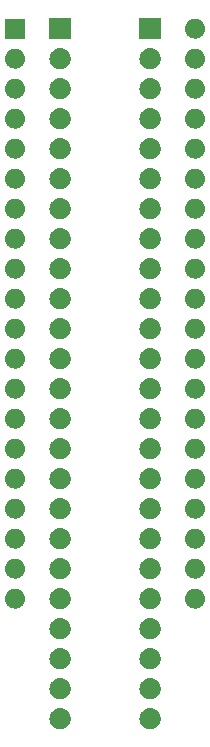
<source format=gbr>
G04 #@! TF.GenerationSoftware,KiCad,Pcbnew,7.0.11+dfsg-1build4*
G04 #@! TF.CreationDate,2024-10-25T09:27:59+09:00*
G04 #@! TF.ProjectId,bionic-mc146805e2,62696f6e-6963-42d6-9d63-313436383035,6*
G04 #@! TF.SameCoordinates,Original*
G04 #@! TF.FileFunction,Soldermask,Bot*
G04 #@! TF.FilePolarity,Negative*
%FSLAX46Y46*%
G04 Gerber Fmt 4.6, Leading zero omitted, Abs format (unit mm)*
G04 Created by KiCad (PCBNEW 7.0.11+dfsg-1build4) date 2024-10-25 09:27:59*
%MOMM*%
%LPD*%
G01*
G04 APERTURE LIST*
G04 APERTURE END LIST*
G36*
X111203983Y-132603936D02*
G01*
X111254180Y-132603936D01*
X111297524Y-132613149D01*
X111335659Y-132616905D01*
X111383566Y-132631437D01*
X111438424Y-132643098D01*
X111473530Y-132658728D01*
X111504566Y-132668143D01*
X111553884Y-132694504D01*
X111610500Y-132719711D01*
X111636822Y-132738835D01*
X111660232Y-132751348D01*
X111707988Y-132790540D01*
X111762887Y-132830427D01*
X111780711Y-132850223D01*
X111796675Y-132863324D01*
X111839572Y-132915594D01*
X111888924Y-132970405D01*
X111899292Y-132988363D01*
X111908651Y-132999767D01*
X111943273Y-133064542D01*
X111983104Y-133133530D01*
X111987685Y-133147630D01*
X111991856Y-133155433D01*
X112014852Y-133231242D01*
X112041311Y-133312672D01*
X112042242Y-133321532D01*
X112043094Y-133324340D01*
X112051384Y-133408513D01*
X112061000Y-133500000D01*
X112051383Y-133591494D01*
X112043094Y-133675659D01*
X112042242Y-133678466D01*
X112041311Y-133687328D01*
X112014848Y-133768771D01*
X111991856Y-133844566D01*
X111987686Y-133852366D01*
X111983104Y-133866470D01*
X111943266Y-133935470D01*
X111908651Y-134000232D01*
X111899294Y-134011633D01*
X111888924Y-134029595D01*
X111839563Y-134084415D01*
X111796675Y-134136675D01*
X111780714Y-134149773D01*
X111762887Y-134169573D01*
X111707977Y-134209467D01*
X111660232Y-134248651D01*
X111636827Y-134261161D01*
X111610500Y-134280289D01*
X111553873Y-134305500D01*
X111504566Y-134331856D01*
X111473537Y-134341268D01*
X111438424Y-134356902D01*
X111383555Y-134368564D01*
X111335659Y-134383094D01*
X111297532Y-134386849D01*
X111254180Y-134396064D01*
X111203973Y-134396064D01*
X111160000Y-134400395D01*
X111116027Y-134396064D01*
X111065820Y-134396064D01*
X111022467Y-134386849D01*
X110984340Y-134383094D01*
X110936441Y-134368563D01*
X110881576Y-134356902D01*
X110846464Y-134341269D01*
X110815433Y-134331856D01*
X110766120Y-134305498D01*
X110709500Y-134280289D01*
X110683175Y-134261163D01*
X110659767Y-134248651D01*
X110612013Y-134209460D01*
X110557113Y-134169573D01*
X110539287Y-134149776D01*
X110523324Y-134136675D01*
X110480425Y-134084402D01*
X110431076Y-134029595D01*
X110420708Y-134011637D01*
X110411348Y-134000232D01*
X110376719Y-133935447D01*
X110336896Y-133866470D01*
X110332315Y-133852371D01*
X110328143Y-133844566D01*
X110305136Y-133768725D01*
X110278689Y-133687328D01*
X110277758Y-133678471D01*
X110276905Y-133675659D01*
X110268600Y-133591342D01*
X110259000Y-133500000D01*
X110268599Y-133408664D01*
X110276905Y-133324340D01*
X110277758Y-133321527D01*
X110278689Y-133312672D01*
X110305132Y-133231288D01*
X110328143Y-133155433D01*
X110332315Y-133147626D01*
X110336896Y-133133530D01*
X110376712Y-133064565D01*
X110411348Y-132999767D01*
X110420710Y-132988359D01*
X110431076Y-132970405D01*
X110480416Y-132915607D01*
X110523324Y-132863324D01*
X110539291Y-132850219D01*
X110557113Y-132830427D01*
X110612002Y-132790546D01*
X110659767Y-132751348D01*
X110683180Y-132738833D01*
X110709500Y-132719711D01*
X110766109Y-132694506D01*
X110815433Y-132668143D01*
X110846471Y-132658727D01*
X110881576Y-132643098D01*
X110936430Y-132631438D01*
X110984340Y-132616905D01*
X111022476Y-132613148D01*
X111065820Y-132603936D01*
X111116016Y-132603936D01*
X111160000Y-132599604D01*
X111203983Y-132603936D01*
G37*
G36*
X118823983Y-132603936D02*
G01*
X118874180Y-132603936D01*
X118917524Y-132613149D01*
X118955659Y-132616905D01*
X119003566Y-132631437D01*
X119058424Y-132643098D01*
X119093530Y-132658728D01*
X119124566Y-132668143D01*
X119173884Y-132694504D01*
X119230500Y-132719711D01*
X119256822Y-132738835D01*
X119280232Y-132751348D01*
X119327988Y-132790540D01*
X119382887Y-132830427D01*
X119400711Y-132850223D01*
X119416675Y-132863324D01*
X119459572Y-132915594D01*
X119508924Y-132970405D01*
X119519292Y-132988363D01*
X119528651Y-132999767D01*
X119563273Y-133064542D01*
X119603104Y-133133530D01*
X119607685Y-133147630D01*
X119611856Y-133155433D01*
X119634852Y-133231242D01*
X119661311Y-133312672D01*
X119662242Y-133321532D01*
X119663094Y-133324340D01*
X119671384Y-133408513D01*
X119681000Y-133500000D01*
X119671383Y-133591494D01*
X119663094Y-133675659D01*
X119662242Y-133678466D01*
X119661311Y-133687328D01*
X119634848Y-133768771D01*
X119611856Y-133844566D01*
X119607686Y-133852366D01*
X119603104Y-133866470D01*
X119563266Y-133935470D01*
X119528651Y-134000232D01*
X119519294Y-134011633D01*
X119508924Y-134029595D01*
X119459563Y-134084415D01*
X119416675Y-134136675D01*
X119400714Y-134149773D01*
X119382887Y-134169573D01*
X119327977Y-134209467D01*
X119280232Y-134248651D01*
X119256827Y-134261161D01*
X119230500Y-134280289D01*
X119173873Y-134305500D01*
X119124566Y-134331856D01*
X119093537Y-134341268D01*
X119058424Y-134356902D01*
X119003555Y-134368564D01*
X118955659Y-134383094D01*
X118917532Y-134386849D01*
X118874180Y-134396064D01*
X118823973Y-134396064D01*
X118780000Y-134400395D01*
X118736027Y-134396064D01*
X118685820Y-134396064D01*
X118642467Y-134386849D01*
X118604340Y-134383094D01*
X118556441Y-134368563D01*
X118501576Y-134356902D01*
X118466464Y-134341269D01*
X118435433Y-134331856D01*
X118386120Y-134305498D01*
X118329500Y-134280289D01*
X118303175Y-134261163D01*
X118279767Y-134248651D01*
X118232013Y-134209460D01*
X118177113Y-134169573D01*
X118159287Y-134149776D01*
X118143324Y-134136675D01*
X118100425Y-134084402D01*
X118051076Y-134029595D01*
X118040708Y-134011637D01*
X118031348Y-134000232D01*
X117996719Y-133935447D01*
X117956896Y-133866470D01*
X117952315Y-133852371D01*
X117948143Y-133844566D01*
X117925136Y-133768725D01*
X117898689Y-133687328D01*
X117897758Y-133678471D01*
X117896905Y-133675659D01*
X117888600Y-133591342D01*
X117879000Y-133500000D01*
X117888599Y-133408664D01*
X117896905Y-133324340D01*
X117897758Y-133321527D01*
X117898689Y-133312672D01*
X117925132Y-133231288D01*
X117948143Y-133155433D01*
X117952315Y-133147626D01*
X117956896Y-133133530D01*
X117996712Y-133064565D01*
X118031348Y-132999767D01*
X118040710Y-132988359D01*
X118051076Y-132970405D01*
X118100416Y-132915607D01*
X118143324Y-132863324D01*
X118159291Y-132850219D01*
X118177113Y-132830427D01*
X118232002Y-132790546D01*
X118279767Y-132751348D01*
X118303180Y-132738833D01*
X118329500Y-132719711D01*
X118386109Y-132694506D01*
X118435433Y-132668143D01*
X118466471Y-132658727D01*
X118501576Y-132643098D01*
X118556430Y-132631438D01*
X118604340Y-132616905D01*
X118642476Y-132613148D01*
X118685820Y-132603936D01*
X118736016Y-132603936D01*
X118780000Y-132599604D01*
X118823983Y-132603936D01*
G37*
G36*
X111203983Y-130063936D02*
G01*
X111254180Y-130063936D01*
X111297524Y-130073149D01*
X111335659Y-130076905D01*
X111383566Y-130091437D01*
X111438424Y-130103098D01*
X111473530Y-130118728D01*
X111504566Y-130128143D01*
X111553884Y-130154504D01*
X111610500Y-130179711D01*
X111636822Y-130198835D01*
X111660232Y-130211348D01*
X111707988Y-130250540D01*
X111762887Y-130290427D01*
X111780711Y-130310223D01*
X111796675Y-130323324D01*
X111839572Y-130375594D01*
X111888924Y-130430405D01*
X111899292Y-130448363D01*
X111908651Y-130459767D01*
X111943273Y-130524542D01*
X111983104Y-130593530D01*
X111987685Y-130607630D01*
X111991856Y-130615433D01*
X112014852Y-130691242D01*
X112041311Y-130772672D01*
X112042242Y-130781532D01*
X112043094Y-130784340D01*
X112051384Y-130868513D01*
X112061000Y-130960000D01*
X112051383Y-131051494D01*
X112043094Y-131135659D01*
X112042242Y-131138466D01*
X112041311Y-131147328D01*
X112014848Y-131228771D01*
X111991856Y-131304566D01*
X111987686Y-131312366D01*
X111983104Y-131326470D01*
X111943266Y-131395470D01*
X111908651Y-131460232D01*
X111899294Y-131471633D01*
X111888924Y-131489595D01*
X111839563Y-131544415D01*
X111796675Y-131596675D01*
X111780714Y-131609773D01*
X111762887Y-131629573D01*
X111707977Y-131669467D01*
X111660232Y-131708651D01*
X111636827Y-131721161D01*
X111610500Y-131740289D01*
X111553873Y-131765500D01*
X111504566Y-131791856D01*
X111473537Y-131801268D01*
X111438424Y-131816902D01*
X111383555Y-131828564D01*
X111335659Y-131843094D01*
X111297532Y-131846849D01*
X111254180Y-131856064D01*
X111203973Y-131856064D01*
X111160000Y-131860395D01*
X111116027Y-131856064D01*
X111065820Y-131856064D01*
X111022467Y-131846849D01*
X110984340Y-131843094D01*
X110936441Y-131828563D01*
X110881576Y-131816902D01*
X110846464Y-131801269D01*
X110815433Y-131791856D01*
X110766120Y-131765498D01*
X110709500Y-131740289D01*
X110683175Y-131721163D01*
X110659767Y-131708651D01*
X110612013Y-131669460D01*
X110557113Y-131629573D01*
X110539287Y-131609776D01*
X110523324Y-131596675D01*
X110480425Y-131544402D01*
X110431076Y-131489595D01*
X110420708Y-131471637D01*
X110411348Y-131460232D01*
X110376719Y-131395447D01*
X110336896Y-131326470D01*
X110332315Y-131312371D01*
X110328143Y-131304566D01*
X110305136Y-131228725D01*
X110278689Y-131147328D01*
X110277758Y-131138471D01*
X110276905Y-131135659D01*
X110268600Y-131051342D01*
X110259000Y-130960000D01*
X110268599Y-130868664D01*
X110276905Y-130784340D01*
X110277758Y-130781527D01*
X110278689Y-130772672D01*
X110305132Y-130691288D01*
X110328143Y-130615433D01*
X110332315Y-130607626D01*
X110336896Y-130593530D01*
X110376712Y-130524565D01*
X110411348Y-130459767D01*
X110420710Y-130448359D01*
X110431076Y-130430405D01*
X110480416Y-130375607D01*
X110523324Y-130323324D01*
X110539291Y-130310219D01*
X110557113Y-130290427D01*
X110612002Y-130250546D01*
X110659767Y-130211348D01*
X110683180Y-130198833D01*
X110709500Y-130179711D01*
X110766109Y-130154506D01*
X110815433Y-130128143D01*
X110846471Y-130118727D01*
X110881576Y-130103098D01*
X110936430Y-130091438D01*
X110984340Y-130076905D01*
X111022476Y-130073148D01*
X111065820Y-130063936D01*
X111116016Y-130063936D01*
X111160000Y-130059604D01*
X111203983Y-130063936D01*
G37*
G36*
X118823983Y-130063936D02*
G01*
X118874180Y-130063936D01*
X118917524Y-130073149D01*
X118955659Y-130076905D01*
X119003566Y-130091437D01*
X119058424Y-130103098D01*
X119093530Y-130118728D01*
X119124566Y-130128143D01*
X119173884Y-130154504D01*
X119230500Y-130179711D01*
X119256822Y-130198835D01*
X119280232Y-130211348D01*
X119327988Y-130250540D01*
X119382887Y-130290427D01*
X119400711Y-130310223D01*
X119416675Y-130323324D01*
X119459572Y-130375594D01*
X119508924Y-130430405D01*
X119519292Y-130448363D01*
X119528651Y-130459767D01*
X119563273Y-130524542D01*
X119603104Y-130593530D01*
X119607685Y-130607630D01*
X119611856Y-130615433D01*
X119634852Y-130691242D01*
X119661311Y-130772672D01*
X119662242Y-130781532D01*
X119663094Y-130784340D01*
X119671384Y-130868513D01*
X119681000Y-130960000D01*
X119671383Y-131051494D01*
X119663094Y-131135659D01*
X119662242Y-131138466D01*
X119661311Y-131147328D01*
X119634848Y-131228771D01*
X119611856Y-131304566D01*
X119607686Y-131312366D01*
X119603104Y-131326470D01*
X119563266Y-131395470D01*
X119528651Y-131460232D01*
X119519294Y-131471633D01*
X119508924Y-131489595D01*
X119459563Y-131544415D01*
X119416675Y-131596675D01*
X119400714Y-131609773D01*
X119382887Y-131629573D01*
X119327977Y-131669467D01*
X119280232Y-131708651D01*
X119256827Y-131721161D01*
X119230500Y-131740289D01*
X119173873Y-131765500D01*
X119124566Y-131791856D01*
X119093537Y-131801268D01*
X119058424Y-131816902D01*
X119003555Y-131828564D01*
X118955659Y-131843094D01*
X118917532Y-131846849D01*
X118874180Y-131856064D01*
X118823973Y-131856064D01*
X118780000Y-131860395D01*
X118736027Y-131856064D01*
X118685820Y-131856064D01*
X118642467Y-131846849D01*
X118604340Y-131843094D01*
X118556441Y-131828563D01*
X118501576Y-131816902D01*
X118466464Y-131801269D01*
X118435433Y-131791856D01*
X118386120Y-131765498D01*
X118329500Y-131740289D01*
X118303175Y-131721163D01*
X118279767Y-131708651D01*
X118232013Y-131669460D01*
X118177113Y-131629573D01*
X118159287Y-131609776D01*
X118143324Y-131596675D01*
X118100425Y-131544402D01*
X118051076Y-131489595D01*
X118040708Y-131471637D01*
X118031348Y-131460232D01*
X117996719Y-131395447D01*
X117956896Y-131326470D01*
X117952315Y-131312371D01*
X117948143Y-131304566D01*
X117925136Y-131228725D01*
X117898689Y-131147328D01*
X117897758Y-131138471D01*
X117896905Y-131135659D01*
X117888600Y-131051342D01*
X117879000Y-130960000D01*
X117888599Y-130868664D01*
X117896905Y-130784340D01*
X117897758Y-130781527D01*
X117898689Y-130772672D01*
X117925132Y-130691288D01*
X117948143Y-130615433D01*
X117952315Y-130607626D01*
X117956896Y-130593530D01*
X117996712Y-130524565D01*
X118031348Y-130459767D01*
X118040710Y-130448359D01*
X118051076Y-130430405D01*
X118100416Y-130375607D01*
X118143324Y-130323324D01*
X118159291Y-130310219D01*
X118177113Y-130290427D01*
X118232002Y-130250546D01*
X118279767Y-130211348D01*
X118303180Y-130198833D01*
X118329500Y-130179711D01*
X118386109Y-130154506D01*
X118435433Y-130128143D01*
X118466471Y-130118727D01*
X118501576Y-130103098D01*
X118556430Y-130091438D01*
X118604340Y-130076905D01*
X118642476Y-130073148D01*
X118685820Y-130063936D01*
X118736016Y-130063936D01*
X118780000Y-130059604D01*
X118823983Y-130063936D01*
G37*
G36*
X111203983Y-127523936D02*
G01*
X111254180Y-127523936D01*
X111297524Y-127533149D01*
X111335659Y-127536905D01*
X111383566Y-127551437D01*
X111438424Y-127563098D01*
X111473530Y-127578728D01*
X111504566Y-127588143D01*
X111553884Y-127614504D01*
X111610500Y-127639711D01*
X111636822Y-127658835D01*
X111660232Y-127671348D01*
X111707988Y-127710540D01*
X111762887Y-127750427D01*
X111780711Y-127770223D01*
X111796675Y-127783324D01*
X111839572Y-127835594D01*
X111888924Y-127890405D01*
X111899292Y-127908363D01*
X111908651Y-127919767D01*
X111943273Y-127984542D01*
X111983104Y-128053530D01*
X111987685Y-128067630D01*
X111991856Y-128075433D01*
X112014852Y-128151242D01*
X112041311Y-128232672D01*
X112042242Y-128241532D01*
X112043094Y-128244340D01*
X112051384Y-128328513D01*
X112061000Y-128420000D01*
X112051383Y-128511494D01*
X112043094Y-128595659D01*
X112042242Y-128598466D01*
X112041311Y-128607328D01*
X112014848Y-128688771D01*
X111991856Y-128764566D01*
X111987686Y-128772366D01*
X111983104Y-128786470D01*
X111943266Y-128855470D01*
X111908651Y-128920232D01*
X111899294Y-128931633D01*
X111888924Y-128949595D01*
X111839563Y-129004415D01*
X111796675Y-129056675D01*
X111780714Y-129069773D01*
X111762887Y-129089573D01*
X111707977Y-129129467D01*
X111660232Y-129168651D01*
X111636827Y-129181161D01*
X111610500Y-129200289D01*
X111553873Y-129225500D01*
X111504566Y-129251856D01*
X111473537Y-129261268D01*
X111438424Y-129276902D01*
X111383555Y-129288564D01*
X111335659Y-129303094D01*
X111297532Y-129306849D01*
X111254180Y-129316064D01*
X111203973Y-129316064D01*
X111160000Y-129320395D01*
X111116027Y-129316064D01*
X111065820Y-129316064D01*
X111022467Y-129306849D01*
X110984340Y-129303094D01*
X110936441Y-129288563D01*
X110881576Y-129276902D01*
X110846464Y-129261269D01*
X110815433Y-129251856D01*
X110766120Y-129225498D01*
X110709500Y-129200289D01*
X110683175Y-129181163D01*
X110659767Y-129168651D01*
X110612013Y-129129460D01*
X110557113Y-129089573D01*
X110539287Y-129069776D01*
X110523324Y-129056675D01*
X110480425Y-129004402D01*
X110431076Y-128949595D01*
X110420708Y-128931637D01*
X110411348Y-128920232D01*
X110376719Y-128855447D01*
X110336896Y-128786470D01*
X110332315Y-128772371D01*
X110328143Y-128764566D01*
X110305136Y-128688725D01*
X110278689Y-128607328D01*
X110277758Y-128598471D01*
X110276905Y-128595659D01*
X110268600Y-128511342D01*
X110259000Y-128420000D01*
X110268599Y-128328664D01*
X110276905Y-128244340D01*
X110277758Y-128241527D01*
X110278689Y-128232672D01*
X110305132Y-128151288D01*
X110328143Y-128075433D01*
X110332315Y-128067626D01*
X110336896Y-128053530D01*
X110376712Y-127984565D01*
X110411348Y-127919767D01*
X110420710Y-127908359D01*
X110431076Y-127890405D01*
X110480416Y-127835607D01*
X110523324Y-127783324D01*
X110539291Y-127770219D01*
X110557113Y-127750427D01*
X110612002Y-127710546D01*
X110659767Y-127671348D01*
X110683180Y-127658833D01*
X110709500Y-127639711D01*
X110766109Y-127614506D01*
X110815433Y-127588143D01*
X110846471Y-127578727D01*
X110881576Y-127563098D01*
X110936430Y-127551438D01*
X110984340Y-127536905D01*
X111022476Y-127533148D01*
X111065820Y-127523936D01*
X111116016Y-127523936D01*
X111160000Y-127519604D01*
X111203983Y-127523936D01*
G37*
G36*
X118823983Y-127523936D02*
G01*
X118874180Y-127523936D01*
X118917524Y-127533149D01*
X118955659Y-127536905D01*
X119003566Y-127551437D01*
X119058424Y-127563098D01*
X119093530Y-127578728D01*
X119124566Y-127588143D01*
X119173884Y-127614504D01*
X119230500Y-127639711D01*
X119256822Y-127658835D01*
X119280232Y-127671348D01*
X119327988Y-127710540D01*
X119382887Y-127750427D01*
X119400711Y-127770223D01*
X119416675Y-127783324D01*
X119459572Y-127835594D01*
X119508924Y-127890405D01*
X119519292Y-127908363D01*
X119528651Y-127919767D01*
X119563273Y-127984542D01*
X119603104Y-128053530D01*
X119607685Y-128067630D01*
X119611856Y-128075433D01*
X119634852Y-128151242D01*
X119661311Y-128232672D01*
X119662242Y-128241532D01*
X119663094Y-128244340D01*
X119671384Y-128328513D01*
X119681000Y-128420000D01*
X119671383Y-128511494D01*
X119663094Y-128595659D01*
X119662242Y-128598466D01*
X119661311Y-128607328D01*
X119634848Y-128688771D01*
X119611856Y-128764566D01*
X119607686Y-128772366D01*
X119603104Y-128786470D01*
X119563266Y-128855470D01*
X119528651Y-128920232D01*
X119519294Y-128931633D01*
X119508924Y-128949595D01*
X119459563Y-129004415D01*
X119416675Y-129056675D01*
X119400714Y-129069773D01*
X119382887Y-129089573D01*
X119327977Y-129129467D01*
X119280232Y-129168651D01*
X119256827Y-129181161D01*
X119230500Y-129200289D01*
X119173873Y-129225500D01*
X119124566Y-129251856D01*
X119093537Y-129261268D01*
X119058424Y-129276902D01*
X119003555Y-129288564D01*
X118955659Y-129303094D01*
X118917532Y-129306849D01*
X118874180Y-129316064D01*
X118823973Y-129316064D01*
X118780000Y-129320395D01*
X118736027Y-129316064D01*
X118685820Y-129316064D01*
X118642467Y-129306849D01*
X118604340Y-129303094D01*
X118556441Y-129288563D01*
X118501576Y-129276902D01*
X118466464Y-129261269D01*
X118435433Y-129251856D01*
X118386120Y-129225498D01*
X118329500Y-129200289D01*
X118303175Y-129181163D01*
X118279767Y-129168651D01*
X118232013Y-129129460D01*
X118177113Y-129089573D01*
X118159287Y-129069776D01*
X118143324Y-129056675D01*
X118100425Y-129004402D01*
X118051076Y-128949595D01*
X118040708Y-128931637D01*
X118031348Y-128920232D01*
X117996719Y-128855447D01*
X117956896Y-128786470D01*
X117952315Y-128772371D01*
X117948143Y-128764566D01*
X117925136Y-128688725D01*
X117898689Y-128607328D01*
X117897758Y-128598471D01*
X117896905Y-128595659D01*
X117888600Y-128511342D01*
X117879000Y-128420000D01*
X117888599Y-128328664D01*
X117896905Y-128244340D01*
X117897758Y-128241527D01*
X117898689Y-128232672D01*
X117925132Y-128151288D01*
X117948143Y-128075433D01*
X117952315Y-128067626D01*
X117956896Y-128053530D01*
X117996712Y-127984565D01*
X118031348Y-127919767D01*
X118040710Y-127908359D01*
X118051076Y-127890405D01*
X118100416Y-127835607D01*
X118143324Y-127783324D01*
X118159291Y-127770219D01*
X118177113Y-127750427D01*
X118232002Y-127710546D01*
X118279767Y-127671348D01*
X118303180Y-127658833D01*
X118329500Y-127639711D01*
X118386109Y-127614506D01*
X118435433Y-127588143D01*
X118466471Y-127578727D01*
X118501576Y-127563098D01*
X118556430Y-127551438D01*
X118604340Y-127536905D01*
X118642476Y-127533148D01*
X118685820Y-127523936D01*
X118736016Y-127523936D01*
X118780000Y-127519604D01*
X118823983Y-127523936D01*
G37*
G36*
X111203983Y-124983936D02*
G01*
X111254180Y-124983936D01*
X111297524Y-124993149D01*
X111335659Y-124996905D01*
X111383566Y-125011437D01*
X111438424Y-125023098D01*
X111473530Y-125038728D01*
X111504566Y-125048143D01*
X111553884Y-125074504D01*
X111610500Y-125099711D01*
X111636822Y-125118835D01*
X111660232Y-125131348D01*
X111707988Y-125170540D01*
X111762887Y-125210427D01*
X111780711Y-125230223D01*
X111796675Y-125243324D01*
X111839572Y-125295594D01*
X111888924Y-125350405D01*
X111899292Y-125368363D01*
X111908651Y-125379767D01*
X111943273Y-125444542D01*
X111983104Y-125513530D01*
X111987685Y-125527630D01*
X111991856Y-125535433D01*
X112014852Y-125611242D01*
X112041311Y-125692672D01*
X112042242Y-125701532D01*
X112043094Y-125704340D01*
X112051384Y-125788513D01*
X112061000Y-125880000D01*
X112051383Y-125971494D01*
X112043094Y-126055659D01*
X112042242Y-126058466D01*
X112041311Y-126067328D01*
X112014848Y-126148771D01*
X111991856Y-126224566D01*
X111987686Y-126232366D01*
X111983104Y-126246470D01*
X111943266Y-126315470D01*
X111908651Y-126380232D01*
X111899294Y-126391633D01*
X111888924Y-126409595D01*
X111839563Y-126464415D01*
X111796675Y-126516675D01*
X111780714Y-126529773D01*
X111762887Y-126549573D01*
X111707977Y-126589467D01*
X111660232Y-126628651D01*
X111636827Y-126641161D01*
X111610500Y-126660289D01*
X111553873Y-126685500D01*
X111504566Y-126711856D01*
X111473537Y-126721268D01*
X111438424Y-126736902D01*
X111383555Y-126748564D01*
X111335659Y-126763094D01*
X111297532Y-126766849D01*
X111254180Y-126776064D01*
X111203973Y-126776064D01*
X111160000Y-126780395D01*
X111116027Y-126776064D01*
X111065820Y-126776064D01*
X111022467Y-126766849D01*
X110984340Y-126763094D01*
X110936441Y-126748563D01*
X110881576Y-126736902D01*
X110846464Y-126721269D01*
X110815433Y-126711856D01*
X110766120Y-126685498D01*
X110709500Y-126660289D01*
X110683175Y-126641163D01*
X110659767Y-126628651D01*
X110612013Y-126589460D01*
X110557113Y-126549573D01*
X110539287Y-126529776D01*
X110523324Y-126516675D01*
X110480425Y-126464402D01*
X110431076Y-126409595D01*
X110420708Y-126391637D01*
X110411348Y-126380232D01*
X110376719Y-126315447D01*
X110336896Y-126246470D01*
X110332315Y-126232371D01*
X110328143Y-126224566D01*
X110305136Y-126148725D01*
X110278689Y-126067328D01*
X110277758Y-126058471D01*
X110276905Y-126055659D01*
X110268600Y-125971342D01*
X110259000Y-125880000D01*
X110268599Y-125788664D01*
X110276905Y-125704340D01*
X110277758Y-125701527D01*
X110278689Y-125692672D01*
X110305132Y-125611288D01*
X110328143Y-125535433D01*
X110332315Y-125527626D01*
X110336896Y-125513530D01*
X110376712Y-125444565D01*
X110411348Y-125379767D01*
X110420710Y-125368359D01*
X110431076Y-125350405D01*
X110480416Y-125295607D01*
X110523324Y-125243324D01*
X110539291Y-125230219D01*
X110557113Y-125210427D01*
X110612002Y-125170546D01*
X110659767Y-125131348D01*
X110683180Y-125118833D01*
X110709500Y-125099711D01*
X110766109Y-125074506D01*
X110815433Y-125048143D01*
X110846471Y-125038727D01*
X110881576Y-125023098D01*
X110936430Y-125011438D01*
X110984340Y-124996905D01*
X111022476Y-124993148D01*
X111065820Y-124983936D01*
X111116016Y-124983936D01*
X111160000Y-124979604D01*
X111203983Y-124983936D01*
G37*
G36*
X118823983Y-124983936D02*
G01*
X118874180Y-124983936D01*
X118917524Y-124993149D01*
X118955659Y-124996905D01*
X119003566Y-125011437D01*
X119058424Y-125023098D01*
X119093530Y-125038728D01*
X119124566Y-125048143D01*
X119173884Y-125074504D01*
X119230500Y-125099711D01*
X119256822Y-125118835D01*
X119280232Y-125131348D01*
X119327988Y-125170540D01*
X119382887Y-125210427D01*
X119400711Y-125230223D01*
X119416675Y-125243324D01*
X119459572Y-125295594D01*
X119508924Y-125350405D01*
X119519292Y-125368363D01*
X119528651Y-125379767D01*
X119563273Y-125444542D01*
X119603104Y-125513530D01*
X119607685Y-125527630D01*
X119611856Y-125535433D01*
X119634852Y-125611242D01*
X119661311Y-125692672D01*
X119662242Y-125701532D01*
X119663094Y-125704340D01*
X119671384Y-125788513D01*
X119681000Y-125880000D01*
X119671383Y-125971494D01*
X119663094Y-126055659D01*
X119662242Y-126058466D01*
X119661311Y-126067328D01*
X119634848Y-126148771D01*
X119611856Y-126224566D01*
X119607686Y-126232366D01*
X119603104Y-126246470D01*
X119563266Y-126315470D01*
X119528651Y-126380232D01*
X119519294Y-126391633D01*
X119508924Y-126409595D01*
X119459563Y-126464415D01*
X119416675Y-126516675D01*
X119400714Y-126529773D01*
X119382887Y-126549573D01*
X119327977Y-126589467D01*
X119280232Y-126628651D01*
X119256827Y-126641161D01*
X119230500Y-126660289D01*
X119173873Y-126685500D01*
X119124566Y-126711856D01*
X119093537Y-126721268D01*
X119058424Y-126736902D01*
X119003555Y-126748564D01*
X118955659Y-126763094D01*
X118917532Y-126766849D01*
X118874180Y-126776064D01*
X118823973Y-126776064D01*
X118780000Y-126780395D01*
X118736027Y-126776064D01*
X118685820Y-126776064D01*
X118642467Y-126766849D01*
X118604340Y-126763094D01*
X118556441Y-126748563D01*
X118501576Y-126736902D01*
X118466464Y-126721269D01*
X118435433Y-126711856D01*
X118386120Y-126685498D01*
X118329500Y-126660289D01*
X118303175Y-126641163D01*
X118279767Y-126628651D01*
X118232013Y-126589460D01*
X118177113Y-126549573D01*
X118159287Y-126529776D01*
X118143324Y-126516675D01*
X118100425Y-126464402D01*
X118051076Y-126409595D01*
X118040708Y-126391637D01*
X118031348Y-126380232D01*
X117996719Y-126315447D01*
X117956896Y-126246470D01*
X117952315Y-126232371D01*
X117948143Y-126224566D01*
X117925136Y-126148725D01*
X117898689Y-126067328D01*
X117897758Y-126058471D01*
X117896905Y-126055659D01*
X117888600Y-125971342D01*
X117879000Y-125880000D01*
X117888599Y-125788664D01*
X117896905Y-125704340D01*
X117897758Y-125701527D01*
X117898689Y-125692672D01*
X117925132Y-125611288D01*
X117948143Y-125535433D01*
X117952315Y-125527626D01*
X117956896Y-125513530D01*
X117996712Y-125444565D01*
X118031348Y-125379767D01*
X118040710Y-125368359D01*
X118051076Y-125350405D01*
X118100416Y-125295607D01*
X118143324Y-125243324D01*
X118159291Y-125230219D01*
X118177113Y-125210427D01*
X118232002Y-125170546D01*
X118279767Y-125131348D01*
X118303180Y-125118833D01*
X118329500Y-125099711D01*
X118386109Y-125074506D01*
X118435433Y-125048143D01*
X118466471Y-125038727D01*
X118501576Y-125023098D01*
X118556430Y-125011438D01*
X118604340Y-124996905D01*
X118642476Y-124993148D01*
X118685820Y-124983936D01*
X118736016Y-124983936D01*
X118780000Y-124979604D01*
X118823983Y-124983936D01*
G37*
G36*
X111203983Y-122443936D02*
G01*
X111254180Y-122443936D01*
X111297524Y-122453149D01*
X111335659Y-122456905D01*
X111383566Y-122471437D01*
X111438424Y-122483098D01*
X111473530Y-122498728D01*
X111504566Y-122508143D01*
X111553884Y-122534504D01*
X111610500Y-122559711D01*
X111636822Y-122578835D01*
X111660232Y-122591348D01*
X111707988Y-122630540D01*
X111762887Y-122670427D01*
X111780711Y-122690223D01*
X111796675Y-122703324D01*
X111839572Y-122755594D01*
X111888924Y-122810405D01*
X111899292Y-122828363D01*
X111908651Y-122839767D01*
X111943273Y-122904542D01*
X111983104Y-122973530D01*
X111987685Y-122987630D01*
X111991856Y-122995433D01*
X112014852Y-123071242D01*
X112041311Y-123152672D01*
X112042242Y-123161532D01*
X112043094Y-123164340D01*
X112051384Y-123248513D01*
X112061000Y-123340000D01*
X112051383Y-123431494D01*
X112043094Y-123515659D01*
X112042242Y-123518466D01*
X112041311Y-123527328D01*
X112014848Y-123608771D01*
X111991856Y-123684566D01*
X111987686Y-123692366D01*
X111983104Y-123706470D01*
X111943266Y-123775470D01*
X111908651Y-123840232D01*
X111899294Y-123851633D01*
X111888924Y-123869595D01*
X111839563Y-123924415D01*
X111796675Y-123976675D01*
X111780714Y-123989773D01*
X111762887Y-124009573D01*
X111707977Y-124049467D01*
X111660232Y-124088651D01*
X111636827Y-124101161D01*
X111610500Y-124120289D01*
X111553873Y-124145500D01*
X111504566Y-124171856D01*
X111473537Y-124181268D01*
X111438424Y-124196902D01*
X111383555Y-124208564D01*
X111335659Y-124223094D01*
X111297532Y-124226849D01*
X111254180Y-124236064D01*
X111203973Y-124236064D01*
X111160000Y-124240395D01*
X111116027Y-124236064D01*
X111065820Y-124236064D01*
X111022467Y-124226849D01*
X110984340Y-124223094D01*
X110936441Y-124208563D01*
X110881576Y-124196902D01*
X110846464Y-124181269D01*
X110815433Y-124171856D01*
X110766120Y-124145498D01*
X110709500Y-124120289D01*
X110683175Y-124101163D01*
X110659767Y-124088651D01*
X110612013Y-124049460D01*
X110557113Y-124009573D01*
X110539287Y-123989776D01*
X110523324Y-123976675D01*
X110480425Y-123924402D01*
X110431076Y-123869595D01*
X110420708Y-123851637D01*
X110411348Y-123840232D01*
X110376719Y-123775447D01*
X110336896Y-123706470D01*
X110332315Y-123692371D01*
X110328143Y-123684566D01*
X110305136Y-123608725D01*
X110278689Y-123527328D01*
X110277758Y-123518471D01*
X110276905Y-123515659D01*
X110268600Y-123431342D01*
X110259000Y-123340000D01*
X110268599Y-123248664D01*
X110276905Y-123164340D01*
X110277758Y-123161527D01*
X110278689Y-123152672D01*
X110305132Y-123071288D01*
X110328143Y-122995433D01*
X110332315Y-122987626D01*
X110336896Y-122973530D01*
X110376712Y-122904565D01*
X110411348Y-122839767D01*
X110420710Y-122828359D01*
X110431076Y-122810405D01*
X110480416Y-122755607D01*
X110523324Y-122703324D01*
X110539291Y-122690219D01*
X110557113Y-122670427D01*
X110612002Y-122630546D01*
X110659767Y-122591348D01*
X110683180Y-122578833D01*
X110709500Y-122559711D01*
X110766109Y-122534506D01*
X110815433Y-122508143D01*
X110846471Y-122498727D01*
X110881576Y-122483098D01*
X110936430Y-122471438D01*
X110984340Y-122456905D01*
X111022476Y-122453148D01*
X111065820Y-122443936D01*
X111116016Y-122443936D01*
X111160000Y-122439604D01*
X111203983Y-122443936D01*
G37*
G36*
X118823983Y-122443936D02*
G01*
X118874180Y-122443936D01*
X118917524Y-122453149D01*
X118955659Y-122456905D01*
X119003566Y-122471437D01*
X119058424Y-122483098D01*
X119093530Y-122498728D01*
X119124566Y-122508143D01*
X119173884Y-122534504D01*
X119230500Y-122559711D01*
X119256822Y-122578835D01*
X119280232Y-122591348D01*
X119327988Y-122630540D01*
X119382887Y-122670427D01*
X119400711Y-122690223D01*
X119416675Y-122703324D01*
X119459572Y-122755594D01*
X119508924Y-122810405D01*
X119519292Y-122828363D01*
X119528651Y-122839767D01*
X119563273Y-122904542D01*
X119603104Y-122973530D01*
X119607685Y-122987630D01*
X119611856Y-122995433D01*
X119634852Y-123071242D01*
X119661311Y-123152672D01*
X119662242Y-123161532D01*
X119663094Y-123164340D01*
X119671384Y-123248513D01*
X119681000Y-123340000D01*
X119671383Y-123431494D01*
X119663094Y-123515659D01*
X119662242Y-123518466D01*
X119661311Y-123527328D01*
X119634848Y-123608771D01*
X119611856Y-123684566D01*
X119607686Y-123692366D01*
X119603104Y-123706470D01*
X119563266Y-123775470D01*
X119528651Y-123840232D01*
X119519294Y-123851633D01*
X119508924Y-123869595D01*
X119459563Y-123924415D01*
X119416675Y-123976675D01*
X119400714Y-123989773D01*
X119382887Y-124009573D01*
X119327977Y-124049467D01*
X119280232Y-124088651D01*
X119256827Y-124101161D01*
X119230500Y-124120289D01*
X119173873Y-124145500D01*
X119124566Y-124171856D01*
X119093537Y-124181268D01*
X119058424Y-124196902D01*
X119003555Y-124208564D01*
X118955659Y-124223094D01*
X118917532Y-124226849D01*
X118874180Y-124236064D01*
X118823973Y-124236064D01*
X118780000Y-124240395D01*
X118736027Y-124236064D01*
X118685820Y-124236064D01*
X118642467Y-124226849D01*
X118604340Y-124223094D01*
X118556441Y-124208563D01*
X118501576Y-124196902D01*
X118466464Y-124181269D01*
X118435433Y-124171856D01*
X118386120Y-124145498D01*
X118329500Y-124120289D01*
X118303175Y-124101163D01*
X118279767Y-124088651D01*
X118232013Y-124049460D01*
X118177113Y-124009573D01*
X118159287Y-123989776D01*
X118143324Y-123976675D01*
X118100425Y-123924402D01*
X118051076Y-123869595D01*
X118040708Y-123851637D01*
X118031348Y-123840232D01*
X117996719Y-123775447D01*
X117956896Y-123706470D01*
X117952315Y-123692371D01*
X117948143Y-123684566D01*
X117925136Y-123608725D01*
X117898689Y-123527328D01*
X117897758Y-123518471D01*
X117896905Y-123515659D01*
X117888600Y-123431342D01*
X117879000Y-123340000D01*
X117888599Y-123248664D01*
X117896905Y-123164340D01*
X117897758Y-123161527D01*
X117898689Y-123152672D01*
X117925132Y-123071288D01*
X117948143Y-122995433D01*
X117952315Y-122987626D01*
X117956896Y-122973530D01*
X117996712Y-122904565D01*
X118031348Y-122839767D01*
X118040710Y-122828359D01*
X118051076Y-122810405D01*
X118100416Y-122755607D01*
X118143324Y-122703324D01*
X118159291Y-122690219D01*
X118177113Y-122670427D01*
X118232002Y-122630546D01*
X118279767Y-122591348D01*
X118303180Y-122578833D01*
X118329500Y-122559711D01*
X118386109Y-122534506D01*
X118435433Y-122508143D01*
X118466471Y-122498727D01*
X118501576Y-122483098D01*
X118556430Y-122471438D01*
X118604340Y-122456905D01*
X118642476Y-122453148D01*
X118685820Y-122443936D01*
X118736016Y-122443936D01*
X118780000Y-122439604D01*
X118823983Y-122443936D01*
G37*
G36*
X107391199Y-122493662D02*
G01*
X107438954Y-122493662D01*
X107480194Y-122502427D01*
X107515901Y-122505945D01*
X107560759Y-122519552D01*
X107612973Y-122530651D01*
X107646384Y-122545526D01*
X107675435Y-122554339D01*
X107721602Y-122579015D01*
X107775500Y-122603012D01*
X107800554Y-122621215D01*
X107822453Y-122632920D01*
X107867128Y-122669584D01*
X107919430Y-122707584D01*
X107936411Y-122726443D01*
X107951320Y-122738679D01*
X107991387Y-122787501D01*
X108038473Y-122839795D01*
X108048364Y-122856927D01*
X108057079Y-122867546D01*
X108089306Y-122927840D01*
X108127427Y-122993867D01*
X108131813Y-123007368D01*
X108135660Y-123014564D01*
X108156861Y-123084455D01*
X108182404Y-123163067D01*
X108183303Y-123171623D01*
X108184054Y-123174098D01*
X108191371Y-123248389D01*
X108201000Y-123340000D01*
X108191370Y-123431619D01*
X108184054Y-123505901D01*
X108183303Y-123508375D01*
X108182404Y-123516933D01*
X108156856Y-123595558D01*
X108135660Y-123665435D01*
X108131814Y-123672629D01*
X108127427Y-123686133D01*
X108089299Y-123752172D01*
X108057079Y-123812453D01*
X108048366Y-123823069D01*
X108038473Y-123840205D01*
X107991378Y-123892509D01*
X107951320Y-123941320D01*
X107936414Y-123953552D01*
X107919430Y-123972416D01*
X107867118Y-124010423D01*
X107822453Y-124047079D01*
X107800559Y-124058780D01*
X107775500Y-124076988D01*
X107721591Y-124100989D01*
X107675435Y-124125660D01*
X107646391Y-124134470D01*
X107612973Y-124149349D01*
X107560748Y-124160449D01*
X107515901Y-124174054D01*
X107480203Y-124177570D01*
X107438954Y-124186338D01*
X107391188Y-124186338D01*
X107350000Y-124190395D01*
X107308811Y-124186338D01*
X107261046Y-124186338D01*
X107219797Y-124177570D01*
X107184098Y-124174054D01*
X107139248Y-124160448D01*
X107087027Y-124149349D01*
X107053610Y-124134471D01*
X107024564Y-124125660D01*
X106978402Y-124100986D01*
X106924500Y-124076988D01*
X106899443Y-124058783D01*
X106877546Y-124047079D01*
X106832873Y-124010416D01*
X106780570Y-123972416D01*
X106763588Y-123953555D01*
X106748679Y-123941320D01*
X106708610Y-123892496D01*
X106661527Y-123840205D01*
X106651636Y-123823073D01*
X106642920Y-123812453D01*
X106610687Y-123752148D01*
X106572573Y-123686133D01*
X106568186Y-123672634D01*
X106564339Y-123665435D01*
X106543128Y-123595512D01*
X106517596Y-123516933D01*
X106516697Y-123508380D01*
X106515945Y-123505901D01*
X106508613Y-123431467D01*
X106499000Y-123340000D01*
X106508612Y-123248540D01*
X106515945Y-123174098D01*
X106516697Y-123171618D01*
X106517596Y-123163067D01*
X106543123Y-123084502D01*
X106564339Y-123014564D01*
X106568187Y-123007363D01*
X106572573Y-122993867D01*
X106610680Y-122927863D01*
X106642920Y-122867546D01*
X106651638Y-122856923D01*
X106661527Y-122839795D01*
X106708601Y-122787513D01*
X106748679Y-122738679D01*
X106763591Y-122726440D01*
X106780570Y-122707584D01*
X106832862Y-122669591D01*
X106877546Y-122632920D01*
X106899448Y-122621213D01*
X106924500Y-122603012D01*
X106978391Y-122579018D01*
X107024564Y-122554339D01*
X107053617Y-122545525D01*
X107087027Y-122530651D01*
X107139237Y-122519553D01*
X107184098Y-122505945D01*
X107219806Y-122502427D01*
X107261046Y-122493662D01*
X107308801Y-122493662D01*
X107350000Y-122489604D01*
X107391199Y-122493662D01*
G37*
G36*
X122631199Y-122493662D02*
G01*
X122678954Y-122493662D01*
X122720194Y-122502427D01*
X122755901Y-122505945D01*
X122800759Y-122519552D01*
X122852973Y-122530651D01*
X122886384Y-122545526D01*
X122915435Y-122554339D01*
X122961602Y-122579015D01*
X123015500Y-122603012D01*
X123040554Y-122621215D01*
X123062453Y-122632920D01*
X123107128Y-122669584D01*
X123159430Y-122707584D01*
X123176411Y-122726443D01*
X123191320Y-122738679D01*
X123231387Y-122787501D01*
X123278473Y-122839795D01*
X123288364Y-122856927D01*
X123297079Y-122867546D01*
X123329306Y-122927840D01*
X123367427Y-122993867D01*
X123371813Y-123007368D01*
X123375660Y-123014564D01*
X123396861Y-123084455D01*
X123422404Y-123163067D01*
X123423303Y-123171623D01*
X123424054Y-123174098D01*
X123431371Y-123248389D01*
X123441000Y-123340000D01*
X123431370Y-123431619D01*
X123424054Y-123505901D01*
X123423303Y-123508375D01*
X123422404Y-123516933D01*
X123396856Y-123595558D01*
X123375660Y-123665435D01*
X123371814Y-123672629D01*
X123367427Y-123686133D01*
X123329299Y-123752172D01*
X123297079Y-123812453D01*
X123288366Y-123823069D01*
X123278473Y-123840205D01*
X123231378Y-123892509D01*
X123191320Y-123941320D01*
X123176414Y-123953552D01*
X123159430Y-123972416D01*
X123107118Y-124010423D01*
X123062453Y-124047079D01*
X123040559Y-124058780D01*
X123015500Y-124076988D01*
X122961591Y-124100989D01*
X122915435Y-124125660D01*
X122886391Y-124134470D01*
X122852973Y-124149349D01*
X122800748Y-124160449D01*
X122755901Y-124174054D01*
X122720203Y-124177570D01*
X122678954Y-124186338D01*
X122631188Y-124186338D01*
X122590000Y-124190395D01*
X122548811Y-124186338D01*
X122501046Y-124186338D01*
X122459797Y-124177570D01*
X122424098Y-124174054D01*
X122379248Y-124160448D01*
X122327027Y-124149349D01*
X122293610Y-124134471D01*
X122264564Y-124125660D01*
X122218402Y-124100986D01*
X122164500Y-124076988D01*
X122139443Y-124058783D01*
X122117546Y-124047079D01*
X122072873Y-124010416D01*
X122020570Y-123972416D01*
X122003588Y-123953555D01*
X121988679Y-123941320D01*
X121948610Y-123892496D01*
X121901527Y-123840205D01*
X121891636Y-123823073D01*
X121882920Y-123812453D01*
X121850687Y-123752148D01*
X121812573Y-123686133D01*
X121808186Y-123672634D01*
X121804339Y-123665435D01*
X121783128Y-123595512D01*
X121757596Y-123516933D01*
X121756697Y-123508380D01*
X121755945Y-123505901D01*
X121748613Y-123431467D01*
X121739000Y-123340000D01*
X121748612Y-123248540D01*
X121755945Y-123174098D01*
X121756697Y-123171618D01*
X121757596Y-123163067D01*
X121783123Y-123084502D01*
X121804339Y-123014564D01*
X121808187Y-123007363D01*
X121812573Y-122993867D01*
X121850680Y-122927863D01*
X121882920Y-122867546D01*
X121891638Y-122856923D01*
X121901527Y-122839795D01*
X121948601Y-122787513D01*
X121988679Y-122738679D01*
X122003591Y-122726440D01*
X122020570Y-122707584D01*
X122072862Y-122669591D01*
X122117546Y-122632920D01*
X122139448Y-122621213D01*
X122164500Y-122603012D01*
X122218391Y-122579018D01*
X122264564Y-122554339D01*
X122293617Y-122545525D01*
X122327027Y-122530651D01*
X122379237Y-122519553D01*
X122424098Y-122505945D01*
X122459806Y-122502427D01*
X122501046Y-122493662D01*
X122548801Y-122493662D01*
X122590000Y-122489604D01*
X122631199Y-122493662D01*
G37*
G36*
X111203983Y-119903936D02*
G01*
X111254180Y-119903936D01*
X111297524Y-119913149D01*
X111335659Y-119916905D01*
X111383566Y-119931437D01*
X111438424Y-119943098D01*
X111473530Y-119958728D01*
X111504566Y-119968143D01*
X111553884Y-119994504D01*
X111610500Y-120019711D01*
X111636822Y-120038835D01*
X111660232Y-120051348D01*
X111707988Y-120090540D01*
X111762887Y-120130427D01*
X111780711Y-120150223D01*
X111796675Y-120163324D01*
X111839572Y-120215594D01*
X111888924Y-120270405D01*
X111899292Y-120288363D01*
X111908651Y-120299767D01*
X111943273Y-120364542D01*
X111983104Y-120433530D01*
X111987685Y-120447630D01*
X111991856Y-120455433D01*
X112014852Y-120531242D01*
X112041311Y-120612672D01*
X112042242Y-120621532D01*
X112043094Y-120624340D01*
X112051384Y-120708513D01*
X112061000Y-120800000D01*
X112051383Y-120891494D01*
X112043094Y-120975659D01*
X112042242Y-120978466D01*
X112041311Y-120987328D01*
X112014848Y-121068771D01*
X111991856Y-121144566D01*
X111987686Y-121152366D01*
X111983104Y-121166470D01*
X111943266Y-121235470D01*
X111908651Y-121300232D01*
X111899294Y-121311633D01*
X111888924Y-121329595D01*
X111839563Y-121384415D01*
X111796675Y-121436675D01*
X111780714Y-121449773D01*
X111762887Y-121469573D01*
X111707977Y-121509467D01*
X111660232Y-121548651D01*
X111636827Y-121561161D01*
X111610500Y-121580289D01*
X111553873Y-121605500D01*
X111504566Y-121631856D01*
X111473537Y-121641268D01*
X111438424Y-121656902D01*
X111383555Y-121668564D01*
X111335659Y-121683094D01*
X111297532Y-121686849D01*
X111254180Y-121696064D01*
X111203973Y-121696064D01*
X111160000Y-121700395D01*
X111116027Y-121696064D01*
X111065820Y-121696064D01*
X111022467Y-121686849D01*
X110984340Y-121683094D01*
X110936441Y-121668563D01*
X110881576Y-121656902D01*
X110846464Y-121641269D01*
X110815433Y-121631856D01*
X110766120Y-121605498D01*
X110709500Y-121580289D01*
X110683175Y-121561163D01*
X110659767Y-121548651D01*
X110612013Y-121509460D01*
X110557113Y-121469573D01*
X110539287Y-121449776D01*
X110523324Y-121436675D01*
X110480425Y-121384402D01*
X110431076Y-121329595D01*
X110420708Y-121311637D01*
X110411348Y-121300232D01*
X110376719Y-121235447D01*
X110336896Y-121166470D01*
X110332315Y-121152371D01*
X110328143Y-121144566D01*
X110305136Y-121068725D01*
X110278689Y-120987328D01*
X110277758Y-120978471D01*
X110276905Y-120975659D01*
X110268600Y-120891342D01*
X110259000Y-120800000D01*
X110268599Y-120708664D01*
X110276905Y-120624340D01*
X110277758Y-120621527D01*
X110278689Y-120612672D01*
X110305132Y-120531288D01*
X110328143Y-120455433D01*
X110332315Y-120447626D01*
X110336896Y-120433530D01*
X110376712Y-120364565D01*
X110411348Y-120299767D01*
X110420710Y-120288359D01*
X110431076Y-120270405D01*
X110480416Y-120215607D01*
X110523324Y-120163324D01*
X110539291Y-120150219D01*
X110557113Y-120130427D01*
X110612002Y-120090546D01*
X110659767Y-120051348D01*
X110683180Y-120038833D01*
X110709500Y-120019711D01*
X110766109Y-119994506D01*
X110815433Y-119968143D01*
X110846471Y-119958727D01*
X110881576Y-119943098D01*
X110936430Y-119931438D01*
X110984340Y-119916905D01*
X111022476Y-119913148D01*
X111065820Y-119903936D01*
X111116016Y-119903936D01*
X111160000Y-119899604D01*
X111203983Y-119903936D01*
G37*
G36*
X118823983Y-119903936D02*
G01*
X118874180Y-119903936D01*
X118917524Y-119913149D01*
X118955659Y-119916905D01*
X119003566Y-119931437D01*
X119058424Y-119943098D01*
X119093530Y-119958728D01*
X119124566Y-119968143D01*
X119173884Y-119994504D01*
X119230500Y-120019711D01*
X119256822Y-120038835D01*
X119280232Y-120051348D01*
X119327988Y-120090540D01*
X119382887Y-120130427D01*
X119400711Y-120150223D01*
X119416675Y-120163324D01*
X119459572Y-120215594D01*
X119508924Y-120270405D01*
X119519292Y-120288363D01*
X119528651Y-120299767D01*
X119563273Y-120364542D01*
X119603104Y-120433530D01*
X119607685Y-120447630D01*
X119611856Y-120455433D01*
X119634852Y-120531242D01*
X119661311Y-120612672D01*
X119662242Y-120621532D01*
X119663094Y-120624340D01*
X119671384Y-120708513D01*
X119681000Y-120800000D01*
X119671383Y-120891494D01*
X119663094Y-120975659D01*
X119662242Y-120978466D01*
X119661311Y-120987328D01*
X119634848Y-121068771D01*
X119611856Y-121144566D01*
X119607686Y-121152366D01*
X119603104Y-121166470D01*
X119563266Y-121235470D01*
X119528651Y-121300232D01*
X119519294Y-121311633D01*
X119508924Y-121329595D01*
X119459563Y-121384415D01*
X119416675Y-121436675D01*
X119400714Y-121449773D01*
X119382887Y-121469573D01*
X119327977Y-121509467D01*
X119280232Y-121548651D01*
X119256827Y-121561161D01*
X119230500Y-121580289D01*
X119173873Y-121605500D01*
X119124566Y-121631856D01*
X119093537Y-121641268D01*
X119058424Y-121656902D01*
X119003555Y-121668564D01*
X118955659Y-121683094D01*
X118917532Y-121686849D01*
X118874180Y-121696064D01*
X118823973Y-121696064D01*
X118780000Y-121700395D01*
X118736027Y-121696064D01*
X118685820Y-121696064D01*
X118642467Y-121686849D01*
X118604340Y-121683094D01*
X118556441Y-121668563D01*
X118501576Y-121656902D01*
X118466464Y-121641269D01*
X118435433Y-121631856D01*
X118386120Y-121605498D01*
X118329500Y-121580289D01*
X118303175Y-121561163D01*
X118279767Y-121548651D01*
X118232013Y-121509460D01*
X118177113Y-121469573D01*
X118159287Y-121449776D01*
X118143324Y-121436675D01*
X118100425Y-121384402D01*
X118051076Y-121329595D01*
X118040708Y-121311637D01*
X118031348Y-121300232D01*
X117996719Y-121235447D01*
X117956896Y-121166470D01*
X117952315Y-121152371D01*
X117948143Y-121144566D01*
X117925136Y-121068725D01*
X117898689Y-120987328D01*
X117897758Y-120978471D01*
X117896905Y-120975659D01*
X117888600Y-120891342D01*
X117879000Y-120800000D01*
X117888599Y-120708664D01*
X117896905Y-120624340D01*
X117897758Y-120621527D01*
X117898689Y-120612672D01*
X117925132Y-120531288D01*
X117948143Y-120455433D01*
X117952315Y-120447626D01*
X117956896Y-120433530D01*
X117996712Y-120364565D01*
X118031348Y-120299767D01*
X118040710Y-120288359D01*
X118051076Y-120270405D01*
X118100416Y-120215607D01*
X118143324Y-120163324D01*
X118159291Y-120150219D01*
X118177113Y-120130427D01*
X118232002Y-120090546D01*
X118279767Y-120051348D01*
X118303180Y-120038833D01*
X118329500Y-120019711D01*
X118386109Y-119994506D01*
X118435433Y-119968143D01*
X118466471Y-119958727D01*
X118501576Y-119943098D01*
X118556430Y-119931438D01*
X118604340Y-119916905D01*
X118642476Y-119913148D01*
X118685820Y-119903936D01*
X118736016Y-119903936D01*
X118780000Y-119899604D01*
X118823983Y-119903936D01*
G37*
G36*
X107391199Y-119953662D02*
G01*
X107438954Y-119953662D01*
X107480194Y-119962427D01*
X107515901Y-119965945D01*
X107560759Y-119979552D01*
X107612973Y-119990651D01*
X107646384Y-120005526D01*
X107675435Y-120014339D01*
X107721602Y-120039015D01*
X107775500Y-120063012D01*
X107800554Y-120081215D01*
X107822453Y-120092920D01*
X107867128Y-120129584D01*
X107919430Y-120167584D01*
X107936411Y-120186443D01*
X107951320Y-120198679D01*
X107991387Y-120247501D01*
X108038473Y-120299795D01*
X108048364Y-120316927D01*
X108057079Y-120327546D01*
X108089306Y-120387840D01*
X108127427Y-120453867D01*
X108131813Y-120467368D01*
X108135660Y-120474564D01*
X108156861Y-120544455D01*
X108182404Y-120623067D01*
X108183303Y-120631623D01*
X108184054Y-120634098D01*
X108191371Y-120708389D01*
X108201000Y-120800000D01*
X108191370Y-120891619D01*
X108184054Y-120965901D01*
X108183303Y-120968375D01*
X108182404Y-120976933D01*
X108156856Y-121055558D01*
X108135660Y-121125435D01*
X108131814Y-121132629D01*
X108127427Y-121146133D01*
X108089299Y-121212172D01*
X108057079Y-121272453D01*
X108048366Y-121283069D01*
X108038473Y-121300205D01*
X107991378Y-121352509D01*
X107951320Y-121401320D01*
X107936414Y-121413552D01*
X107919430Y-121432416D01*
X107867118Y-121470423D01*
X107822453Y-121507079D01*
X107800559Y-121518780D01*
X107775500Y-121536988D01*
X107721591Y-121560989D01*
X107675435Y-121585660D01*
X107646391Y-121594470D01*
X107612973Y-121609349D01*
X107560748Y-121620449D01*
X107515901Y-121634054D01*
X107480203Y-121637570D01*
X107438954Y-121646338D01*
X107391188Y-121646338D01*
X107350000Y-121650395D01*
X107308811Y-121646338D01*
X107261046Y-121646338D01*
X107219797Y-121637570D01*
X107184098Y-121634054D01*
X107139248Y-121620448D01*
X107087027Y-121609349D01*
X107053610Y-121594471D01*
X107024564Y-121585660D01*
X106978402Y-121560986D01*
X106924500Y-121536988D01*
X106899443Y-121518783D01*
X106877546Y-121507079D01*
X106832873Y-121470416D01*
X106780570Y-121432416D01*
X106763588Y-121413555D01*
X106748679Y-121401320D01*
X106708610Y-121352496D01*
X106661527Y-121300205D01*
X106651636Y-121283073D01*
X106642920Y-121272453D01*
X106610687Y-121212148D01*
X106572573Y-121146133D01*
X106568186Y-121132634D01*
X106564339Y-121125435D01*
X106543128Y-121055512D01*
X106517596Y-120976933D01*
X106516697Y-120968380D01*
X106515945Y-120965901D01*
X106508613Y-120891467D01*
X106499000Y-120800000D01*
X106508612Y-120708540D01*
X106515945Y-120634098D01*
X106516697Y-120631618D01*
X106517596Y-120623067D01*
X106543123Y-120544502D01*
X106564339Y-120474564D01*
X106568187Y-120467363D01*
X106572573Y-120453867D01*
X106610680Y-120387863D01*
X106642920Y-120327546D01*
X106651638Y-120316923D01*
X106661527Y-120299795D01*
X106708601Y-120247513D01*
X106748679Y-120198679D01*
X106763591Y-120186440D01*
X106780570Y-120167584D01*
X106832862Y-120129591D01*
X106877546Y-120092920D01*
X106899448Y-120081213D01*
X106924500Y-120063012D01*
X106978391Y-120039018D01*
X107024564Y-120014339D01*
X107053617Y-120005525D01*
X107087027Y-119990651D01*
X107139237Y-119979553D01*
X107184098Y-119965945D01*
X107219806Y-119962427D01*
X107261046Y-119953662D01*
X107308801Y-119953662D01*
X107350000Y-119949604D01*
X107391199Y-119953662D01*
G37*
G36*
X122631199Y-119953662D02*
G01*
X122678954Y-119953662D01*
X122720194Y-119962427D01*
X122755901Y-119965945D01*
X122800759Y-119979552D01*
X122852973Y-119990651D01*
X122886384Y-120005526D01*
X122915435Y-120014339D01*
X122961602Y-120039015D01*
X123015500Y-120063012D01*
X123040554Y-120081215D01*
X123062453Y-120092920D01*
X123107128Y-120129584D01*
X123159430Y-120167584D01*
X123176411Y-120186443D01*
X123191320Y-120198679D01*
X123231387Y-120247501D01*
X123278473Y-120299795D01*
X123288364Y-120316927D01*
X123297079Y-120327546D01*
X123329306Y-120387840D01*
X123367427Y-120453867D01*
X123371813Y-120467368D01*
X123375660Y-120474564D01*
X123396861Y-120544455D01*
X123422404Y-120623067D01*
X123423303Y-120631623D01*
X123424054Y-120634098D01*
X123431371Y-120708389D01*
X123441000Y-120800000D01*
X123431370Y-120891619D01*
X123424054Y-120965901D01*
X123423303Y-120968375D01*
X123422404Y-120976933D01*
X123396856Y-121055558D01*
X123375660Y-121125435D01*
X123371814Y-121132629D01*
X123367427Y-121146133D01*
X123329299Y-121212172D01*
X123297079Y-121272453D01*
X123288366Y-121283069D01*
X123278473Y-121300205D01*
X123231378Y-121352509D01*
X123191320Y-121401320D01*
X123176414Y-121413552D01*
X123159430Y-121432416D01*
X123107118Y-121470423D01*
X123062453Y-121507079D01*
X123040559Y-121518780D01*
X123015500Y-121536988D01*
X122961591Y-121560989D01*
X122915435Y-121585660D01*
X122886391Y-121594470D01*
X122852973Y-121609349D01*
X122800748Y-121620449D01*
X122755901Y-121634054D01*
X122720203Y-121637570D01*
X122678954Y-121646338D01*
X122631188Y-121646338D01*
X122590000Y-121650395D01*
X122548811Y-121646338D01*
X122501046Y-121646338D01*
X122459797Y-121637570D01*
X122424098Y-121634054D01*
X122379248Y-121620448D01*
X122327027Y-121609349D01*
X122293610Y-121594471D01*
X122264564Y-121585660D01*
X122218402Y-121560986D01*
X122164500Y-121536988D01*
X122139443Y-121518783D01*
X122117546Y-121507079D01*
X122072873Y-121470416D01*
X122020570Y-121432416D01*
X122003588Y-121413555D01*
X121988679Y-121401320D01*
X121948610Y-121352496D01*
X121901527Y-121300205D01*
X121891636Y-121283073D01*
X121882920Y-121272453D01*
X121850687Y-121212148D01*
X121812573Y-121146133D01*
X121808186Y-121132634D01*
X121804339Y-121125435D01*
X121783128Y-121055512D01*
X121757596Y-120976933D01*
X121756697Y-120968380D01*
X121755945Y-120965901D01*
X121748613Y-120891467D01*
X121739000Y-120800000D01*
X121748612Y-120708540D01*
X121755945Y-120634098D01*
X121756697Y-120631618D01*
X121757596Y-120623067D01*
X121783123Y-120544502D01*
X121804339Y-120474564D01*
X121808187Y-120467363D01*
X121812573Y-120453867D01*
X121850680Y-120387863D01*
X121882920Y-120327546D01*
X121891638Y-120316923D01*
X121901527Y-120299795D01*
X121948601Y-120247513D01*
X121988679Y-120198679D01*
X122003591Y-120186440D01*
X122020570Y-120167584D01*
X122072862Y-120129591D01*
X122117546Y-120092920D01*
X122139448Y-120081213D01*
X122164500Y-120063012D01*
X122218391Y-120039018D01*
X122264564Y-120014339D01*
X122293617Y-120005525D01*
X122327027Y-119990651D01*
X122379237Y-119979553D01*
X122424098Y-119965945D01*
X122459806Y-119962427D01*
X122501046Y-119953662D01*
X122548801Y-119953662D01*
X122590000Y-119949604D01*
X122631199Y-119953662D01*
G37*
G36*
X111203983Y-117363936D02*
G01*
X111254180Y-117363936D01*
X111297524Y-117373149D01*
X111335659Y-117376905D01*
X111383566Y-117391437D01*
X111438424Y-117403098D01*
X111473530Y-117418728D01*
X111504566Y-117428143D01*
X111553884Y-117454504D01*
X111610500Y-117479711D01*
X111636822Y-117498835D01*
X111660232Y-117511348D01*
X111707988Y-117550540D01*
X111762887Y-117590427D01*
X111780711Y-117610223D01*
X111796675Y-117623324D01*
X111839572Y-117675594D01*
X111888924Y-117730405D01*
X111899292Y-117748363D01*
X111908651Y-117759767D01*
X111943273Y-117824542D01*
X111983104Y-117893530D01*
X111987685Y-117907630D01*
X111991856Y-117915433D01*
X112014852Y-117991242D01*
X112041311Y-118072672D01*
X112042242Y-118081532D01*
X112043094Y-118084340D01*
X112051384Y-118168513D01*
X112061000Y-118260000D01*
X112051383Y-118351494D01*
X112043094Y-118435659D01*
X112042242Y-118438466D01*
X112041311Y-118447328D01*
X112014848Y-118528771D01*
X111991856Y-118604566D01*
X111987686Y-118612366D01*
X111983104Y-118626470D01*
X111943266Y-118695470D01*
X111908651Y-118760232D01*
X111899294Y-118771633D01*
X111888924Y-118789595D01*
X111839563Y-118844415D01*
X111796675Y-118896675D01*
X111780714Y-118909773D01*
X111762887Y-118929573D01*
X111707977Y-118969467D01*
X111660232Y-119008651D01*
X111636827Y-119021161D01*
X111610500Y-119040289D01*
X111553873Y-119065500D01*
X111504566Y-119091856D01*
X111473537Y-119101268D01*
X111438424Y-119116902D01*
X111383555Y-119128564D01*
X111335659Y-119143094D01*
X111297532Y-119146849D01*
X111254180Y-119156064D01*
X111203973Y-119156064D01*
X111160000Y-119160395D01*
X111116027Y-119156064D01*
X111065820Y-119156064D01*
X111022467Y-119146849D01*
X110984340Y-119143094D01*
X110936441Y-119128563D01*
X110881576Y-119116902D01*
X110846464Y-119101269D01*
X110815433Y-119091856D01*
X110766120Y-119065498D01*
X110709500Y-119040289D01*
X110683175Y-119021163D01*
X110659767Y-119008651D01*
X110612013Y-118969460D01*
X110557113Y-118929573D01*
X110539287Y-118909776D01*
X110523324Y-118896675D01*
X110480425Y-118844402D01*
X110431076Y-118789595D01*
X110420708Y-118771637D01*
X110411348Y-118760232D01*
X110376719Y-118695447D01*
X110336896Y-118626470D01*
X110332315Y-118612371D01*
X110328143Y-118604566D01*
X110305136Y-118528725D01*
X110278689Y-118447328D01*
X110277758Y-118438471D01*
X110276905Y-118435659D01*
X110268600Y-118351342D01*
X110259000Y-118260000D01*
X110268599Y-118168664D01*
X110276905Y-118084340D01*
X110277758Y-118081527D01*
X110278689Y-118072672D01*
X110305132Y-117991288D01*
X110328143Y-117915433D01*
X110332315Y-117907626D01*
X110336896Y-117893530D01*
X110376712Y-117824565D01*
X110411348Y-117759767D01*
X110420710Y-117748359D01*
X110431076Y-117730405D01*
X110480416Y-117675607D01*
X110523324Y-117623324D01*
X110539291Y-117610219D01*
X110557113Y-117590427D01*
X110612002Y-117550546D01*
X110659767Y-117511348D01*
X110683180Y-117498833D01*
X110709500Y-117479711D01*
X110766109Y-117454506D01*
X110815433Y-117428143D01*
X110846471Y-117418727D01*
X110881576Y-117403098D01*
X110936430Y-117391438D01*
X110984340Y-117376905D01*
X111022476Y-117373148D01*
X111065820Y-117363936D01*
X111116016Y-117363936D01*
X111160000Y-117359604D01*
X111203983Y-117363936D01*
G37*
G36*
X118823983Y-117363936D02*
G01*
X118874180Y-117363936D01*
X118917524Y-117373149D01*
X118955659Y-117376905D01*
X119003566Y-117391437D01*
X119058424Y-117403098D01*
X119093530Y-117418728D01*
X119124566Y-117428143D01*
X119173884Y-117454504D01*
X119230500Y-117479711D01*
X119256822Y-117498835D01*
X119280232Y-117511348D01*
X119327988Y-117550540D01*
X119382887Y-117590427D01*
X119400711Y-117610223D01*
X119416675Y-117623324D01*
X119459572Y-117675594D01*
X119508924Y-117730405D01*
X119519292Y-117748363D01*
X119528651Y-117759767D01*
X119563273Y-117824542D01*
X119603104Y-117893530D01*
X119607685Y-117907630D01*
X119611856Y-117915433D01*
X119634852Y-117991242D01*
X119661311Y-118072672D01*
X119662242Y-118081532D01*
X119663094Y-118084340D01*
X119671384Y-118168513D01*
X119681000Y-118260000D01*
X119671383Y-118351494D01*
X119663094Y-118435659D01*
X119662242Y-118438466D01*
X119661311Y-118447328D01*
X119634848Y-118528771D01*
X119611856Y-118604566D01*
X119607686Y-118612366D01*
X119603104Y-118626470D01*
X119563266Y-118695470D01*
X119528651Y-118760232D01*
X119519294Y-118771633D01*
X119508924Y-118789595D01*
X119459563Y-118844415D01*
X119416675Y-118896675D01*
X119400714Y-118909773D01*
X119382887Y-118929573D01*
X119327977Y-118969467D01*
X119280232Y-119008651D01*
X119256827Y-119021161D01*
X119230500Y-119040289D01*
X119173873Y-119065500D01*
X119124566Y-119091856D01*
X119093537Y-119101268D01*
X119058424Y-119116902D01*
X119003555Y-119128564D01*
X118955659Y-119143094D01*
X118917532Y-119146849D01*
X118874180Y-119156064D01*
X118823973Y-119156064D01*
X118780000Y-119160395D01*
X118736027Y-119156064D01*
X118685820Y-119156064D01*
X118642467Y-119146849D01*
X118604340Y-119143094D01*
X118556441Y-119128563D01*
X118501576Y-119116902D01*
X118466464Y-119101269D01*
X118435433Y-119091856D01*
X118386120Y-119065498D01*
X118329500Y-119040289D01*
X118303175Y-119021163D01*
X118279767Y-119008651D01*
X118232013Y-118969460D01*
X118177113Y-118929573D01*
X118159287Y-118909776D01*
X118143324Y-118896675D01*
X118100425Y-118844402D01*
X118051076Y-118789595D01*
X118040708Y-118771637D01*
X118031348Y-118760232D01*
X117996719Y-118695447D01*
X117956896Y-118626470D01*
X117952315Y-118612371D01*
X117948143Y-118604566D01*
X117925136Y-118528725D01*
X117898689Y-118447328D01*
X117897758Y-118438471D01*
X117896905Y-118435659D01*
X117888600Y-118351342D01*
X117879000Y-118260000D01*
X117888599Y-118168664D01*
X117896905Y-118084340D01*
X117897758Y-118081527D01*
X117898689Y-118072672D01*
X117925132Y-117991288D01*
X117948143Y-117915433D01*
X117952315Y-117907626D01*
X117956896Y-117893530D01*
X117996712Y-117824565D01*
X118031348Y-117759767D01*
X118040710Y-117748359D01*
X118051076Y-117730405D01*
X118100416Y-117675607D01*
X118143324Y-117623324D01*
X118159291Y-117610219D01*
X118177113Y-117590427D01*
X118232002Y-117550546D01*
X118279767Y-117511348D01*
X118303180Y-117498833D01*
X118329500Y-117479711D01*
X118386109Y-117454506D01*
X118435433Y-117428143D01*
X118466471Y-117418727D01*
X118501576Y-117403098D01*
X118556430Y-117391438D01*
X118604340Y-117376905D01*
X118642476Y-117373148D01*
X118685820Y-117363936D01*
X118736016Y-117363936D01*
X118780000Y-117359604D01*
X118823983Y-117363936D01*
G37*
G36*
X107391199Y-117413662D02*
G01*
X107438954Y-117413662D01*
X107480194Y-117422427D01*
X107515901Y-117425945D01*
X107560759Y-117439552D01*
X107612973Y-117450651D01*
X107646384Y-117465526D01*
X107675435Y-117474339D01*
X107721602Y-117499015D01*
X107775500Y-117523012D01*
X107800554Y-117541215D01*
X107822453Y-117552920D01*
X107867128Y-117589584D01*
X107919430Y-117627584D01*
X107936411Y-117646443D01*
X107951320Y-117658679D01*
X107991387Y-117707501D01*
X108038473Y-117759795D01*
X108048364Y-117776927D01*
X108057079Y-117787546D01*
X108089306Y-117847840D01*
X108127427Y-117913867D01*
X108131813Y-117927368D01*
X108135660Y-117934564D01*
X108156861Y-118004455D01*
X108182404Y-118083067D01*
X108183303Y-118091623D01*
X108184054Y-118094098D01*
X108191371Y-118168389D01*
X108201000Y-118260000D01*
X108191370Y-118351619D01*
X108184054Y-118425901D01*
X108183303Y-118428375D01*
X108182404Y-118436933D01*
X108156856Y-118515558D01*
X108135660Y-118585435D01*
X108131814Y-118592629D01*
X108127427Y-118606133D01*
X108089299Y-118672172D01*
X108057079Y-118732453D01*
X108048366Y-118743069D01*
X108038473Y-118760205D01*
X107991378Y-118812509D01*
X107951320Y-118861320D01*
X107936414Y-118873552D01*
X107919430Y-118892416D01*
X107867118Y-118930423D01*
X107822453Y-118967079D01*
X107800559Y-118978780D01*
X107775500Y-118996988D01*
X107721591Y-119020989D01*
X107675435Y-119045660D01*
X107646391Y-119054470D01*
X107612973Y-119069349D01*
X107560748Y-119080449D01*
X107515901Y-119094054D01*
X107480203Y-119097570D01*
X107438954Y-119106338D01*
X107391188Y-119106338D01*
X107350000Y-119110395D01*
X107308811Y-119106338D01*
X107261046Y-119106338D01*
X107219797Y-119097570D01*
X107184098Y-119094054D01*
X107139248Y-119080448D01*
X107087027Y-119069349D01*
X107053610Y-119054471D01*
X107024564Y-119045660D01*
X106978402Y-119020986D01*
X106924500Y-118996988D01*
X106899443Y-118978783D01*
X106877546Y-118967079D01*
X106832873Y-118930416D01*
X106780570Y-118892416D01*
X106763588Y-118873555D01*
X106748679Y-118861320D01*
X106708610Y-118812496D01*
X106661527Y-118760205D01*
X106651636Y-118743073D01*
X106642920Y-118732453D01*
X106610687Y-118672148D01*
X106572573Y-118606133D01*
X106568186Y-118592634D01*
X106564339Y-118585435D01*
X106543128Y-118515512D01*
X106517596Y-118436933D01*
X106516697Y-118428380D01*
X106515945Y-118425901D01*
X106508613Y-118351467D01*
X106499000Y-118260000D01*
X106508612Y-118168540D01*
X106515945Y-118094098D01*
X106516697Y-118091618D01*
X106517596Y-118083067D01*
X106543123Y-118004502D01*
X106564339Y-117934564D01*
X106568187Y-117927363D01*
X106572573Y-117913867D01*
X106610680Y-117847863D01*
X106642920Y-117787546D01*
X106651638Y-117776923D01*
X106661527Y-117759795D01*
X106708601Y-117707513D01*
X106748679Y-117658679D01*
X106763591Y-117646440D01*
X106780570Y-117627584D01*
X106832862Y-117589591D01*
X106877546Y-117552920D01*
X106899448Y-117541213D01*
X106924500Y-117523012D01*
X106978391Y-117499018D01*
X107024564Y-117474339D01*
X107053617Y-117465525D01*
X107087027Y-117450651D01*
X107139237Y-117439553D01*
X107184098Y-117425945D01*
X107219806Y-117422427D01*
X107261046Y-117413662D01*
X107308801Y-117413662D01*
X107350000Y-117409604D01*
X107391199Y-117413662D01*
G37*
G36*
X122631199Y-117413662D02*
G01*
X122678954Y-117413662D01*
X122720194Y-117422427D01*
X122755901Y-117425945D01*
X122800759Y-117439552D01*
X122852973Y-117450651D01*
X122886384Y-117465526D01*
X122915435Y-117474339D01*
X122961602Y-117499015D01*
X123015500Y-117523012D01*
X123040554Y-117541215D01*
X123062453Y-117552920D01*
X123107128Y-117589584D01*
X123159430Y-117627584D01*
X123176411Y-117646443D01*
X123191320Y-117658679D01*
X123231387Y-117707501D01*
X123278473Y-117759795D01*
X123288364Y-117776927D01*
X123297079Y-117787546D01*
X123329306Y-117847840D01*
X123367427Y-117913867D01*
X123371813Y-117927368D01*
X123375660Y-117934564D01*
X123396861Y-118004455D01*
X123422404Y-118083067D01*
X123423303Y-118091623D01*
X123424054Y-118094098D01*
X123431371Y-118168389D01*
X123441000Y-118260000D01*
X123431370Y-118351619D01*
X123424054Y-118425901D01*
X123423303Y-118428375D01*
X123422404Y-118436933D01*
X123396856Y-118515558D01*
X123375660Y-118585435D01*
X123371814Y-118592629D01*
X123367427Y-118606133D01*
X123329299Y-118672172D01*
X123297079Y-118732453D01*
X123288366Y-118743069D01*
X123278473Y-118760205D01*
X123231378Y-118812509D01*
X123191320Y-118861320D01*
X123176414Y-118873552D01*
X123159430Y-118892416D01*
X123107118Y-118930423D01*
X123062453Y-118967079D01*
X123040559Y-118978780D01*
X123015500Y-118996988D01*
X122961591Y-119020989D01*
X122915435Y-119045660D01*
X122886391Y-119054470D01*
X122852973Y-119069349D01*
X122800748Y-119080449D01*
X122755901Y-119094054D01*
X122720203Y-119097570D01*
X122678954Y-119106338D01*
X122631188Y-119106338D01*
X122590000Y-119110395D01*
X122548811Y-119106338D01*
X122501046Y-119106338D01*
X122459797Y-119097570D01*
X122424098Y-119094054D01*
X122379248Y-119080448D01*
X122327027Y-119069349D01*
X122293610Y-119054471D01*
X122264564Y-119045660D01*
X122218402Y-119020986D01*
X122164500Y-118996988D01*
X122139443Y-118978783D01*
X122117546Y-118967079D01*
X122072873Y-118930416D01*
X122020570Y-118892416D01*
X122003588Y-118873555D01*
X121988679Y-118861320D01*
X121948610Y-118812496D01*
X121901527Y-118760205D01*
X121891636Y-118743073D01*
X121882920Y-118732453D01*
X121850687Y-118672148D01*
X121812573Y-118606133D01*
X121808186Y-118592634D01*
X121804339Y-118585435D01*
X121783128Y-118515512D01*
X121757596Y-118436933D01*
X121756697Y-118428380D01*
X121755945Y-118425901D01*
X121748613Y-118351467D01*
X121739000Y-118260000D01*
X121748612Y-118168540D01*
X121755945Y-118094098D01*
X121756697Y-118091618D01*
X121757596Y-118083067D01*
X121783123Y-118004502D01*
X121804339Y-117934564D01*
X121808187Y-117927363D01*
X121812573Y-117913867D01*
X121850680Y-117847863D01*
X121882920Y-117787546D01*
X121891638Y-117776923D01*
X121901527Y-117759795D01*
X121948601Y-117707513D01*
X121988679Y-117658679D01*
X122003591Y-117646440D01*
X122020570Y-117627584D01*
X122072862Y-117589591D01*
X122117546Y-117552920D01*
X122139448Y-117541213D01*
X122164500Y-117523012D01*
X122218391Y-117499018D01*
X122264564Y-117474339D01*
X122293617Y-117465525D01*
X122327027Y-117450651D01*
X122379237Y-117439553D01*
X122424098Y-117425945D01*
X122459806Y-117422427D01*
X122501046Y-117413662D01*
X122548801Y-117413662D01*
X122590000Y-117409604D01*
X122631199Y-117413662D01*
G37*
G36*
X111203983Y-114823936D02*
G01*
X111254180Y-114823936D01*
X111297524Y-114833149D01*
X111335659Y-114836905D01*
X111383566Y-114851437D01*
X111438424Y-114863098D01*
X111473530Y-114878728D01*
X111504566Y-114888143D01*
X111553884Y-114914504D01*
X111610500Y-114939711D01*
X111636822Y-114958835D01*
X111660232Y-114971348D01*
X111707988Y-115010540D01*
X111762887Y-115050427D01*
X111780711Y-115070223D01*
X111796675Y-115083324D01*
X111839572Y-115135594D01*
X111888924Y-115190405D01*
X111899292Y-115208363D01*
X111908651Y-115219767D01*
X111943273Y-115284542D01*
X111983104Y-115353530D01*
X111987685Y-115367630D01*
X111991856Y-115375433D01*
X112014852Y-115451242D01*
X112041311Y-115532672D01*
X112042242Y-115541532D01*
X112043094Y-115544340D01*
X112051384Y-115628513D01*
X112061000Y-115720000D01*
X112051383Y-115811494D01*
X112043094Y-115895659D01*
X112042242Y-115898466D01*
X112041311Y-115907328D01*
X112014848Y-115988771D01*
X111991856Y-116064566D01*
X111987686Y-116072366D01*
X111983104Y-116086470D01*
X111943266Y-116155470D01*
X111908651Y-116220232D01*
X111899294Y-116231633D01*
X111888924Y-116249595D01*
X111839563Y-116304415D01*
X111796675Y-116356675D01*
X111780714Y-116369773D01*
X111762887Y-116389573D01*
X111707977Y-116429467D01*
X111660232Y-116468651D01*
X111636827Y-116481161D01*
X111610500Y-116500289D01*
X111553873Y-116525500D01*
X111504566Y-116551856D01*
X111473537Y-116561268D01*
X111438424Y-116576902D01*
X111383555Y-116588564D01*
X111335659Y-116603094D01*
X111297532Y-116606849D01*
X111254180Y-116616064D01*
X111203973Y-116616064D01*
X111160000Y-116620395D01*
X111116027Y-116616064D01*
X111065820Y-116616064D01*
X111022467Y-116606849D01*
X110984340Y-116603094D01*
X110936441Y-116588563D01*
X110881576Y-116576902D01*
X110846464Y-116561269D01*
X110815433Y-116551856D01*
X110766120Y-116525498D01*
X110709500Y-116500289D01*
X110683175Y-116481163D01*
X110659767Y-116468651D01*
X110612013Y-116429460D01*
X110557113Y-116389573D01*
X110539287Y-116369776D01*
X110523324Y-116356675D01*
X110480425Y-116304402D01*
X110431076Y-116249595D01*
X110420708Y-116231637D01*
X110411348Y-116220232D01*
X110376719Y-116155447D01*
X110336896Y-116086470D01*
X110332315Y-116072371D01*
X110328143Y-116064566D01*
X110305136Y-115988725D01*
X110278689Y-115907328D01*
X110277758Y-115898471D01*
X110276905Y-115895659D01*
X110268600Y-115811342D01*
X110259000Y-115720000D01*
X110268599Y-115628664D01*
X110276905Y-115544340D01*
X110277758Y-115541527D01*
X110278689Y-115532672D01*
X110305132Y-115451288D01*
X110328143Y-115375433D01*
X110332315Y-115367626D01*
X110336896Y-115353530D01*
X110376712Y-115284565D01*
X110411348Y-115219767D01*
X110420710Y-115208359D01*
X110431076Y-115190405D01*
X110480416Y-115135607D01*
X110523324Y-115083324D01*
X110539291Y-115070219D01*
X110557113Y-115050427D01*
X110612002Y-115010546D01*
X110659767Y-114971348D01*
X110683180Y-114958833D01*
X110709500Y-114939711D01*
X110766109Y-114914506D01*
X110815433Y-114888143D01*
X110846471Y-114878727D01*
X110881576Y-114863098D01*
X110936430Y-114851438D01*
X110984340Y-114836905D01*
X111022476Y-114833148D01*
X111065820Y-114823936D01*
X111116016Y-114823936D01*
X111160000Y-114819604D01*
X111203983Y-114823936D01*
G37*
G36*
X118823983Y-114823936D02*
G01*
X118874180Y-114823936D01*
X118917524Y-114833149D01*
X118955659Y-114836905D01*
X119003566Y-114851437D01*
X119058424Y-114863098D01*
X119093530Y-114878728D01*
X119124566Y-114888143D01*
X119173884Y-114914504D01*
X119230500Y-114939711D01*
X119256822Y-114958835D01*
X119280232Y-114971348D01*
X119327988Y-115010540D01*
X119382887Y-115050427D01*
X119400711Y-115070223D01*
X119416675Y-115083324D01*
X119459572Y-115135594D01*
X119508924Y-115190405D01*
X119519292Y-115208363D01*
X119528651Y-115219767D01*
X119563273Y-115284542D01*
X119603104Y-115353530D01*
X119607685Y-115367630D01*
X119611856Y-115375433D01*
X119634852Y-115451242D01*
X119661311Y-115532672D01*
X119662242Y-115541532D01*
X119663094Y-115544340D01*
X119671384Y-115628513D01*
X119681000Y-115720000D01*
X119671383Y-115811494D01*
X119663094Y-115895659D01*
X119662242Y-115898466D01*
X119661311Y-115907328D01*
X119634848Y-115988771D01*
X119611856Y-116064566D01*
X119607686Y-116072366D01*
X119603104Y-116086470D01*
X119563266Y-116155470D01*
X119528651Y-116220232D01*
X119519294Y-116231633D01*
X119508924Y-116249595D01*
X119459563Y-116304415D01*
X119416675Y-116356675D01*
X119400714Y-116369773D01*
X119382887Y-116389573D01*
X119327977Y-116429467D01*
X119280232Y-116468651D01*
X119256827Y-116481161D01*
X119230500Y-116500289D01*
X119173873Y-116525500D01*
X119124566Y-116551856D01*
X119093537Y-116561268D01*
X119058424Y-116576902D01*
X119003555Y-116588564D01*
X118955659Y-116603094D01*
X118917532Y-116606849D01*
X118874180Y-116616064D01*
X118823973Y-116616064D01*
X118780000Y-116620395D01*
X118736027Y-116616064D01*
X118685820Y-116616064D01*
X118642467Y-116606849D01*
X118604340Y-116603094D01*
X118556441Y-116588563D01*
X118501576Y-116576902D01*
X118466464Y-116561269D01*
X118435433Y-116551856D01*
X118386120Y-116525498D01*
X118329500Y-116500289D01*
X118303175Y-116481163D01*
X118279767Y-116468651D01*
X118232013Y-116429460D01*
X118177113Y-116389573D01*
X118159287Y-116369776D01*
X118143324Y-116356675D01*
X118100425Y-116304402D01*
X118051076Y-116249595D01*
X118040708Y-116231637D01*
X118031348Y-116220232D01*
X117996719Y-116155447D01*
X117956896Y-116086470D01*
X117952315Y-116072371D01*
X117948143Y-116064566D01*
X117925136Y-115988725D01*
X117898689Y-115907328D01*
X117897758Y-115898471D01*
X117896905Y-115895659D01*
X117888600Y-115811342D01*
X117879000Y-115720000D01*
X117888599Y-115628664D01*
X117896905Y-115544340D01*
X117897758Y-115541527D01*
X117898689Y-115532672D01*
X117925132Y-115451288D01*
X117948143Y-115375433D01*
X117952315Y-115367626D01*
X117956896Y-115353530D01*
X117996712Y-115284565D01*
X118031348Y-115219767D01*
X118040710Y-115208359D01*
X118051076Y-115190405D01*
X118100416Y-115135607D01*
X118143324Y-115083324D01*
X118159291Y-115070219D01*
X118177113Y-115050427D01*
X118232002Y-115010546D01*
X118279767Y-114971348D01*
X118303180Y-114958833D01*
X118329500Y-114939711D01*
X118386109Y-114914506D01*
X118435433Y-114888143D01*
X118466471Y-114878727D01*
X118501576Y-114863098D01*
X118556430Y-114851438D01*
X118604340Y-114836905D01*
X118642476Y-114833148D01*
X118685820Y-114823936D01*
X118736016Y-114823936D01*
X118780000Y-114819604D01*
X118823983Y-114823936D01*
G37*
G36*
X107391199Y-114873662D02*
G01*
X107438954Y-114873662D01*
X107480194Y-114882427D01*
X107515901Y-114885945D01*
X107560759Y-114899552D01*
X107612973Y-114910651D01*
X107646384Y-114925526D01*
X107675435Y-114934339D01*
X107721602Y-114959015D01*
X107775500Y-114983012D01*
X107800554Y-115001215D01*
X107822453Y-115012920D01*
X107867128Y-115049584D01*
X107919430Y-115087584D01*
X107936411Y-115106443D01*
X107951320Y-115118679D01*
X107991387Y-115167501D01*
X108038473Y-115219795D01*
X108048364Y-115236927D01*
X108057079Y-115247546D01*
X108089306Y-115307840D01*
X108127427Y-115373867D01*
X108131813Y-115387368D01*
X108135660Y-115394564D01*
X108156861Y-115464455D01*
X108182404Y-115543067D01*
X108183303Y-115551623D01*
X108184054Y-115554098D01*
X108191371Y-115628389D01*
X108201000Y-115720000D01*
X108191370Y-115811619D01*
X108184054Y-115885901D01*
X108183303Y-115888375D01*
X108182404Y-115896933D01*
X108156856Y-115975558D01*
X108135660Y-116045435D01*
X108131814Y-116052629D01*
X108127427Y-116066133D01*
X108089299Y-116132172D01*
X108057079Y-116192453D01*
X108048366Y-116203069D01*
X108038473Y-116220205D01*
X107991378Y-116272509D01*
X107951320Y-116321320D01*
X107936414Y-116333552D01*
X107919430Y-116352416D01*
X107867118Y-116390423D01*
X107822453Y-116427079D01*
X107800559Y-116438780D01*
X107775500Y-116456988D01*
X107721591Y-116480989D01*
X107675435Y-116505660D01*
X107646391Y-116514470D01*
X107612973Y-116529349D01*
X107560748Y-116540449D01*
X107515901Y-116554054D01*
X107480203Y-116557570D01*
X107438954Y-116566338D01*
X107391188Y-116566338D01*
X107350000Y-116570395D01*
X107308811Y-116566338D01*
X107261046Y-116566338D01*
X107219797Y-116557570D01*
X107184098Y-116554054D01*
X107139248Y-116540448D01*
X107087027Y-116529349D01*
X107053610Y-116514471D01*
X107024564Y-116505660D01*
X106978402Y-116480986D01*
X106924500Y-116456988D01*
X106899443Y-116438783D01*
X106877546Y-116427079D01*
X106832873Y-116390416D01*
X106780570Y-116352416D01*
X106763588Y-116333555D01*
X106748679Y-116321320D01*
X106708610Y-116272496D01*
X106661527Y-116220205D01*
X106651636Y-116203073D01*
X106642920Y-116192453D01*
X106610687Y-116132148D01*
X106572573Y-116066133D01*
X106568186Y-116052634D01*
X106564339Y-116045435D01*
X106543128Y-115975512D01*
X106517596Y-115896933D01*
X106516697Y-115888380D01*
X106515945Y-115885901D01*
X106508613Y-115811467D01*
X106499000Y-115720000D01*
X106508612Y-115628540D01*
X106515945Y-115554098D01*
X106516697Y-115551618D01*
X106517596Y-115543067D01*
X106543123Y-115464502D01*
X106564339Y-115394564D01*
X106568187Y-115387363D01*
X106572573Y-115373867D01*
X106610680Y-115307863D01*
X106642920Y-115247546D01*
X106651638Y-115236923D01*
X106661527Y-115219795D01*
X106708601Y-115167513D01*
X106748679Y-115118679D01*
X106763591Y-115106440D01*
X106780570Y-115087584D01*
X106832862Y-115049591D01*
X106877546Y-115012920D01*
X106899448Y-115001213D01*
X106924500Y-114983012D01*
X106978391Y-114959018D01*
X107024564Y-114934339D01*
X107053617Y-114925525D01*
X107087027Y-114910651D01*
X107139237Y-114899553D01*
X107184098Y-114885945D01*
X107219806Y-114882427D01*
X107261046Y-114873662D01*
X107308801Y-114873662D01*
X107350000Y-114869604D01*
X107391199Y-114873662D01*
G37*
G36*
X122631199Y-114873662D02*
G01*
X122678954Y-114873662D01*
X122720194Y-114882427D01*
X122755901Y-114885945D01*
X122800759Y-114899552D01*
X122852973Y-114910651D01*
X122886384Y-114925526D01*
X122915435Y-114934339D01*
X122961602Y-114959015D01*
X123015500Y-114983012D01*
X123040554Y-115001215D01*
X123062453Y-115012920D01*
X123107128Y-115049584D01*
X123159430Y-115087584D01*
X123176411Y-115106443D01*
X123191320Y-115118679D01*
X123231387Y-115167501D01*
X123278473Y-115219795D01*
X123288364Y-115236927D01*
X123297079Y-115247546D01*
X123329306Y-115307840D01*
X123367427Y-115373867D01*
X123371813Y-115387368D01*
X123375660Y-115394564D01*
X123396861Y-115464455D01*
X123422404Y-115543067D01*
X123423303Y-115551623D01*
X123424054Y-115554098D01*
X123431371Y-115628389D01*
X123441000Y-115720000D01*
X123431370Y-115811619D01*
X123424054Y-115885901D01*
X123423303Y-115888375D01*
X123422404Y-115896933D01*
X123396856Y-115975558D01*
X123375660Y-116045435D01*
X123371814Y-116052629D01*
X123367427Y-116066133D01*
X123329299Y-116132172D01*
X123297079Y-116192453D01*
X123288366Y-116203069D01*
X123278473Y-116220205D01*
X123231378Y-116272509D01*
X123191320Y-116321320D01*
X123176414Y-116333552D01*
X123159430Y-116352416D01*
X123107118Y-116390423D01*
X123062453Y-116427079D01*
X123040559Y-116438780D01*
X123015500Y-116456988D01*
X122961591Y-116480989D01*
X122915435Y-116505660D01*
X122886391Y-116514470D01*
X122852973Y-116529349D01*
X122800748Y-116540449D01*
X122755901Y-116554054D01*
X122720203Y-116557570D01*
X122678954Y-116566338D01*
X122631188Y-116566338D01*
X122590000Y-116570395D01*
X122548811Y-116566338D01*
X122501046Y-116566338D01*
X122459797Y-116557570D01*
X122424098Y-116554054D01*
X122379248Y-116540448D01*
X122327027Y-116529349D01*
X122293610Y-116514471D01*
X122264564Y-116505660D01*
X122218402Y-116480986D01*
X122164500Y-116456988D01*
X122139443Y-116438783D01*
X122117546Y-116427079D01*
X122072873Y-116390416D01*
X122020570Y-116352416D01*
X122003588Y-116333555D01*
X121988679Y-116321320D01*
X121948610Y-116272496D01*
X121901527Y-116220205D01*
X121891636Y-116203073D01*
X121882920Y-116192453D01*
X121850687Y-116132148D01*
X121812573Y-116066133D01*
X121808186Y-116052634D01*
X121804339Y-116045435D01*
X121783128Y-115975512D01*
X121757596Y-115896933D01*
X121756697Y-115888380D01*
X121755945Y-115885901D01*
X121748613Y-115811467D01*
X121739000Y-115720000D01*
X121748612Y-115628540D01*
X121755945Y-115554098D01*
X121756697Y-115551618D01*
X121757596Y-115543067D01*
X121783123Y-115464502D01*
X121804339Y-115394564D01*
X121808187Y-115387363D01*
X121812573Y-115373867D01*
X121850680Y-115307863D01*
X121882920Y-115247546D01*
X121891638Y-115236923D01*
X121901527Y-115219795D01*
X121948601Y-115167513D01*
X121988679Y-115118679D01*
X122003591Y-115106440D01*
X122020570Y-115087584D01*
X122072862Y-115049591D01*
X122117546Y-115012920D01*
X122139448Y-115001213D01*
X122164500Y-114983012D01*
X122218391Y-114959018D01*
X122264564Y-114934339D01*
X122293617Y-114925525D01*
X122327027Y-114910651D01*
X122379237Y-114899553D01*
X122424098Y-114885945D01*
X122459806Y-114882427D01*
X122501046Y-114873662D01*
X122548801Y-114873662D01*
X122590000Y-114869604D01*
X122631199Y-114873662D01*
G37*
G36*
X111203983Y-112283936D02*
G01*
X111254180Y-112283936D01*
X111297524Y-112293149D01*
X111335659Y-112296905D01*
X111383566Y-112311437D01*
X111438424Y-112323098D01*
X111473530Y-112338728D01*
X111504566Y-112348143D01*
X111553884Y-112374504D01*
X111610500Y-112399711D01*
X111636822Y-112418835D01*
X111660232Y-112431348D01*
X111707988Y-112470540D01*
X111762887Y-112510427D01*
X111780711Y-112530223D01*
X111796675Y-112543324D01*
X111839572Y-112595594D01*
X111888924Y-112650405D01*
X111899292Y-112668363D01*
X111908651Y-112679767D01*
X111943273Y-112744542D01*
X111983104Y-112813530D01*
X111987685Y-112827630D01*
X111991856Y-112835433D01*
X112014852Y-112911242D01*
X112041311Y-112992672D01*
X112042242Y-113001532D01*
X112043094Y-113004340D01*
X112051384Y-113088513D01*
X112061000Y-113180000D01*
X112051383Y-113271494D01*
X112043094Y-113355659D01*
X112042242Y-113358466D01*
X112041311Y-113367328D01*
X112014848Y-113448771D01*
X111991856Y-113524566D01*
X111987686Y-113532366D01*
X111983104Y-113546470D01*
X111943266Y-113615470D01*
X111908651Y-113680232D01*
X111899294Y-113691633D01*
X111888924Y-113709595D01*
X111839563Y-113764415D01*
X111796675Y-113816675D01*
X111780714Y-113829773D01*
X111762887Y-113849573D01*
X111707977Y-113889467D01*
X111660232Y-113928651D01*
X111636827Y-113941161D01*
X111610500Y-113960289D01*
X111553873Y-113985500D01*
X111504566Y-114011856D01*
X111473537Y-114021268D01*
X111438424Y-114036902D01*
X111383555Y-114048564D01*
X111335659Y-114063094D01*
X111297532Y-114066849D01*
X111254180Y-114076064D01*
X111203973Y-114076064D01*
X111160000Y-114080395D01*
X111116027Y-114076064D01*
X111065820Y-114076064D01*
X111022467Y-114066849D01*
X110984340Y-114063094D01*
X110936441Y-114048563D01*
X110881576Y-114036902D01*
X110846464Y-114021269D01*
X110815433Y-114011856D01*
X110766120Y-113985498D01*
X110709500Y-113960289D01*
X110683175Y-113941163D01*
X110659767Y-113928651D01*
X110612013Y-113889460D01*
X110557113Y-113849573D01*
X110539287Y-113829776D01*
X110523324Y-113816675D01*
X110480425Y-113764402D01*
X110431076Y-113709595D01*
X110420708Y-113691637D01*
X110411348Y-113680232D01*
X110376719Y-113615447D01*
X110336896Y-113546470D01*
X110332315Y-113532371D01*
X110328143Y-113524566D01*
X110305136Y-113448725D01*
X110278689Y-113367328D01*
X110277758Y-113358471D01*
X110276905Y-113355659D01*
X110268600Y-113271342D01*
X110259000Y-113180000D01*
X110268599Y-113088664D01*
X110276905Y-113004340D01*
X110277758Y-113001527D01*
X110278689Y-112992672D01*
X110305132Y-112911288D01*
X110328143Y-112835433D01*
X110332315Y-112827626D01*
X110336896Y-112813530D01*
X110376712Y-112744565D01*
X110411348Y-112679767D01*
X110420710Y-112668359D01*
X110431076Y-112650405D01*
X110480416Y-112595607D01*
X110523324Y-112543324D01*
X110539291Y-112530219D01*
X110557113Y-112510427D01*
X110612002Y-112470546D01*
X110659767Y-112431348D01*
X110683180Y-112418833D01*
X110709500Y-112399711D01*
X110766109Y-112374506D01*
X110815433Y-112348143D01*
X110846471Y-112338727D01*
X110881576Y-112323098D01*
X110936430Y-112311438D01*
X110984340Y-112296905D01*
X111022476Y-112293148D01*
X111065820Y-112283936D01*
X111116016Y-112283936D01*
X111160000Y-112279604D01*
X111203983Y-112283936D01*
G37*
G36*
X118823983Y-112283936D02*
G01*
X118874180Y-112283936D01*
X118917524Y-112293149D01*
X118955659Y-112296905D01*
X119003566Y-112311437D01*
X119058424Y-112323098D01*
X119093530Y-112338728D01*
X119124566Y-112348143D01*
X119173884Y-112374504D01*
X119230500Y-112399711D01*
X119256822Y-112418835D01*
X119280232Y-112431348D01*
X119327988Y-112470540D01*
X119382887Y-112510427D01*
X119400711Y-112530223D01*
X119416675Y-112543324D01*
X119459572Y-112595594D01*
X119508924Y-112650405D01*
X119519292Y-112668363D01*
X119528651Y-112679767D01*
X119563273Y-112744542D01*
X119603104Y-112813530D01*
X119607685Y-112827630D01*
X119611856Y-112835433D01*
X119634852Y-112911242D01*
X119661311Y-112992672D01*
X119662242Y-113001532D01*
X119663094Y-113004340D01*
X119671384Y-113088513D01*
X119681000Y-113180000D01*
X119671383Y-113271494D01*
X119663094Y-113355659D01*
X119662242Y-113358466D01*
X119661311Y-113367328D01*
X119634848Y-113448771D01*
X119611856Y-113524566D01*
X119607686Y-113532366D01*
X119603104Y-113546470D01*
X119563266Y-113615470D01*
X119528651Y-113680232D01*
X119519294Y-113691633D01*
X119508924Y-113709595D01*
X119459563Y-113764415D01*
X119416675Y-113816675D01*
X119400714Y-113829773D01*
X119382887Y-113849573D01*
X119327977Y-113889467D01*
X119280232Y-113928651D01*
X119256827Y-113941161D01*
X119230500Y-113960289D01*
X119173873Y-113985500D01*
X119124566Y-114011856D01*
X119093537Y-114021268D01*
X119058424Y-114036902D01*
X119003555Y-114048564D01*
X118955659Y-114063094D01*
X118917532Y-114066849D01*
X118874180Y-114076064D01*
X118823973Y-114076064D01*
X118780000Y-114080395D01*
X118736027Y-114076064D01*
X118685820Y-114076064D01*
X118642467Y-114066849D01*
X118604340Y-114063094D01*
X118556441Y-114048563D01*
X118501576Y-114036902D01*
X118466464Y-114021269D01*
X118435433Y-114011856D01*
X118386120Y-113985498D01*
X118329500Y-113960289D01*
X118303175Y-113941163D01*
X118279767Y-113928651D01*
X118232013Y-113889460D01*
X118177113Y-113849573D01*
X118159287Y-113829776D01*
X118143324Y-113816675D01*
X118100425Y-113764402D01*
X118051076Y-113709595D01*
X118040708Y-113691637D01*
X118031348Y-113680232D01*
X117996719Y-113615447D01*
X117956896Y-113546470D01*
X117952315Y-113532371D01*
X117948143Y-113524566D01*
X117925136Y-113448725D01*
X117898689Y-113367328D01*
X117897758Y-113358471D01*
X117896905Y-113355659D01*
X117888600Y-113271342D01*
X117879000Y-113180000D01*
X117888599Y-113088664D01*
X117896905Y-113004340D01*
X117897758Y-113001527D01*
X117898689Y-112992672D01*
X117925132Y-112911288D01*
X117948143Y-112835433D01*
X117952315Y-112827626D01*
X117956896Y-112813530D01*
X117996712Y-112744565D01*
X118031348Y-112679767D01*
X118040710Y-112668359D01*
X118051076Y-112650405D01*
X118100416Y-112595607D01*
X118143324Y-112543324D01*
X118159291Y-112530219D01*
X118177113Y-112510427D01*
X118232002Y-112470546D01*
X118279767Y-112431348D01*
X118303180Y-112418833D01*
X118329500Y-112399711D01*
X118386109Y-112374506D01*
X118435433Y-112348143D01*
X118466471Y-112338727D01*
X118501576Y-112323098D01*
X118556430Y-112311438D01*
X118604340Y-112296905D01*
X118642476Y-112293148D01*
X118685820Y-112283936D01*
X118736016Y-112283936D01*
X118780000Y-112279604D01*
X118823983Y-112283936D01*
G37*
G36*
X107391199Y-112333662D02*
G01*
X107438954Y-112333662D01*
X107480194Y-112342427D01*
X107515901Y-112345945D01*
X107560759Y-112359552D01*
X107612973Y-112370651D01*
X107646384Y-112385526D01*
X107675435Y-112394339D01*
X107721602Y-112419015D01*
X107775500Y-112443012D01*
X107800554Y-112461215D01*
X107822453Y-112472920D01*
X107867128Y-112509584D01*
X107919430Y-112547584D01*
X107936411Y-112566443D01*
X107951320Y-112578679D01*
X107991387Y-112627501D01*
X108038473Y-112679795D01*
X108048364Y-112696927D01*
X108057079Y-112707546D01*
X108089306Y-112767840D01*
X108127427Y-112833867D01*
X108131813Y-112847368D01*
X108135660Y-112854564D01*
X108156861Y-112924455D01*
X108182404Y-113003067D01*
X108183303Y-113011623D01*
X108184054Y-113014098D01*
X108191371Y-113088389D01*
X108201000Y-113180000D01*
X108191370Y-113271619D01*
X108184054Y-113345901D01*
X108183303Y-113348375D01*
X108182404Y-113356933D01*
X108156856Y-113435558D01*
X108135660Y-113505435D01*
X108131814Y-113512629D01*
X108127427Y-113526133D01*
X108089299Y-113592172D01*
X108057079Y-113652453D01*
X108048366Y-113663069D01*
X108038473Y-113680205D01*
X107991378Y-113732509D01*
X107951320Y-113781320D01*
X107936414Y-113793552D01*
X107919430Y-113812416D01*
X107867118Y-113850423D01*
X107822453Y-113887079D01*
X107800559Y-113898780D01*
X107775500Y-113916988D01*
X107721591Y-113940989D01*
X107675435Y-113965660D01*
X107646391Y-113974470D01*
X107612973Y-113989349D01*
X107560748Y-114000449D01*
X107515901Y-114014054D01*
X107480203Y-114017570D01*
X107438954Y-114026338D01*
X107391188Y-114026338D01*
X107350000Y-114030395D01*
X107308811Y-114026338D01*
X107261046Y-114026338D01*
X107219797Y-114017570D01*
X107184098Y-114014054D01*
X107139248Y-114000448D01*
X107087027Y-113989349D01*
X107053610Y-113974471D01*
X107024564Y-113965660D01*
X106978402Y-113940986D01*
X106924500Y-113916988D01*
X106899443Y-113898783D01*
X106877546Y-113887079D01*
X106832873Y-113850416D01*
X106780570Y-113812416D01*
X106763588Y-113793555D01*
X106748679Y-113781320D01*
X106708610Y-113732496D01*
X106661527Y-113680205D01*
X106651636Y-113663073D01*
X106642920Y-113652453D01*
X106610687Y-113592148D01*
X106572573Y-113526133D01*
X106568186Y-113512634D01*
X106564339Y-113505435D01*
X106543128Y-113435512D01*
X106517596Y-113356933D01*
X106516697Y-113348380D01*
X106515945Y-113345901D01*
X106508613Y-113271467D01*
X106499000Y-113180000D01*
X106508612Y-113088540D01*
X106515945Y-113014098D01*
X106516697Y-113011618D01*
X106517596Y-113003067D01*
X106543123Y-112924502D01*
X106564339Y-112854564D01*
X106568187Y-112847363D01*
X106572573Y-112833867D01*
X106610680Y-112767863D01*
X106642920Y-112707546D01*
X106651638Y-112696923D01*
X106661527Y-112679795D01*
X106708601Y-112627513D01*
X106748679Y-112578679D01*
X106763591Y-112566440D01*
X106780570Y-112547584D01*
X106832862Y-112509591D01*
X106877546Y-112472920D01*
X106899448Y-112461213D01*
X106924500Y-112443012D01*
X106978391Y-112419018D01*
X107024564Y-112394339D01*
X107053617Y-112385525D01*
X107087027Y-112370651D01*
X107139237Y-112359553D01*
X107184098Y-112345945D01*
X107219806Y-112342427D01*
X107261046Y-112333662D01*
X107308801Y-112333662D01*
X107350000Y-112329604D01*
X107391199Y-112333662D01*
G37*
G36*
X122631199Y-112333662D02*
G01*
X122678954Y-112333662D01*
X122720194Y-112342427D01*
X122755901Y-112345945D01*
X122800759Y-112359552D01*
X122852973Y-112370651D01*
X122886384Y-112385526D01*
X122915435Y-112394339D01*
X122961602Y-112419015D01*
X123015500Y-112443012D01*
X123040554Y-112461215D01*
X123062453Y-112472920D01*
X123107128Y-112509584D01*
X123159430Y-112547584D01*
X123176411Y-112566443D01*
X123191320Y-112578679D01*
X123231387Y-112627501D01*
X123278473Y-112679795D01*
X123288364Y-112696927D01*
X123297079Y-112707546D01*
X123329306Y-112767840D01*
X123367427Y-112833867D01*
X123371813Y-112847368D01*
X123375660Y-112854564D01*
X123396861Y-112924455D01*
X123422404Y-113003067D01*
X123423303Y-113011623D01*
X123424054Y-113014098D01*
X123431371Y-113088389D01*
X123441000Y-113180000D01*
X123431370Y-113271619D01*
X123424054Y-113345901D01*
X123423303Y-113348375D01*
X123422404Y-113356933D01*
X123396856Y-113435558D01*
X123375660Y-113505435D01*
X123371814Y-113512629D01*
X123367427Y-113526133D01*
X123329299Y-113592172D01*
X123297079Y-113652453D01*
X123288366Y-113663069D01*
X123278473Y-113680205D01*
X123231378Y-113732509D01*
X123191320Y-113781320D01*
X123176414Y-113793552D01*
X123159430Y-113812416D01*
X123107118Y-113850423D01*
X123062453Y-113887079D01*
X123040559Y-113898780D01*
X123015500Y-113916988D01*
X122961591Y-113940989D01*
X122915435Y-113965660D01*
X122886391Y-113974470D01*
X122852973Y-113989349D01*
X122800748Y-114000449D01*
X122755901Y-114014054D01*
X122720203Y-114017570D01*
X122678954Y-114026338D01*
X122631188Y-114026338D01*
X122590000Y-114030395D01*
X122548811Y-114026338D01*
X122501046Y-114026338D01*
X122459797Y-114017570D01*
X122424098Y-114014054D01*
X122379248Y-114000448D01*
X122327027Y-113989349D01*
X122293610Y-113974471D01*
X122264564Y-113965660D01*
X122218402Y-113940986D01*
X122164500Y-113916988D01*
X122139443Y-113898783D01*
X122117546Y-113887079D01*
X122072873Y-113850416D01*
X122020570Y-113812416D01*
X122003588Y-113793555D01*
X121988679Y-113781320D01*
X121948610Y-113732496D01*
X121901527Y-113680205D01*
X121891636Y-113663073D01*
X121882920Y-113652453D01*
X121850687Y-113592148D01*
X121812573Y-113526133D01*
X121808186Y-113512634D01*
X121804339Y-113505435D01*
X121783128Y-113435512D01*
X121757596Y-113356933D01*
X121756697Y-113348380D01*
X121755945Y-113345901D01*
X121748613Y-113271467D01*
X121739000Y-113180000D01*
X121748612Y-113088540D01*
X121755945Y-113014098D01*
X121756697Y-113011618D01*
X121757596Y-113003067D01*
X121783123Y-112924502D01*
X121804339Y-112854564D01*
X121808187Y-112847363D01*
X121812573Y-112833867D01*
X121850680Y-112767863D01*
X121882920Y-112707546D01*
X121891638Y-112696923D01*
X121901527Y-112679795D01*
X121948601Y-112627513D01*
X121988679Y-112578679D01*
X122003591Y-112566440D01*
X122020570Y-112547584D01*
X122072862Y-112509591D01*
X122117546Y-112472920D01*
X122139448Y-112461213D01*
X122164500Y-112443012D01*
X122218391Y-112419018D01*
X122264564Y-112394339D01*
X122293617Y-112385525D01*
X122327027Y-112370651D01*
X122379237Y-112359553D01*
X122424098Y-112345945D01*
X122459806Y-112342427D01*
X122501046Y-112333662D01*
X122548801Y-112333662D01*
X122590000Y-112329604D01*
X122631199Y-112333662D01*
G37*
G36*
X111203983Y-109743936D02*
G01*
X111254180Y-109743936D01*
X111297524Y-109753149D01*
X111335659Y-109756905D01*
X111383566Y-109771437D01*
X111438424Y-109783098D01*
X111473530Y-109798728D01*
X111504566Y-109808143D01*
X111553884Y-109834504D01*
X111610500Y-109859711D01*
X111636822Y-109878835D01*
X111660232Y-109891348D01*
X111707988Y-109930540D01*
X111762887Y-109970427D01*
X111780711Y-109990223D01*
X111796675Y-110003324D01*
X111839572Y-110055594D01*
X111888924Y-110110405D01*
X111899292Y-110128363D01*
X111908651Y-110139767D01*
X111943273Y-110204542D01*
X111983104Y-110273530D01*
X111987685Y-110287630D01*
X111991856Y-110295433D01*
X112014852Y-110371242D01*
X112041311Y-110452672D01*
X112042242Y-110461532D01*
X112043094Y-110464340D01*
X112051384Y-110548513D01*
X112061000Y-110640000D01*
X112051383Y-110731494D01*
X112043094Y-110815659D01*
X112042242Y-110818466D01*
X112041311Y-110827328D01*
X112014848Y-110908771D01*
X111991856Y-110984566D01*
X111987686Y-110992366D01*
X111983104Y-111006470D01*
X111943266Y-111075470D01*
X111908651Y-111140232D01*
X111899294Y-111151633D01*
X111888924Y-111169595D01*
X111839563Y-111224415D01*
X111796675Y-111276675D01*
X111780714Y-111289773D01*
X111762887Y-111309573D01*
X111707977Y-111349467D01*
X111660232Y-111388651D01*
X111636827Y-111401161D01*
X111610500Y-111420289D01*
X111553873Y-111445500D01*
X111504566Y-111471856D01*
X111473537Y-111481268D01*
X111438424Y-111496902D01*
X111383555Y-111508564D01*
X111335659Y-111523094D01*
X111297532Y-111526849D01*
X111254180Y-111536064D01*
X111203973Y-111536064D01*
X111160000Y-111540395D01*
X111116027Y-111536064D01*
X111065820Y-111536064D01*
X111022467Y-111526849D01*
X110984340Y-111523094D01*
X110936441Y-111508563D01*
X110881576Y-111496902D01*
X110846464Y-111481269D01*
X110815433Y-111471856D01*
X110766120Y-111445498D01*
X110709500Y-111420289D01*
X110683175Y-111401163D01*
X110659767Y-111388651D01*
X110612013Y-111349460D01*
X110557113Y-111309573D01*
X110539287Y-111289776D01*
X110523324Y-111276675D01*
X110480425Y-111224402D01*
X110431076Y-111169595D01*
X110420708Y-111151637D01*
X110411348Y-111140232D01*
X110376719Y-111075447D01*
X110336896Y-111006470D01*
X110332315Y-110992371D01*
X110328143Y-110984566D01*
X110305136Y-110908725D01*
X110278689Y-110827328D01*
X110277758Y-110818471D01*
X110276905Y-110815659D01*
X110268600Y-110731342D01*
X110259000Y-110640000D01*
X110268599Y-110548664D01*
X110276905Y-110464340D01*
X110277758Y-110461527D01*
X110278689Y-110452672D01*
X110305132Y-110371288D01*
X110328143Y-110295433D01*
X110332315Y-110287626D01*
X110336896Y-110273530D01*
X110376712Y-110204565D01*
X110411348Y-110139767D01*
X110420710Y-110128359D01*
X110431076Y-110110405D01*
X110480416Y-110055607D01*
X110523324Y-110003324D01*
X110539291Y-109990219D01*
X110557113Y-109970427D01*
X110612002Y-109930546D01*
X110659767Y-109891348D01*
X110683180Y-109878833D01*
X110709500Y-109859711D01*
X110766109Y-109834506D01*
X110815433Y-109808143D01*
X110846471Y-109798727D01*
X110881576Y-109783098D01*
X110936430Y-109771438D01*
X110984340Y-109756905D01*
X111022476Y-109753148D01*
X111065820Y-109743936D01*
X111116016Y-109743936D01*
X111160000Y-109739604D01*
X111203983Y-109743936D01*
G37*
G36*
X118823983Y-109743936D02*
G01*
X118874180Y-109743936D01*
X118917524Y-109753149D01*
X118955659Y-109756905D01*
X119003566Y-109771437D01*
X119058424Y-109783098D01*
X119093530Y-109798728D01*
X119124566Y-109808143D01*
X119173884Y-109834504D01*
X119230500Y-109859711D01*
X119256822Y-109878835D01*
X119280232Y-109891348D01*
X119327988Y-109930540D01*
X119382887Y-109970427D01*
X119400711Y-109990223D01*
X119416675Y-110003324D01*
X119459572Y-110055594D01*
X119508924Y-110110405D01*
X119519292Y-110128363D01*
X119528651Y-110139767D01*
X119563273Y-110204542D01*
X119603104Y-110273530D01*
X119607685Y-110287630D01*
X119611856Y-110295433D01*
X119634852Y-110371242D01*
X119661311Y-110452672D01*
X119662242Y-110461532D01*
X119663094Y-110464340D01*
X119671384Y-110548513D01*
X119681000Y-110640000D01*
X119671383Y-110731494D01*
X119663094Y-110815659D01*
X119662242Y-110818466D01*
X119661311Y-110827328D01*
X119634848Y-110908771D01*
X119611856Y-110984566D01*
X119607686Y-110992366D01*
X119603104Y-111006470D01*
X119563266Y-111075470D01*
X119528651Y-111140232D01*
X119519294Y-111151633D01*
X119508924Y-111169595D01*
X119459563Y-111224415D01*
X119416675Y-111276675D01*
X119400714Y-111289773D01*
X119382887Y-111309573D01*
X119327977Y-111349467D01*
X119280232Y-111388651D01*
X119256827Y-111401161D01*
X119230500Y-111420289D01*
X119173873Y-111445500D01*
X119124566Y-111471856D01*
X119093537Y-111481268D01*
X119058424Y-111496902D01*
X119003555Y-111508564D01*
X118955659Y-111523094D01*
X118917532Y-111526849D01*
X118874180Y-111536064D01*
X118823973Y-111536064D01*
X118780000Y-111540395D01*
X118736027Y-111536064D01*
X118685820Y-111536064D01*
X118642467Y-111526849D01*
X118604340Y-111523094D01*
X118556441Y-111508563D01*
X118501576Y-111496902D01*
X118466464Y-111481269D01*
X118435433Y-111471856D01*
X118386120Y-111445498D01*
X118329500Y-111420289D01*
X118303175Y-111401163D01*
X118279767Y-111388651D01*
X118232013Y-111349460D01*
X118177113Y-111309573D01*
X118159287Y-111289776D01*
X118143324Y-111276675D01*
X118100425Y-111224402D01*
X118051076Y-111169595D01*
X118040708Y-111151637D01*
X118031348Y-111140232D01*
X117996719Y-111075447D01*
X117956896Y-111006470D01*
X117952315Y-110992371D01*
X117948143Y-110984566D01*
X117925136Y-110908725D01*
X117898689Y-110827328D01*
X117897758Y-110818471D01*
X117896905Y-110815659D01*
X117888600Y-110731342D01*
X117879000Y-110640000D01*
X117888599Y-110548664D01*
X117896905Y-110464340D01*
X117897758Y-110461527D01*
X117898689Y-110452672D01*
X117925132Y-110371288D01*
X117948143Y-110295433D01*
X117952315Y-110287626D01*
X117956896Y-110273530D01*
X117996712Y-110204565D01*
X118031348Y-110139767D01*
X118040710Y-110128359D01*
X118051076Y-110110405D01*
X118100416Y-110055607D01*
X118143324Y-110003324D01*
X118159291Y-109990219D01*
X118177113Y-109970427D01*
X118232002Y-109930546D01*
X118279767Y-109891348D01*
X118303180Y-109878833D01*
X118329500Y-109859711D01*
X118386109Y-109834506D01*
X118435433Y-109808143D01*
X118466471Y-109798727D01*
X118501576Y-109783098D01*
X118556430Y-109771438D01*
X118604340Y-109756905D01*
X118642476Y-109753148D01*
X118685820Y-109743936D01*
X118736016Y-109743936D01*
X118780000Y-109739604D01*
X118823983Y-109743936D01*
G37*
G36*
X107391199Y-109793662D02*
G01*
X107438954Y-109793662D01*
X107480194Y-109802427D01*
X107515901Y-109805945D01*
X107560759Y-109819552D01*
X107612973Y-109830651D01*
X107646384Y-109845526D01*
X107675435Y-109854339D01*
X107721602Y-109879015D01*
X107775500Y-109903012D01*
X107800554Y-109921215D01*
X107822453Y-109932920D01*
X107867128Y-109969584D01*
X107919430Y-110007584D01*
X107936411Y-110026443D01*
X107951320Y-110038679D01*
X107991387Y-110087501D01*
X108038473Y-110139795D01*
X108048364Y-110156927D01*
X108057079Y-110167546D01*
X108089306Y-110227840D01*
X108127427Y-110293867D01*
X108131813Y-110307368D01*
X108135660Y-110314564D01*
X108156861Y-110384455D01*
X108182404Y-110463067D01*
X108183303Y-110471623D01*
X108184054Y-110474098D01*
X108191371Y-110548389D01*
X108201000Y-110640000D01*
X108191370Y-110731619D01*
X108184054Y-110805901D01*
X108183303Y-110808375D01*
X108182404Y-110816933D01*
X108156856Y-110895558D01*
X108135660Y-110965435D01*
X108131814Y-110972629D01*
X108127427Y-110986133D01*
X108089299Y-111052172D01*
X108057079Y-111112453D01*
X108048366Y-111123069D01*
X108038473Y-111140205D01*
X107991378Y-111192509D01*
X107951320Y-111241320D01*
X107936414Y-111253552D01*
X107919430Y-111272416D01*
X107867118Y-111310423D01*
X107822453Y-111347079D01*
X107800559Y-111358780D01*
X107775500Y-111376988D01*
X107721591Y-111400989D01*
X107675435Y-111425660D01*
X107646391Y-111434470D01*
X107612973Y-111449349D01*
X107560748Y-111460449D01*
X107515901Y-111474054D01*
X107480203Y-111477570D01*
X107438954Y-111486338D01*
X107391188Y-111486338D01*
X107350000Y-111490395D01*
X107308811Y-111486338D01*
X107261046Y-111486338D01*
X107219797Y-111477570D01*
X107184098Y-111474054D01*
X107139248Y-111460448D01*
X107087027Y-111449349D01*
X107053610Y-111434471D01*
X107024564Y-111425660D01*
X106978402Y-111400986D01*
X106924500Y-111376988D01*
X106899443Y-111358783D01*
X106877546Y-111347079D01*
X106832873Y-111310416D01*
X106780570Y-111272416D01*
X106763588Y-111253555D01*
X106748679Y-111241320D01*
X106708610Y-111192496D01*
X106661527Y-111140205D01*
X106651636Y-111123073D01*
X106642920Y-111112453D01*
X106610687Y-111052148D01*
X106572573Y-110986133D01*
X106568186Y-110972634D01*
X106564339Y-110965435D01*
X106543128Y-110895512D01*
X106517596Y-110816933D01*
X106516697Y-110808380D01*
X106515945Y-110805901D01*
X106508613Y-110731467D01*
X106499000Y-110640000D01*
X106508612Y-110548540D01*
X106515945Y-110474098D01*
X106516697Y-110471618D01*
X106517596Y-110463067D01*
X106543123Y-110384502D01*
X106564339Y-110314564D01*
X106568187Y-110307363D01*
X106572573Y-110293867D01*
X106610680Y-110227863D01*
X106642920Y-110167546D01*
X106651638Y-110156923D01*
X106661527Y-110139795D01*
X106708601Y-110087513D01*
X106748679Y-110038679D01*
X106763591Y-110026440D01*
X106780570Y-110007584D01*
X106832862Y-109969591D01*
X106877546Y-109932920D01*
X106899448Y-109921213D01*
X106924500Y-109903012D01*
X106978391Y-109879018D01*
X107024564Y-109854339D01*
X107053617Y-109845525D01*
X107087027Y-109830651D01*
X107139237Y-109819553D01*
X107184098Y-109805945D01*
X107219806Y-109802427D01*
X107261046Y-109793662D01*
X107308801Y-109793662D01*
X107350000Y-109789604D01*
X107391199Y-109793662D01*
G37*
G36*
X122631199Y-109793662D02*
G01*
X122678954Y-109793662D01*
X122720194Y-109802427D01*
X122755901Y-109805945D01*
X122800759Y-109819552D01*
X122852973Y-109830651D01*
X122886384Y-109845526D01*
X122915435Y-109854339D01*
X122961602Y-109879015D01*
X123015500Y-109903012D01*
X123040554Y-109921215D01*
X123062453Y-109932920D01*
X123107128Y-109969584D01*
X123159430Y-110007584D01*
X123176411Y-110026443D01*
X123191320Y-110038679D01*
X123231387Y-110087501D01*
X123278473Y-110139795D01*
X123288364Y-110156927D01*
X123297079Y-110167546D01*
X123329306Y-110227840D01*
X123367427Y-110293867D01*
X123371813Y-110307368D01*
X123375660Y-110314564D01*
X123396861Y-110384455D01*
X123422404Y-110463067D01*
X123423303Y-110471623D01*
X123424054Y-110474098D01*
X123431371Y-110548389D01*
X123441000Y-110640000D01*
X123431370Y-110731619D01*
X123424054Y-110805901D01*
X123423303Y-110808375D01*
X123422404Y-110816933D01*
X123396856Y-110895558D01*
X123375660Y-110965435D01*
X123371814Y-110972629D01*
X123367427Y-110986133D01*
X123329299Y-111052172D01*
X123297079Y-111112453D01*
X123288366Y-111123069D01*
X123278473Y-111140205D01*
X123231378Y-111192509D01*
X123191320Y-111241320D01*
X123176414Y-111253552D01*
X123159430Y-111272416D01*
X123107118Y-111310423D01*
X123062453Y-111347079D01*
X123040559Y-111358780D01*
X123015500Y-111376988D01*
X122961591Y-111400989D01*
X122915435Y-111425660D01*
X122886391Y-111434470D01*
X122852973Y-111449349D01*
X122800748Y-111460449D01*
X122755901Y-111474054D01*
X122720203Y-111477570D01*
X122678954Y-111486338D01*
X122631188Y-111486338D01*
X122590000Y-111490395D01*
X122548811Y-111486338D01*
X122501046Y-111486338D01*
X122459797Y-111477570D01*
X122424098Y-111474054D01*
X122379248Y-111460448D01*
X122327027Y-111449349D01*
X122293610Y-111434471D01*
X122264564Y-111425660D01*
X122218402Y-111400986D01*
X122164500Y-111376988D01*
X122139443Y-111358783D01*
X122117546Y-111347079D01*
X122072873Y-111310416D01*
X122020570Y-111272416D01*
X122003588Y-111253555D01*
X121988679Y-111241320D01*
X121948610Y-111192496D01*
X121901527Y-111140205D01*
X121891636Y-111123073D01*
X121882920Y-111112453D01*
X121850687Y-111052148D01*
X121812573Y-110986133D01*
X121808186Y-110972634D01*
X121804339Y-110965435D01*
X121783128Y-110895512D01*
X121757596Y-110816933D01*
X121756697Y-110808380D01*
X121755945Y-110805901D01*
X121748613Y-110731467D01*
X121739000Y-110640000D01*
X121748612Y-110548540D01*
X121755945Y-110474098D01*
X121756697Y-110471618D01*
X121757596Y-110463067D01*
X121783123Y-110384502D01*
X121804339Y-110314564D01*
X121808187Y-110307363D01*
X121812573Y-110293867D01*
X121850680Y-110227863D01*
X121882920Y-110167546D01*
X121891638Y-110156923D01*
X121901527Y-110139795D01*
X121948601Y-110087513D01*
X121988679Y-110038679D01*
X122003591Y-110026440D01*
X122020570Y-110007584D01*
X122072862Y-109969591D01*
X122117546Y-109932920D01*
X122139448Y-109921213D01*
X122164500Y-109903012D01*
X122218391Y-109879018D01*
X122264564Y-109854339D01*
X122293617Y-109845525D01*
X122327027Y-109830651D01*
X122379237Y-109819553D01*
X122424098Y-109805945D01*
X122459806Y-109802427D01*
X122501046Y-109793662D01*
X122548801Y-109793662D01*
X122590000Y-109789604D01*
X122631199Y-109793662D01*
G37*
G36*
X111203983Y-107203936D02*
G01*
X111254180Y-107203936D01*
X111297524Y-107213149D01*
X111335659Y-107216905D01*
X111383566Y-107231437D01*
X111438424Y-107243098D01*
X111473530Y-107258728D01*
X111504566Y-107268143D01*
X111553884Y-107294504D01*
X111610500Y-107319711D01*
X111636822Y-107338835D01*
X111660232Y-107351348D01*
X111707988Y-107390540D01*
X111762887Y-107430427D01*
X111780711Y-107450223D01*
X111796675Y-107463324D01*
X111839572Y-107515594D01*
X111888924Y-107570405D01*
X111899292Y-107588363D01*
X111908651Y-107599767D01*
X111943273Y-107664542D01*
X111983104Y-107733530D01*
X111987685Y-107747630D01*
X111991856Y-107755433D01*
X112014852Y-107831242D01*
X112041311Y-107912672D01*
X112042242Y-107921532D01*
X112043094Y-107924340D01*
X112051384Y-108008513D01*
X112061000Y-108100000D01*
X112051383Y-108191494D01*
X112043094Y-108275659D01*
X112042242Y-108278466D01*
X112041311Y-108287328D01*
X112014848Y-108368771D01*
X111991856Y-108444566D01*
X111987686Y-108452366D01*
X111983104Y-108466470D01*
X111943266Y-108535470D01*
X111908651Y-108600232D01*
X111899294Y-108611633D01*
X111888924Y-108629595D01*
X111839563Y-108684415D01*
X111796675Y-108736675D01*
X111780714Y-108749773D01*
X111762887Y-108769573D01*
X111707977Y-108809467D01*
X111660232Y-108848651D01*
X111636827Y-108861161D01*
X111610500Y-108880289D01*
X111553873Y-108905500D01*
X111504566Y-108931856D01*
X111473537Y-108941268D01*
X111438424Y-108956902D01*
X111383555Y-108968564D01*
X111335659Y-108983094D01*
X111297532Y-108986849D01*
X111254180Y-108996064D01*
X111203973Y-108996064D01*
X111160000Y-109000395D01*
X111116027Y-108996064D01*
X111065820Y-108996064D01*
X111022467Y-108986849D01*
X110984340Y-108983094D01*
X110936441Y-108968563D01*
X110881576Y-108956902D01*
X110846464Y-108941269D01*
X110815433Y-108931856D01*
X110766120Y-108905498D01*
X110709500Y-108880289D01*
X110683175Y-108861163D01*
X110659767Y-108848651D01*
X110612013Y-108809460D01*
X110557113Y-108769573D01*
X110539287Y-108749776D01*
X110523324Y-108736675D01*
X110480425Y-108684402D01*
X110431076Y-108629595D01*
X110420708Y-108611637D01*
X110411348Y-108600232D01*
X110376719Y-108535447D01*
X110336896Y-108466470D01*
X110332315Y-108452371D01*
X110328143Y-108444566D01*
X110305136Y-108368725D01*
X110278689Y-108287328D01*
X110277758Y-108278471D01*
X110276905Y-108275659D01*
X110268600Y-108191342D01*
X110259000Y-108100000D01*
X110268599Y-108008664D01*
X110276905Y-107924340D01*
X110277758Y-107921527D01*
X110278689Y-107912672D01*
X110305132Y-107831288D01*
X110328143Y-107755433D01*
X110332315Y-107747626D01*
X110336896Y-107733530D01*
X110376712Y-107664565D01*
X110411348Y-107599767D01*
X110420710Y-107588359D01*
X110431076Y-107570405D01*
X110480416Y-107515607D01*
X110523324Y-107463324D01*
X110539291Y-107450219D01*
X110557113Y-107430427D01*
X110612002Y-107390546D01*
X110659767Y-107351348D01*
X110683180Y-107338833D01*
X110709500Y-107319711D01*
X110766109Y-107294506D01*
X110815433Y-107268143D01*
X110846471Y-107258727D01*
X110881576Y-107243098D01*
X110936430Y-107231438D01*
X110984340Y-107216905D01*
X111022476Y-107213148D01*
X111065820Y-107203936D01*
X111116016Y-107203936D01*
X111160000Y-107199604D01*
X111203983Y-107203936D01*
G37*
G36*
X118823983Y-107203936D02*
G01*
X118874180Y-107203936D01*
X118917524Y-107213149D01*
X118955659Y-107216905D01*
X119003566Y-107231437D01*
X119058424Y-107243098D01*
X119093530Y-107258728D01*
X119124566Y-107268143D01*
X119173884Y-107294504D01*
X119230500Y-107319711D01*
X119256822Y-107338835D01*
X119280232Y-107351348D01*
X119327988Y-107390540D01*
X119382887Y-107430427D01*
X119400711Y-107450223D01*
X119416675Y-107463324D01*
X119459572Y-107515594D01*
X119508924Y-107570405D01*
X119519292Y-107588363D01*
X119528651Y-107599767D01*
X119563273Y-107664542D01*
X119603104Y-107733530D01*
X119607685Y-107747630D01*
X119611856Y-107755433D01*
X119634852Y-107831242D01*
X119661311Y-107912672D01*
X119662242Y-107921532D01*
X119663094Y-107924340D01*
X119671384Y-108008513D01*
X119681000Y-108100000D01*
X119671383Y-108191494D01*
X119663094Y-108275659D01*
X119662242Y-108278466D01*
X119661311Y-108287328D01*
X119634848Y-108368771D01*
X119611856Y-108444566D01*
X119607686Y-108452366D01*
X119603104Y-108466470D01*
X119563266Y-108535470D01*
X119528651Y-108600232D01*
X119519294Y-108611633D01*
X119508924Y-108629595D01*
X119459563Y-108684415D01*
X119416675Y-108736675D01*
X119400714Y-108749773D01*
X119382887Y-108769573D01*
X119327977Y-108809467D01*
X119280232Y-108848651D01*
X119256827Y-108861161D01*
X119230500Y-108880289D01*
X119173873Y-108905500D01*
X119124566Y-108931856D01*
X119093537Y-108941268D01*
X119058424Y-108956902D01*
X119003555Y-108968564D01*
X118955659Y-108983094D01*
X118917532Y-108986849D01*
X118874180Y-108996064D01*
X118823973Y-108996064D01*
X118780000Y-109000395D01*
X118736027Y-108996064D01*
X118685820Y-108996064D01*
X118642467Y-108986849D01*
X118604340Y-108983094D01*
X118556441Y-108968563D01*
X118501576Y-108956902D01*
X118466464Y-108941269D01*
X118435433Y-108931856D01*
X118386120Y-108905498D01*
X118329500Y-108880289D01*
X118303175Y-108861163D01*
X118279767Y-108848651D01*
X118232013Y-108809460D01*
X118177113Y-108769573D01*
X118159287Y-108749776D01*
X118143324Y-108736675D01*
X118100425Y-108684402D01*
X118051076Y-108629595D01*
X118040708Y-108611637D01*
X118031348Y-108600232D01*
X117996719Y-108535447D01*
X117956896Y-108466470D01*
X117952315Y-108452371D01*
X117948143Y-108444566D01*
X117925136Y-108368725D01*
X117898689Y-108287328D01*
X117897758Y-108278471D01*
X117896905Y-108275659D01*
X117888600Y-108191342D01*
X117879000Y-108100000D01*
X117888599Y-108008664D01*
X117896905Y-107924340D01*
X117897758Y-107921527D01*
X117898689Y-107912672D01*
X117925132Y-107831288D01*
X117948143Y-107755433D01*
X117952315Y-107747626D01*
X117956896Y-107733530D01*
X117996712Y-107664565D01*
X118031348Y-107599767D01*
X118040710Y-107588359D01*
X118051076Y-107570405D01*
X118100416Y-107515607D01*
X118143324Y-107463324D01*
X118159291Y-107450219D01*
X118177113Y-107430427D01*
X118232002Y-107390546D01*
X118279767Y-107351348D01*
X118303180Y-107338833D01*
X118329500Y-107319711D01*
X118386109Y-107294506D01*
X118435433Y-107268143D01*
X118466471Y-107258727D01*
X118501576Y-107243098D01*
X118556430Y-107231438D01*
X118604340Y-107216905D01*
X118642476Y-107213148D01*
X118685820Y-107203936D01*
X118736016Y-107203936D01*
X118780000Y-107199604D01*
X118823983Y-107203936D01*
G37*
G36*
X107391199Y-107253662D02*
G01*
X107438954Y-107253662D01*
X107480194Y-107262427D01*
X107515901Y-107265945D01*
X107560759Y-107279552D01*
X107612973Y-107290651D01*
X107646384Y-107305526D01*
X107675435Y-107314339D01*
X107721602Y-107339015D01*
X107775500Y-107363012D01*
X107800554Y-107381215D01*
X107822453Y-107392920D01*
X107867128Y-107429584D01*
X107919430Y-107467584D01*
X107936411Y-107486443D01*
X107951320Y-107498679D01*
X107991387Y-107547501D01*
X108038473Y-107599795D01*
X108048364Y-107616927D01*
X108057079Y-107627546D01*
X108089306Y-107687840D01*
X108127427Y-107753867D01*
X108131813Y-107767368D01*
X108135660Y-107774564D01*
X108156861Y-107844455D01*
X108182404Y-107923067D01*
X108183303Y-107931623D01*
X108184054Y-107934098D01*
X108191371Y-108008389D01*
X108201000Y-108100000D01*
X108191370Y-108191619D01*
X108184054Y-108265901D01*
X108183303Y-108268375D01*
X108182404Y-108276933D01*
X108156856Y-108355558D01*
X108135660Y-108425435D01*
X108131814Y-108432629D01*
X108127427Y-108446133D01*
X108089299Y-108512172D01*
X108057079Y-108572453D01*
X108048366Y-108583069D01*
X108038473Y-108600205D01*
X107991378Y-108652509D01*
X107951320Y-108701320D01*
X107936414Y-108713552D01*
X107919430Y-108732416D01*
X107867118Y-108770423D01*
X107822453Y-108807079D01*
X107800559Y-108818780D01*
X107775500Y-108836988D01*
X107721591Y-108860989D01*
X107675435Y-108885660D01*
X107646391Y-108894470D01*
X107612973Y-108909349D01*
X107560748Y-108920449D01*
X107515901Y-108934054D01*
X107480203Y-108937570D01*
X107438954Y-108946338D01*
X107391188Y-108946338D01*
X107350000Y-108950395D01*
X107308811Y-108946338D01*
X107261046Y-108946338D01*
X107219797Y-108937570D01*
X107184098Y-108934054D01*
X107139248Y-108920448D01*
X107087027Y-108909349D01*
X107053610Y-108894471D01*
X107024564Y-108885660D01*
X106978402Y-108860986D01*
X106924500Y-108836988D01*
X106899443Y-108818783D01*
X106877546Y-108807079D01*
X106832873Y-108770416D01*
X106780570Y-108732416D01*
X106763588Y-108713555D01*
X106748679Y-108701320D01*
X106708610Y-108652496D01*
X106661527Y-108600205D01*
X106651636Y-108583073D01*
X106642920Y-108572453D01*
X106610687Y-108512148D01*
X106572573Y-108446133D01*
X106568186Y-108432634D01*
X106564339Y-108425435D01*
X106543128Y-108355512D01*
X106517596Y-108276933D01*
X106516697Y-108268380D01*
X106515945Y-108265901D01*
X106508613Y-108191467D01*
X106499000Y-108100000D01*
X106508612Y-108008540D01*
X106515945Y-107934098D01*
X106516697Y-107931618D01*
X106517596Y-107923067D01*
X106543123Y-107844502D01*
X106564339Y-107774564D01*
X106568187Y-107767363D01*
X106572573Y-107753867D01*
X106610680Y-107687863D01*
X106642920Y-107627546D01*
X106651638Y-107616923D01*
X106661527Y-107599795D01*
X106708601Y-107547513D01*
X106748679Y-107498679D01*
X106763591Y-107486440D01*
X106780570Y-107467584D01*
X106832862Y-107429591D01*
X106877546Y-107392920D01*
X106899448Y-107381213D01*
X106924500Y-107363012D01*
X106978391Y-107339018D01*
X107024564Y-107314339D01*
X107053617Y-107305525D01*
X107087027Y-107290651D01*
X107139237Y-107279553D01*
X107184098Y-107265945D01*
X107219806Y-107262427D01*
X107261046Y-107253662D01*
X107308801Y-107253662D01*
X107350000Y-107249604D01*
X107391199Y-107253662D01*
G37*
G36*
X122631199Y-107253662D02*
G01*
X122678954Y-107253662D01*
X122720194Y-107262427D01*
X122755901Y-107265945D01*
X122800759Y-107279552D01*
X122852973Y-107290651D01*
X122886384Y-107305526D01*
X122915435Y-107314339D01*
X122961602Y-107339015D01*
X123015500Y-107363012D01*
X123040554Y-107381215D01*
X123062453Y-107392920D01*
X123107128Y-107429584D01*
X123159430Y-107467584D01*
X123176411Y-107486443D01*
X123191320Y-107498679D01*
X123231387Y-107547501D01*
X123278473Y-107599795D01*
X123288364Y-107616927D01*
X123297079Y-107627546D01*
X123329306Y-107687840D01*
X123367427Y-107753867D01*
X123371813Y-107767368D01*
X123375660Y-107774564D01*
X123396861Y-107844455D01*
X123422404Y-107923067D01*
X123423303Y-107931623D01*
X123424054Y-107934098D01*
X123431371Y-108008389D01*
X123441000Y-108100000D01*
X123431370Y-108191619D01*
X123424054Y-108265901D01*
X123423303Y-108268375D01*
X123422404Y-108276933D01*
X123396856Y-108355558D01*
X123375660Y-108425435D01*
X123371814Y-108432629D01*
X123367427Y-108446133D01*
X123329299Y-108512172D01*
X123297079Y-108572453D01*
X123288366Y-108583069D01*
X123278473Y-108600205D01*
X123231378Y-108652509D01*
X123191320Y-108701320D01*
X123176414Y-108713552D01*
X123159430Y-108732416D01*
X123107118Y-108770423D01*
X123062453Y-108807079D01*
X123040559Y-108818780D01*
X123015500Y-108836988D01*
X122961591Y-108860989D01*
X122915435Y-108885660D01*
X122886391Y-108894470D01*
X122852973Y-108909349D01*
X122800748Y-108920449D01*
X122755901Y-108934054D01*
X122720203Y-108937570D01*
X122678954Y-108946338D01*
X122631188Y-108946338D01*
X122590000Y-108950395D01*
X122548811Y-108946338D01*
X122501046Y-108946338D01*
X122459797Y-108937570D01*
X122424098Y-108934054D01*
X122379248Y-108920448D01*
X122327027Y-108909349D01*
X122293610Y-108894471D01*
X122264564Y-108885660D01*
X122218402Y-108860986D01*
X122164500Y-108836988D01*
X122139443Y-108818783D01*
X122117546Y-108807079D01*
X122072873Y-108770416D01*
X122020570Y-108732416D01*
X122003588Y-108713555D01*
X121988679Y-108701320D01*
X121948610Y-108652496D01*
X121901527Y-108600205D01*
X121891636Y-108583073D01*
X121882920Y-108572453D01*
X121850687Y-108512148D01*
X121812573Y-108446133D01*
X121808186Y-108432634D01*
X121804339Y-108425435D01*
X121783128Y-108355512D01*
X121757596Y-108276933D01*
X121756697Y-108268380D01*
X121755945Y-108265901D01*
X121748613Y-108191467D01*
X121739000Y-108100000D01*
X121748612Y-108008540D01*
X121755945Y-107934098D01*
X121756697Y-107931618D01*
X121757596Y-107923067D01*
X121783123Y-107844502D01*
X121804339Y-107774564D01*
X121808187Y-107767363D01*
X121812573Y-107753867D01*
X121850680Y-107687863D01*
X121882920Y-107627546D01*
X121891638Y-107616923D01*
X121901527Y-107599795D01*
X121948601Y-107547513D01*
X121988679Y-107498679D01*
X122003591Y-107486440D01*
X122020570Y-107467584D01*
X122072862Y-107429591D01*
X122117546Y-107392920D01*
X122139448Y-107381213D01*
X122164500Y-107363012D01*
X122218391Y-107339018D01*
X122264564Y-107314339D01*
X122293617Y-107305525D01*
X122327027Y-107290651D01*
X122379237Y-107279553D01*
X122424098Y-107265945D01*
X122459806Y-107262427D01*
X122501046Y-107253662D01*
X122548801Y-107253662D01*
X122590000Y-107249604D01*
X122631199Y-107253662D01*
G37*
G36*
X111203983Y-104663936D02*
G01*
X111254180Y-104663936D01*
X111297524Y-104673149D01*
X111335659Y-104676905D01*
X111383566Y-104691437D01*
X111438424Y-104703098D01*
X111473530Y-104718728D01*
X111504566Y-104728143D01*
X111553884Y-104754504D01*
X111610500Y-104779711D01*
X111636822Y-104798835D01*
X111660232Y-104811348D01*
X111707988Y-104850540D01*
X111762887Y-104890427D01*
X111780711Y-104910223D01*
X111796675Y-104923324D01*
X111839572Y-104975594D01*
X111888924Y-105030405D01*
X111899292Y-105048363D01*
X111908651Y-105059767D01*
X111943273Y-105124542D01*
X111983104Y-105193530D01*
X111987685Y-105207630D01*
X111991856Y-105215433D01*
X112014852Y-105291242D01*
X112041311Y-105372672D01*
X112042242Y-105381532D01*
X112043094Y-105384340D01*
X112051384Y-105468513D01*
X112061000Y-105560000D01*
X112051383Y-105651494D01*
X112043094Y-105735659D01*
X112042242Y-105738466D01*
X112041311Y-105747328D01*
X112014848Y-105828771D01*
X111991856Y-105904566D01*
X111987686Y-105912366D01*
X111983104Y-105926470D01*
X111943266Y-105995470D01*
X111908651Y-106060232D01*
X111899294Y-106071633D01*
X111888924Y-106089595D01*
X111839563Y-106144415D01*
X111796675Y-106196675D01*
X111780714Y-106209773D01*
X111762887Y-106229573D01*
X111707977Y-106269467D01*
X111660232Y-106308651D01*
X111636827Y-106321161D01*
X111610500Y-106340289D01*
X111553873Y-106365500D01*
X111504566Y-106391856D01*
X111473537Y-106401268D01*
X111438424Y-106416902D01*
X111383555Y-106428564D01*
X111335659Y-106443094D01*
X111297532Y-106446849D01*
X111254180Y-106456064D01*
X111203973Y-106456064D01*
X111160000Y-106460395D01*
X111116027Y-106456064D01*
X111065820Y-106456064D01*
X111022467Y-106446849D01*
X110984340Y-106443094D01*
X110936441Y-106428563D01*
X110881576Y-106416902D01*
X110846464Y-106401269D01*
X110815433Y-106391856D01*
X110766120Y-106365498D01*
X110709500Y-106340289D01*
X110683175Y-106321163D01*
X110659767Y-106308651D01*
X110612013Y-106269460D01*
X110557113Y-106229573D01*
X110539287Y-106209776D01*
X110523324Y-106196675D01*
X110480425Y-106144402D01*
X110431076Y-106089595D01*
X110420708Y-106071637D01*
X110411348Y-106060232D01*
X110376719Y-105995447D01*
X110336896Y-105926470D01*
X110332315Y-105912371D01*
X110328143Y-105904566D01*
X110305136Y-105828725D01*
X110278689Y-105747328D01*
X110277758Y-105738471D01*
X110276905Y-105735659D01*
X110268600Y-105651342D01*
X110259000Y-105560000D01*
X110268599Y-105468664D01*
X110276905Y-105384340D01*
X110277758Y-105381527D01*
X110278689Y-105372672D01*
X110305132Y-105291288D01*
X110328143Y-105215433D01*
X110332315Y-105207626D01*
X110336896Y-105193530D01*
X110376712Y-105124565D01*
X110411348Y-105059767D01*
X110420710Y-105048359D01*
X110431076Y-105030405D01*
X110480416Y-104975607D01*
X110523324Y-104923324D01*
X110539291Y-104910219D01*
X110557113Y-104890427D01*
X110612002Y-104850546D01*
X110659767Y-104811348D01*
X110683180Y-104798833D01*
X110709500Y-104779711D01*
X110766109Y-104754506D01*
X110815433Y-104728143D01*
X110846471Y-104718727D01*
X110881576Y-104703098D01*
X110936430Y-104691438D01*
X110984340Y-104676905D01*
X111022476Y-104673148D01*
X111065820Y-104663936D01*
X111116016Y-104663936D01*
X111160000Y-104659604D01*
X111203983Y-104663936D01*
G37*
G36*
X118823983Y-104663936D02*
G01*
X118874180Y-104663936D01*
X118917524Y-104673149D01*
X118955659Y-104676905D01*
X119003566Y-104691437D01*
X119058424Y-104703098D01*
X119093530Y-104718728D01*
X119124566Y-104728143D01*
X119173884Y-104754504D01*
X119230500Y-104779711D01*
X119256822Y-104798835D01*
X119280232Y-104811348D01*
X119327988Y-104850540D01*
X119382887Y-104890427D01*
X119400711Y-104910223D01*
X119416675Y-104923324D01*
X119459572Y-104975594D01*
X119508924Y-105030405D01*
X119519292Y-105048363D01*
X119528651Y-105059767D01*
X119563273Y-105124542D01*
X119603104Y-105193530D01*
X119607685Y-105207630D01*
X119611856Y-105215433D01*
X119634852Y-105291242D01*
X119661311Y-105372672D01*
X119662242Y-105381532D01*
X119663094Y-105384340D01*
X119671384Y-105468513D01*
X119681000Y-105560000D01*
X119671383Y-105651494D01*
X119663094Y-105735659D01*
X119662242Y-105738466D01*
X119661311Y-105747328D01*
X119634848Y-105828771D01*
X119611856Y-105904566D01*
X119607686Y-105912366D01*
X119603104Y-105926470D01*
X119563266Y-105995470D01*
X119528651Y-106060232D01*
X119519294Y-106071633D01*
X119508924Y-106089595D01*
X119459563Y-106144415D01*
X119416675Y-106196675D01*
X119400714Y-106209773D01*
X119382887Y-106229573D01*
X119327977Y-106269467D01*
X119280232Y-106308651D01*
X119256827Y-106321161D01*
X119230500Y-106340289D01*
X119173873Y-106365500D01*
X119124566Y-106391856D01*
X119093537Y-106401268D01*
X119058424Y-106416902D01*
X119003555Y-106428564D01*
X118955659Y-106443094D01*
X118917532Y-106446849D01*
X118874180Y-106456064D01*
X118823973Y-106456064D01*
X118780000Y-106460395D01*
X118736027Y-106456064D01*
X118685820Y-106456064D01*
X118642467Y-106446849D01*
X118604340Y-106443094D01*
X118556441Y-106428563D01*
X118501576Y-106416902D01*
X118466464Y-106401269D01*
X118435433Y-106391856D01*
X118386120Y-106365498D01*
X118329500Y-106340289D01*
X118303175Y-106321163D01*
X118279767Y-106308651D01*
X118232013Y-106269460D01*
X118177113Y-106229573D01*
X118159287Y-106209776D01*
X118143324Y-106196675D01*
X118100425Y-106144402D01*
X118051076Y-106089595D01*
X118040708Y-106071637D01*
X118031348Y-106060232D01*
X117996719Y-105995447D01*
X117956896Y-105926470D01*
X117952315Y-105912371D01*
X117948143Y-105904566D01*
X117925136Y-105828725D01*
X117898689Y-105747328D01*
X117897758Y-105738471D01*
X117896905Y-105735659D01*
X117888600Y-105651342D01*
X117879000Y-105560000D01*
X117888599Y-105468664D01*
X117896905Y-105384340D01*
X117897758Y-105381527D01*
X117898689Y-105372672D01*
X117925132Y-105291288D01*
X117948143Y-105215433D01*
X117952315Y-105207626D01*
X117956896Y-105193530D01*
X117996712Y-105124565D01*
X118031348Y-105059767D01*
X118040710Y-105048359D01*
X118051076Y-105030405D01*
X118100416Y-104975607D01*
X118143324Y-104923324D01*
X118159291Y-104910219D01*
X118177113Y-104890427D01*
X118232002Y-104850546D01*
X118279767Y-104811348D01*
X118303180Y-104798833D01*
X118329500Y-104779711D01*
X118386109Y-104754506D01*
X118435433Y-104728143D01*
X118466471Y-104718727D01*
X118501576Y-104703098D01*
X118556430Y-104691438D01*
X118604340Y-104676905D01*
X118642476Y-104673148D01*
X118685820Y-104663936D01*
X118736016Y-104663936D01*
X118780000Y-104659604D01*
X118823983Y-104663936D01*
G37*
G36*
X107391199Y-104713662D02*
G01*
X107438954Y-104713662D01*
X107480194Y-104722427D01*
X107515901Y-104725945D01*
X107560759Y-104739552D01*
X107612973Y-104750651D01*
X107646384Y-104765526D01*
X107675435Y-104774339D01*
X107721602Y-104799015D01*
X107775500Y-104823012D01*
X107800554Y-104841215D01*
X107822453Y-104852920D01*
X107867128Y-104889584D01*
X107919430Y-104927584D01*
X107936411Y-104946443D01*
X107951320Y-104958679D01*
X107991387Y-105007501D01*
X108038473Y-105059795D01*
X108048364Y-105076927D01*
X108057079Y-105087546D01*
X108089306Y-105147840D01*
X108127427Y-105213867D01*
X108131813Y-105227368D01*
X108135660Y-105234564D01*
X108156861Y-105304455D01*
X108182404Y-105383067D01*
X108183303Y-105391623D01*
X108184054Y-105394098D01*
X108191371Y-105468389D01*
X108201000Y-105560000D01*
X108191370Y-105651619D01*
X108184054Y-105725901D01*
X108183303Y-105728375D01*
X108182404Y-105736933D01*
X108156856Y-105815558D01*
X108135660Y-105885435D01*
X108131814Y-105892629D01*
X108127427Y-105906133D01*
X108089299Y-105972172D01*
X108057079Y-106032453D01*
X108048366Y-106043069D01*
X108038473Y-106060205D01*
X107991378Y-106112509D01*
X107951320Y-106161320D01*
X107936414Y-106173552D01*
X107919430Y-106192416D01*
X107867118Y-106230423D01*
X107822453Y-106267079D01*
X107800559Y-106278780D01*
X107775500Y-106296988D01*
X107721591Y-106320989D01*
X107675435Y-106345660D01*
X107646391Y-106354470D01*
X107612973Y-106369349D01*
X107560748Y-106380449D01*
X107515901Y-106394054D01*
X107480203Y-106397570D01*
X107438954Y-106406338D01*
X107391188Y-106406338D01*
X107350000Y-106410395D01*
X107308811Y-106406338D01*
X107261046Y-106406338D01*
X107219797Y-106397570D01*
X107184098Y-106394054D01*
X107139248Y-106380448D01*
X107087027Y-106369349D01*
X107053610Y-106354471D01*
X107024564Y-106345660D01*
X106978402Y-106320986D01*
X106924500Y-106296988D01*
X106899443Y-106278783D01*
X106877546Y-106267079D01*
X106832873Y-106230416D01*
X106780570Y-106192416D01*
X106763588Y-106173555D01*
X106748679Y-106161320D01*
X106708610Y-106112496D01*
X106661527Y-106060205D01*
X106651636Y-106043073D01*
X106642920Y-106032453D01*
X106610687Y-105972148D01*
X106572573Y-105906133D01*
X106568186Y-105892634D01*
X106564339Y-105885435D01*
X106543128Y-105815512D01*
X106517596Y-105736933D01*
X106516697Y-105728380D01*
X106515945Y-105725901D01*
X106508613Y-105651467D01*
X106499000Y-105560000D01*
X106508612Y-105468540D01*
X106515945Y-105394098D01*
X106516697Y-105391618D01*
X106517596Y-105383067D01*
X106543123Y-105304502D01*
X106564339Y-105234564D01*
X106568187Y-105227363D01*
X106572573Y-105213867D01*
X106610680Y-105147863D01*
X106642920Y-105087546D01*
X106651638Y-105076923D01*
X106661527Y-105059795D01*
X106708601Y-105007513D01*
X106748679Y-104958679D01*
X106763591Y-104946440D01*
X106780570Y-104927584D01*
X106832862Y-104889591D01*
X106877546Y-104852920D01*
X106899448Y-104841213D01*
X106924500Y-104823012D01*
X106978391Y-104799018D01*
X107024564Y-104774339D01*
X107053617Y-104765525D01*
X107087027Y-104750651D01*
X107139237Y-104739553D01*
X107184098Y-104725945D01*
X107219806Y-104722427D01*
X107261046Y-104713662D01*
X107308801Y-104713662D01*
X107350000Y-104709604D01*
X107391199Y-104713662D01*
G37*
G36*
X122631199Y-104713662D02*
G01*
X122678954Y-104713662D01*
X122720194Y-104722427D01*
X122755901Y-104725945D01*
X122800759Y-104739552D01*
X122852973Y-104750651D01*
X122886384Y-104765526D01*
X122915435Y-104774339D01*
X122961602Y-104799015D01*
X123015500Y-104823012D01*
X123040554Y-104841215D01*
X123062453Y-104852920D01*
X123107128Y-104889584D01*
X123159430Y-104927584D01*
X123176411Y-104946443D01*
X123191320Y-104958679D01*
X123231387Y-105007501D01*
X123278473Y-105059795D01*
X123288364Y-105076927D01*
X123297079Y-105087546D01*
X123329306Y-105147840D01*
X123367427Y-105213867D01*
X123371813Y-105227368D01*
X123375660Y-105234564D01*
X123396861Y-105304455D01*
X123422404Y-105383067D01*
X123423303Y-105391623D01*
X123424054Y-105394098D01*
X123431371Y-105468389D01*
X123441000Y-105560000D01*
X123431370Y-105651619D01*
X123424054Y-105725901D01*
X123423303Y-105728375D01*
X123422404Y-105736933D01*
X123396856Y-105815558D01*
X123375660Y-105885435D01*
X123371814Y-105892629D01*
X123367427Y-105906133D01*
X123329299Y-105972172D01*
X123297079Y-106032453D01*
X123288366Y-106043069D01*
X123278473Y-106060205D01*
X123231378Y-106112509D01*
X123191320Y-106161320D01*
X123176414Y-106173552D01*
X123159430Y-106192416D01*
X123107118Y-106230423D01*
X123062453Y-106267079D01*
X123040559Y-106278780D01*
X123015500Y-106296988D01*
X122961591Y-106320989D01*
X122915435Y-106345660D01*
X122886391Y-106354470D01*
X122852973Y-106369349D01*
X122800748Y-106380449D01*
X122755901Y-106394054D01*
X122720203Y-106397570D01*
X122678954Y-106406338D01*
X122631188Y-106406338D01*
X122590000Y-106410395D01*
X122548811Y-106406338D01*
X122501046Y-106406338D01*
X122459797Y-106397570D01*
X122424098Y-106394054D01*
X122379248Y-106380448D01*
X122327027Y-106369349D01*
X122293610Y-106354471D01*
X122264564Y-106345660D01*
X122218402Y-106320986D01*
X122164500Y-106296988D01*
X122139443Y-106278783D01*
X122117546Y-106267079D01*
X122072873Y-106230416D01*
X122020570Y-106192416D01*
X122003588Y-106173555D01*
X121988679Y-106161320D01*
X121948610Y-106112496D01*
X121901527Y-106060205D01*
X121891636Y-106043073D01*
X121882920Y-106032453D01*
X121850687Y-105972148D01*
X121812573Y-105906133D01*
X121808186Y-105892634D01*
X121804339Y-105885435D01*
X121783128Y-105815512D01*
X121757596Y-105736933D01*
X121756697Y-105728380D01*
X121755945Y-105725901D01*
X121748613Y-105651467D01*
X121739000Y-105560000D01*
X121748612Y-105468540D01*
X121755945Y-105394098D01*
X121756697Y-105391618D01*
X121757596Y-105383067D01*
X121783123Y-105304502D01*
X121804339Y-105234564D01*
X121808187Y-105227363D01*
X121812573Y-105213867D01*
X121850680Y-105147863D01*
X121882920Y-105087546D01*
X121891638Y-105076923D01*
X121901527Y-105059795D01*
X121948601Y-105007513D01*
X121988679Y-104958679D01*
X122003591Y-104946440D01*
X122020570Y-104927584D01*
X122072862Y-104889591D01*
X122117546Y-104852920D01*
X122139448Y-104841213D01*
X122164500Y-104823012D01*
X122218391Y-104799018D01*
X122264564Y-104774339D01*
X122293617Y-104765525D01*
X122327027Y-104750651D01*
X122379237Y-104739553D01*
X122424098Y-104725945D01*
X122459806Y-104722427D01*
X122501046Y-104713662D01*
X122548801Y-104713662D01*
X122590000Y-104709604D01*
X122631199Y-104713662D01*
G37*
G36*
X111203983Y-102123936D02*
G01*
X111254180Y-102123936D01*
X111297524Y-102133149D01*
X111335659Y-102136905D01*
X111383566Y-102151437D01*
X111438424Y-102163098D01*
X111473530Y-102178728D01*
X111504566Y-102188143D01*
X111553884Y-102214504D01*
X111610500Y-102239711D01*
X111636822Y-102258835D01*
X111660232Y-102271348D01*
X111707988Y-102310540D01*
X111762887Y-102350427D01*
X111780711Y-102370223D01*
X111796675Y-102383324D01*
X111839572Y-102435594D01*
X111888924Y-102490405D01*
X111899292Y-102508363D01*
X111908651Y-102519767D01*
X111943273Y-102584542D01*
X111983104Y-102653530D01*
X111987685Y-102667630D01*
X111991856Y-102675433D01*
X112014852Y-102751242D01*
X112041311Y-102832672D01*
X112042242Y-102841532D01*
X112043094Y-102844340D01*
X112051384Y-102928513D01*
X112061000Y-103020000D01*
X112051383Y-103111494D01*
X112043094Y-103195659D01*
X112042242Y-103198466D01*
X112041311Y-103207328D01*
X112014848Y-103288771D01*
X111991856Y-103364566D01*
X111987686Y-103372366D01*
X111983104Y-103386470D01*
X111943266Y-103455470D01*
X111908651Y-103520232D01*
X111899294Y-103531633D01*
X111888924Y-103549595D01*
X111839563Y-103604415D01*
X111796675Y-103656675D01*
X111780714Y-103669773D01*
X111762887Y-103689573D01*
X111707977Y-103729467D01*
X111660232Y-103768651D01*
X111636827Y-103781161D01*
X111610500Y-103800289D01*
X111553873Y-103825500D01*
X111504566Y-103851856D01*
X111473537Y-103861268D01*
X111438424Y-103876902D01*
X111383555Y-103888564D01*
X111335659Y-103903094D01*
X111297532Y-103906849D01*
X111254180Y-103916064D01*
X111203973Y-103916064D01*
X111160000Y-103920395D01*
X111116027Y-103916064D01*
X111065820Y-103916064D01*
X111022467Y-103906849D01*
X110984340Y-103903094D01*
X110936441Y-103888563D01*
X110881576Y-103876902D01*
X110846464Y-103861269D01*
X110815433Y-103851856D01*
X110766120Y-103825498D01*
X110709500Y-103800289D01*
X110683175Y-103781163D01*
X110659767Y-103768651D01*
X110612013Y-103729460D01*
X110557113Y-103689573D01*
X110539287Y-103669776D01*
X110523324Y-103656675D01*
X110480425Y-103604402D01*
X110431076Y-103549595D01*
X110420708Y-103531637D01*
X110411348Y-103520232D01*
X110376719Y-103455447D01*
X110336896Y-103386470D01*
X110332315Y-103372371D01*
X110328143Y-103364566D01*
X110305136Y-103288725D01*
X110278689Y-103207328D01*
X110277758Y-103198471D01*
X110276905Y-103195659D01*
X110268600Y-103111342D01*
X110259000Y-103020000D01*
X110268599Y-102928664D01*
X110276905Y-102844340D01*
X110277758Y-102841527D01*
X110278689Y-102832672D01*
X110305132Y-102751288D01*
X110328143Y-102675433D01*
X110332315Y-102667626D01*
X110336896Y-102653530D01*
X110376712Y-102584565D01*
X110411348Y-102519767D01*
X110420710Y-102508359D01*
X110431076Y-102490405D01*
X110480416Y-102435607D01*
X110523324Y-102383324D01*
X110539291Y-102370219D01*
X110557113Y-102350427D01*
X110612002Y-102310546D01*
X110659767Y-102271348D01*
X110683180Y-102258833D01*
X110709500Y-102239711D01*
X110766109Y-102214506D01*
X110815433Y-102188143D01*
X110846471Y-102178727D01*
X110881576Y-102163098D01*
X110936430Y-102151438D01*
X110984340Y-102136905D01*
X111022476Y-102133148D01*
X111065820Y-102123936D01*
X111116016Y-102123936D01*
X111160000Y-102119604D01*
X111203983Y-102123936D01*
G37*
G36*
X118823983Y-102123936D02*
G01*
X118874180Y-102123936D01*
X118917524Y-102133149D01*
X118955659Y-102136905D01*
X119003566Y-102151437D01*
X119058424Y-102163098D01*
X119093530Y-102178728D01*
X119124566Y-102188143D01*
X119173884Y-102214504D01*
X119230500Y-102239711D01*
X119256822Y-102258835D01*
X119280232Y-102271348D01*
X119327988Y-102310540D01*
X119382887Y-102350427D01*
X119400711Y-102370223D01*
X119416675Y-102383324D01*
X119459572Y-102435594D01*
X119508924Y-102490405D01*
X119519292Y-102508363D01*
X119528651Y-102519767D01*
X119563273Y-102584542D01*
X119603104Y-102653530D01*
X119607685Y-102667630D01*
X119611856Y-102675433D01*
X119634852Y-102751242D01*
X119661311Y-102832672D01*
X119662242Y-102841532D01*
X119663094Y-102844340D01*
X119671384Y-102928513D01*
X119681000Y-103020000D01*
X119671383Y-103111494D01*
X119663094Y-103195659D01*
X119662242Y-103198466D01*
X119661311Y-103207328D01*
X119634848Y-103288771D01*
X119611856Y-103364566D01*
X119607686Y-103372366D01*
X119603104Y-103386470D01*
X119563266Y-103455470D01*
X119528651Y-103520232D01*
X119519294Y-103531633D01*
X119508924Y-103549595D01*
X119459563Y-103604415D01*
X119416675Y-103656675D01*
X119400714Y-103669773D01*
X119382887Y-103689573D01*
X119327977Y-103729467D01*
X119280232Y-103768651D01*
X119256827Y-103781161D01*
X119230500Y-103800289D01*
X119173873Y-103825500D01*
X119124566Y-103851856D01*
X119093537Y-103861268D01*
X119058424Y-103876902D01*
X119003555Y-103888564D01*
X118955659Y-103903094D01*
X118917532Y-103906849D01*
X118874180Y-103916064D01*
X118823973Y-103916064D01*
X118780000Y-103920395D01*
X118736027Y-103916064D01*
X118685820Y-103916064D01*
X118642467Y-103906849D01*
X118604340Y-103903094D01*
X118556441Y-103888563D01*
X118501576Y-103876902D01*
X118466464Y-103861269D01*
X118435433Y-103851856D01*
X118386120Y-103825498D01*
X118329500Y-103800289D01*
X118303175Y-103781163D01*
X118279767Y-103768651D01*
X118232013Y-103729460D01*
X118177113Y-103689573D01*
X118159287Y-103669776D01*
X118143324Y-103656675D01*
X118100425Y-103604402D01*
X118051076Y-103549595D01*
X118040708Y-103531637D01*
X118031348Y-103520232D01*
X117996719Y-103455447D01*
X117956896Y-103386470D01*
X117952315Y-103372371D01*
X117948143Y-103364566D01*
X117925136Y-103288725D01*
X117898689Y-103207328D01*
X117897758Y-103198471D01*
X117896905Y-103195659D01*
X117888600Y-103111342D01*
X117879000Y-103020000D01*
X117888599Y-102928664D01*
X117896905Y-102844340D01*
X117897758Y-102841527D01*
X117898689Y-102832672D01*
X117925132Y-102751288D01*
X117948143Y-102675433D01*
X117952315Y-102667626D01*
X117956896Y-102653530D01*
X117996712Y-102584565D01*
X118031348Y-102519767D01*
X118040710Y-102508359D01*
X118051076Y-102490405D01*
X118100416Y-102435607D01*
X118143324Y-102383324D01*
X118159291Y-102370219D01*
X118177113Y-102350427D01*
X118232002Y-102310546D01*
X118279767Y-102271348D01*
X118303180Y-102258833D01*
X118329500Y-102239711D01*
X118386109Y-102214506D01*
X118435433Y-102188143D01*
X118466471Y-102178727D01*
X118501576Y-102163098D01*
X118556430Y-102151438D01*
X118604340Y-102136905D01*
X118642476Y-102133148D01*
X118685820Y-102123936D01*
X118736016Y-102123936D01*
X118780000Y-102119604D01*
X118823983Y-102123936D01*
G37*
G36*
X107391199Y-102173662D02*
G01*
X107438954Y-102173662D01*
X107480194Y-102182427D01*
X107515901Y-102185945D01*
X107560759Y-102199552D01*
X107612973Y-102210651D01*
X107646384Y-102225526D01*
X107675435Y-102234339D01*
X107721602Y-102259015D01*
X107775500Y-102283012D01*
X107800554Y-102301215D01*
X107822453Y-102312920D01*
X107867128Y-102349584D01*
X107919430Y-102387584D01*
X107936411Y-102406443D01*
X107951320Y-102418679D01*
X107991387Y-102467501D01*
X108038473Y-102519795D01*
X108048364Y-102536927D01*
X108057079Y-102547546D01*
X108089306Y-102607840D01*
X108127427Y-102673867D01*
X108131813Y-102687368D01*
X108135660Y-102694564D01*
X108156861Y-102764455D01*
X108182404Y-102843067D01*
X108183303Y-102851623D01*
X108184054Y-102854098D01*
X108191371Y-102928389D01*
X108201000Y-103020000D01*
X108191370Y-103111619D01*
X108184054Y-103185901D01*
X108183303Y-103188375D01*
X108182404Y-103196933D01*
X108156856Y-103275558D01*
X108135660Y-103345435D01*
X108131814Y-103352629D01*
X108127427Y-103366133D01*
X108089299Y-103432172D01*
X108057079Y-103492453D01*
X108048366Y-103503069D01*
X108038473Y-103520205D01*
X107991378Y-103572509D01*
X107951320Y-103621320D01*
X107936414Y-103633552D01*
X107919430Y-103652416D01*
X107867118Y-103690423D01*
X107822453Y-103727079D01*
X107800559Y-103738780D01*
X107775500Y-103756988D01*
X107721591Y-103780989D01*
X107675435Y-103805660D01*
X107646391Y-103814470D01*
X107612973Y-103829349D01*
X107560748Y-103840449D01*
X107515901Y-103854054D01*
X107480203Y-103857570D01*
X107438954Y-103866338D01*
X107391188Y-103866338D01*
X107350000Y-103870395D01*
X107308811Y-103866338D01*
X107261046Y-103866338D01*
X107219797Y-103857570D01*
X107184098Y-103854054D01*
X107139248Y-103840448D01*
X107087027Y-103829349D01*
X107053610Y-103814471D01*
X107024564Y-103805660D01*
X106978402Y-103780986D01*
X106924500Y-103756988D01*
X106899443Y-103738783D01*
X106877546Y-103727079D01*
X106832873Y-103690416D01*
X106780570Y-103652416D01*
X106763588Y-103633555D01*
X106748679Y-103621320D01*
X106708610Y-103572496D01*
X106661527Y-103520205D01*
X106651636Y-103503073D01*
X106642920Y-103492453D01*
X106610687Y-103432148D01*
X106572573Y-103366133D01*
X106568186Y-103352634D01*
X106564339Y-103345435D01*
X106543128Y-103275512D01*
X106517596Y-103196933D01*
X106516697Y-103188380D01*
X106515945Y-103185901D01*
X106508613Y-103111467D01*
X106499000Y-103020000D01*
X106508612Y-102928540D01*
X106515945Y-102854098D01*
X106516697Y-102851618D01*
X106517596Y-102843067D01*
X106543123Y-102764502D01*
X106564339Y-102694564D01*
X106568187Y-102687363D01*
X106572573Y-102673867D01*
X106610680Y-102607863D01*
X106642920Y-102547546D01*
X106651638Y-102536923D01*
X106661527Y-102519795D01*
X106708601Y-102467513D01*
X106748679Y-102418679D01*
X106763591Y-102406440D01*
X106780570Y-102387584D01*
X106832862Y-102349591D01*
X106877546Y-102312920D01*
X106899448Y-102301213D01*
X106924500Y-102283012D01*
X106978391Y-102259018D01*
X107024564Y-102234339D01*
X107053617Y-102225525D01*
X107087027Y-102210651D01*
X107139237Y-102199553D01*
X107184098Y-102185945D01*
X107219806Y-102182427D01*
X107261046Y-102173662D01*
X107308801Y-102173662D01*
X107350000Y-102169604D01*
X107391199Y-102173662D01*
G37*
G36*
X122631199Y-102173662D02*
G01*
X122678954Y-102173662D01*
X122720194Y-102182427D01*
X122755901Y-102185945D01*
X122800759Y-102199552D01*
X122852973Y-102210651D01*
X122886384Y-102225526D01*
X122915435Y-102234339D01*
X122961602Y-102259015D01*
X123015500Y-102283012D01*
X123040554Y-102301215D01*
X123062453Y-102312920D01*
X123107128Y-102349584D01*
X123159430Y-102387584D01*
X123176411Y-102406443D01*
X123191320Y-102418679D01*
X123231387Y-102467501D01*
X123278473Y-102519795D01*
X123288364Y-102536927D01*
X123297079Y-102547546D01*
X123329306Y-102607840D01*
X123367427Y-102673867D01*
X123371813Y-102687368D01*
X123375660Y-102694564D01*
X123396861Y-102764455D01*
X123422404Y-102843067D01*
X123423303Y-102851623D01*
X123424054Y-102854098D01*
X123431371Y-102928389D01*
X123441000Y-103020000D01*
X123431370Y-103111619D01*
X123424054Y-103185901D01*
X123423303Y-103188375D01*
X123422404Y-103196933D01*
X123396856Y-103275558D01*
X123375660Y-103345435D01*
X123371814Y-103352629D01*
X123367427Y-103366133D01*
X123329299Y-103432172D01*
X123297079Y-103492453D01*
X123288366Y-103503069D01*
X123278473Y-103520205D01*
X123231378Y-103572509D01*
X123191320Y-103621320D01*
X123176414Y-103633552D01*
X123159430Y-103652416D01*
X123107118Y-103690423D01*
X123062453Y-103727079D01*
X123040559Y-103738780D01*
X123015500Y-103756988D01*
X122961591Y-103780989D01*
X122915435Y-103805660D01*
X122886391Y-103814470D01*
X122852973Y-103829349D01*
X122800748Y-103840449D01*
X122755901Y-103854054D01*
X122720203Y-103857570D01*
X122678954Y-103866338D01*
X122631188Y-103866338D01*
X122590000Y-103870395D01*
X122548811Y-103866338D01*
X122501046Y-103866338D01*
X122459797Y-103857570D01*
X122424098Y-103854054D01*
X122379248Y-103840448D01*
X122327027Y-103829349D01*
X122293610Y-103814471D01*
X122264564Y-103805660D01*
X122218402Y-103780986D01*
X122164500Y-103756988D01*
X122139443Y-103738783D01*
X122117546Y-103727079D01*
X122072873Y-103690416D01*
X122020570Y-103652416D01*
X122003588Y-103633555D01*
X121988679Y-103621320D01*
X121948610Y-103572496D01*
X121901527Y-103520205D01*
X121891636Y-103503073D01*
X121882920Y-103492453D01*
X121850687Y-103432148D01*
X121812573Y-103366133D01*
X121808186Y-103352634D01*
X121804339Y-103345435D01*
X121783128Y-103275512D01*
X121757596Y-103196933D01*
X121756697Y-103188380D01*
X121755945Y-103185901D01*
X121748613Y-103111467D01*
X121739000Y-103020000D01*
X121748612Y-102928540D01*
X121755945Y-102854098D01*
X121756697Y-102851618D01*
X121757596Y-102843067D01*
X121783123Y-102764502D01*
X121804339Y-102694564D01*
X121808187Y-102687363D01*
X121812573Y-102673867D01*
X121850680Y-102607863D01*
X121882920Y-102547546D01*
X121891638Y-102536923D01*
X121901527Y-102519795D01*
X121948601Y-102467513D01*
X121988679Y-102418679D01*
X122003591Y-102406440D01*
X122020570Y-102387584D01*
X122072862Y-102349591D01*
X122117546Y-102312920D01*
X122139448Y-102301213D01*
X122164500Y-102283012D01*
X122218391Y-102259018D01*
X122264564Y-102234339D01*
X122293617Y-102225525D01*
X122327027Y-102210651D01*
X122379237Y-102199553D01*
X122424098Y-102185945D01*
X122459806Y-102182427D01*
X122501046Y-102173662D01*
X122548801Y-102173662D01*
X122590000Y-102169604D01*
X122631199Y-102173662D01*
G37*
G36*
X111203983Y-99583936D02*
G01*
X111254180Y-99583936D01*
X111297524Y-99593149D01*
X111335659Y-99596905D01*
X111383566Y-99611437D01*
X111438424Y-99623098D01*
X111473530Y-99638728D01*
X111504566Y-99648143D01*
X111553884Y-99674504D01*
X111610500Y-99699711D01*
X111636822Y-99718835D01*
X111660232Y-99731348D01*
X111707988Y-99770540D01*
X111762887Y-99810427D01*
X111780711Y-99830223D01*
X111796675Y-99843324D01*
X111839572Y-99895594D01*
X111888924Y-99950405D01*
X111899292Y-99968363D01*
X111908651Y-99979767D01*
X111943273Y-100044542D01*
X111983104Y-100113530D01*
X111987685Y-100127630D01*
X111991856Y-100135433D01*
X112014852Y-100211242D01*
X112041311Y-100292672D01*
X112042242Y-100301532D01*
X112043094Y-100304340D01*
X112051384Y-100388513D01*
X112061000Y-100480000D01*
X112051383Y-100571494D01*
X112043094Y-100655659D01*
X112042242Y-100658466D01*
X112041311Y-100667328D01*
X112014848Y-100748771D01*
X111991856Y-100824566D01*
X111987686Y-100832366D01*
X111983104Y-100846470D01*
X111943266Y-100915470D01*
X111908651Y-100980232D01*
X111899294Y-100991633D01*
X111888924Y-101009595D01*
X111839563Y-101064415D01*
X111796675Y-101116675D01*
X111780714Y-101129773D01*
X111762887Y-101149573D01*
X111707977Y-101189467D01*
X111660232Y-101228651D01*
X111636827Y-101241161D01*
X111610500Y-101260289D01*
X111553873Y-101285500D01*
X111504566Y-101311856D01*
X111473537Y-101321268D01*
X111438424Y-101336902D01*
X111383555Y-101348564D01*
X111335659Y-101363094D01*
X111297532Y-101366849D01*
X111254180Y-101376064D01*
X111203973Y-101376064D01*
X111160000Y-101380395D01*
X111116027Y-101376064D01*
X111065820Y-101376064D01*
X111022467Y-101366849D01*
X110984340Y-101363094D01*
X110936441Y-101348563D01*
X110881576Y-101336902D01*
X110846464Y-101321269D01*
X110815433Y-101311856D01*
X110766120Y-101285498D01*
X110709500Y-101260289D01*
X110683175Y-101241163D01*
X110659767Y-101228651D01*
X110612013Y-101189460D01*
X110557113Y-101149573D01*
X110539287Y-101129776D01*
X110523324Y-101116675D01*
X110480425Y-101064402D01*
X110431076Y-101009595D01*
X110420708Y-100991637D01*
X110411348Y-100980232D01*
X110376719Y-100915447D01*
X110336896Y-100846470D01*
X110332315Y-100832371D01*
X110328143Y-100824566D01*
X110305136Y-100748725D01*
X110278689Y-100667328D01*
X110277758Y-100658471D01*
X110276905Y-100655659D01*
X110268600Y-100571342D01*
X110259000Y-100480000D01*
X110268599Y-100388664D01*
X110276905Y-100304340D01*
X110277758Y-100301527D01*
X110278689Y-100292672D01*
X110305132Y-100211288D01*
X110328143Y-100135433D01*
X110332315Y-100127626D01*
X110336896Y-100113530D01*
X110376712Y-100044565D01*
X110411348Y-99979767D01*
X110420710Y-99968359D01*
X110431076Y-99950405D01*
X110480416Y-99895607D01*
X110523324Y-99843324D01*
X110539291Y-99830219D01*
X110557113Y-99810427D01*
X110612002Y-99770546D01*
X110659767Y-99731348D01*
X110683180Y-99718833D01*
X110709500Y-99699711D01*
X110766109Y-99674506D01*
X110815433Y-99648143D01*
X110846471Y-99638727D01*
X110881576Y-99623098D01*
X110936430Y-99611438D01*
X110984340Y-99596905D01*
X111022476Y-99593148D01*
X111065820Y-99583936D01*
X111116016Y-99583936D01*
X111160000Y-99579604D01*
X111203983Y-99583936D01*
G37*
G36*
X118823983Y-99583936D02*
G01*
X118874180Y-99583936D01*
X118917524Y-99593149D01*
X118955659Y-99596905D01*
X119003566Y-99611437D01*
X119058424Y-99623098D01*
X119093530Y-99638728D01*
X119124566Y-99648143D01*
X119173884Y-99674504D01*
X119230500Y-99699711D01*
X119256822Y-99718835D01*
X119280232Y-99731348D01*
X119327988Y-99770540D01*
X119382887Y-99810427D01*
X119400711Y-99830223D01*
X119416675Y-99843324D01*
X119459572Y-99895594D01*
X119508924Y-99950405D01*
X119519292Y-99968363D01*
X119528651Y-99979767D01*
X119563273Y-100044542D01*
X119603104Y-100113530D01*
X119607685Y-100127630D01*
X119611856Y-100135433D01*
X119634852Y-100211242D01*
X119661311Y-100292672D01*
X119662242Y-100301532D01*
X119663094Y-100304340D01*
X119671384Y-100388513D01*
X119681000Y-100480000D01*
X119671383Y-100571494D01*
X119663094Y-100655659D01*
X119662242Y-100658466D01*
X119661311Y-100667328D01*
X119634848Y-100748771D01*
X119611856Y-100824566D01*
X119607686Y-100832366D01*
X119603104Y-100846470D01*
X119563266Y-100915470D01*
X119528651Y-100980232D01*
X119519294Y-100991633D01*
X119508924Y-101009595D01*
X119459563Y-101064415D01*
X119416675Y-101116675D01*
X119400714Y-101129773D01*
X119382887Y-101149573D01*
X119327977Y-101189467D01*
X119280232Y-101228651D01*
X119256827Y-101241161D01*
X119230500Y-101260289D01*
X119173873Y-101285500D01*
X119124566Y-101311856D01*
X119093537Y-101321268D01*
X119058424Y-101336902D01*
X119003555Y-101348564D01*
X118955659Y-101363094D01*
X118917532Y-101366849D01*
X118874180Y-101376064D01*
X118823973Y-101376064D01*
X118780000Y-101380395D01*
X118736027Y-101376064D01*
X118685820Y-101376064D01*
X118642467Y-101366849D01*
X118604340Y-101363094D01*
X118556441Y-101348563D01*
X118501576Y-101336902D01*
X118466464Y-101321269D01*
X118435433Y-101311856D01*
X118386120Y-101285498D01*
X118329500Y-101260289D01*
X118303175Y-101241163D01*
X118279767Y-101228651D01*
X118232013Y-101189460D01*
X118177113Y-101149573D01*
X118159287Y-101129776D01*
X118143324Y-101116675D01*
X118100425Y-101064402D01*
X118051076Y-101009595D01*
X118040708Y-100991637D01*
X118031348Y-100980232D01*
X117996719Y-100915447D01*
X117956896Y-100846470D01*
X117952315Y-100832371D01*
X117948143Y-100824566D01*
X117925136Y-100748725D01*
X117898689Y-100667328D01*
X117897758Y-100658471D01*
X117896905Y-100655659D01*
X117888600Y-100571342D01*
X117879000Y-100480000D01*
X117888599Y-100388664D01*
X117896905Y-100304340D01*
X117897758Y-100301527D01*
X117898689Y-100292672D01*
X117925132Y-100211288D01*
X117948143Y-100135433D01*
X117952315Y-100127626D01*
X117956896Y-100113530D01*
X117996712Y-100044565D01*
X118031348Y-99979767D01*
X118040710Y-99968359D01*
X118051076Y-99950405D01*
X118100416Y-99895607D01*
X118143324Y-99843324D01*
X118159291Y-99830219D01*
X118177113Y-99810427D01*
X118232002Y-99770546D01*
X118279767Y-99731348D01*
X118303180Y-99718833D01*
X118329500Y-99699711D01*
X118386109Y-99674506D01*
X118435433Y-99648143D01*
X118466471Y-99638727D01*
X118501576Y-99623098D01*
X118556430Y-99611438D01*
X118604340Y-99596905D01*
X118642476Y-99593148D01*
X118685820Y-99583936D01*
X118736016Y-99583936D01*
X118780000Y-99579604D01*
X118823983Y-99583936D01*
G37*
G36*
X107391199Y-99633662D02*
G01*
X107438954Y-99633662D01*
X107480194Y-99642427D01*
X107515901Y-99645945D01*
X107560759Y-99659552D01*
X107612973Y-99670651D01*
X107646384Y-99685526D01*
X107675435Y-99694339D01*
X107721602Y-99719015D01*
X107775500Y-99743012D01*
X107800554Y-99761215D01*
X107822453Y-99772920D01*
X107867128Y-99809584D01*
X107919430Y-99847584D01*
X107936411Y-99866443D01*
X107951320Y-99878679D01*
X107991387Y-99927501D01*
X108038473Y-99979795D01*
X108048364Y-99996927D01*
X108057079Y-100007546D01*
X108089306Y-100067840D01*
X108127427Y-100133867D01*
X108131813Y-100147368D01*
X108135660Y-100154564D01*
X108156861Y-100224455D01*
X108182404Y-100303067D01*
X108183303Y-100311623D01*
X108184054Y-100314098D01*
X108191371Y-100388389D01*
X108201000Y-100480000D01*
X108191370Y-100571619D01*
X108184054Y-100645901D01*
X108183303Y-100648375D01*
X108182404Y-100656933D01*
X108156856Y-100735558D01*
X108135660Y-100805435D01*
X108131814Y-100812629D01*
X108127427Y-100826133D01*
X108089299Y-100892172D01*
X108057079Y-100952453D01*
X108048366Y-100963069D01*
X108038473Y-100980205D01*
X107991378Y-101032509D01*
X107951320Y-101081320D01*
X107936414Y-101093552D01*
X107919430Y-101112416D01*
X107867118Y-101150423D01*
X107822453Y-101187079D01*
X107800559Y-101198780D01*
X107775500Y-101216988D01*
X107721591Y-101240989D01*
X107675435Y-101265660D01*
X107646391Y-101274470D01*
X107612973Y-101289349D01*
X107560748Y-101300449D01*
X107515901Y-101314054D01*
X107480203Y-101317570D01*
X107438954Y-101326338D01*
X107391188Y-101326338D01*
X107350000Y-101330395D01*
X107308811Y-101326338D01*
X107261046Y-101326338D01*
X107219797Y-101317570D01*
X107184098Y-101314054D01*
X107139248Y-101300448D01*
X107087027Y-101289349D01*
X107053610Y-101274471D01*
X107024564Y-101265660D01*
X106978402Y-101240986D01*
X106924500Y-101216988D01*
X106899443Y-101198783D01*
X106877546Y-101187079D01*
X106832873Y-101150416D01*
X106780570Y-101112416D01*
X106763588Y-101093555D01*
X106748679Y-101081320D01*
X106708610Y-101032496D01*
X106661527Y-100980205D01*
X106651636Y-100963073D01*
X106642920Y-100952453D01*
X106610687Y-100892148D01*
X106572573Y-100826133D01*
X106568186Y-100812634D01*
X106564339Y-100805435D01*
X106543128Y-100735512D01*
X106517596Y-100656933D01*
X106516697Y-100648380D01*
X106515945Y-100645901D01*
X106508613Y-100571467D01*
X106499000Y-100480000D01*
X106508612Y-100388540D01*
X106515945Y-100314098D01*
X106516697Y-100311618D01*
X106517596Y-100303067D01*
X106543123Y-100224502D01*
X106564339Y-100154564D01*
X106568187Y-100147363D01*
X106572573Y-100133867D01*
X106610680Y-100067863D01*
X106642920Y-100007546D01*
X106651638Y-99996923D01*
X106661527Y-99979795D01*
X106708601Y-99927513D01*
X106748679Y-99878679D01*
X106763591Y-99866440D01*
X106780570Y-99847584D01*
X106832862Y-99809591D01*
X106877546Y-99772920D01*
X106899448Y-99761213D01*
X106924500Y-99743012D01*
X106978391Y-99719018D01*
X107024564Y-99694339D01*
X107053617Y-99685525D01*
X107087027Y-99670651D01*
X107139237Y-99659553D01*
X107184098Y-99645945D01*
X107219806Y-99642427D01*
X107261046Y-99633662D01*
X107308801Y-99633662D01*
X107350000Y-99629604D01*
X107391199Y-99633662D01*
G37*
G36*
X122631199Y-99633662D02*
G01*
X122678954Y-99633662D01*
X122720194Y-99642427D01*
X122755901Y-99645945D01*
X122800759Y-99659552D01*
X122852973Y-99670651D01*
X122886384Y-99685526D01*
X122915435Y-99694339D01*
X122961602Y-99719015D01*
X123015500Y-99743012D01*
X123040554Y-99761215D01*
X123062453Y-99772920D01*
X123107128Y-99809584D01*
X123159430Y-99847584D01*
X123176411Y-99866443D01*
X123191320Y-99878679D01*
X123231387Y-99927501D01*
X123278473Y-99979795D01*
X123288364Y-99996927D01*
X123297079Y-100007546D01*
X123329306Y-100067840D01*
X123367427Y-100133867D01*
X123371813Y-100147368D01*
X123375660Y-100154564D01*
X123396861Y-100224455D01*
X123422404Y-100303067D01*
X123423303Y-100311623D01*
X123424054Y-100314098D01*
X123431371Y-100388389D01*
X123441000Y-100480000D01*
X123431370Y-100571619D01*
X123424054Y-100645901D01*
X123423303Y-100648375D01*
X123422404Y-100656933D01*
X123396856Y-100735558D01*
X123375660Y-100805435D01*
X123371814Y-100812629D01*
X123367427Y-100826133D01*
X123329299Y-100892172D01*
X123297079Y-100952453D01*
X123288366Y-100963069D01*
X123278473Y-100980205D01*
X123231378Y-101032509D01*
X123191320Y-101081320D01*
X123176414Y-101093552D01*
X123159430Y-101112416D01*
X123107118Y-101150423D01*
X123062453Y-101187079D01*
X123040559Y-101198780D01*
X123015500Y-101216988D01*
X122961591Y-101240989D01*
X122915435Y-101265660D01*
X122886391Y-101274470D01*
X122852973Y-101289349D01*
X122800748Y-101300449D01*
X122755901Y-101314054D01*
X122720203Y-101317570D01*
X122678954Y-101326338D01*
X122631188Y-101326338D01*
X122590000Y-101330395D01*
X122548811Y-101326338D01*
X122501046Y-101326338D01*
X122459797Y-101317570D01*
X122424098Y-101314054D01*
X122379248Y-101300448D01*
X122327027Y-101289349D01*
X122293610Y-101274471D01*
X122264564Y-101265660D01*
X122218402Y-101240986D01*
X122164500Y-101216988D01*
X122139443Y-101198783D01*
X122117546Y-101187079D01*
X122072873Y-101150416D01*
X122020570Y-101112416D01*
X122003588Y-101093555D01*
X121988679Y-101081320D01*
X121948610Y-101032496D01*
X121901527Y-100980205D01*
X121891636Y-100963073D01*
X121882920Y-100952453D01*
X121850687Y-100892148D01*
X121812573Y-100826133D01*
X121808186Y-100812634D01*
X121804339Y-100805435D01*
X121783128Y-100735512D01*
X121757596Y-100656933D01*
X121756697Y-100648380D01*
X121755945Y-100645901D01*
X121748613Y-100571467D01*
X121739000Y-100480000D01*
X121748612Y-100388540D01*
X121755945Y-100314098D01*
X121756697Y-100311618D01*
X121757596Y-100303067D01*
X121783123Y-100224502D01*
X121804339Y-100154564D01*
X121808187Y-100147363D01*
X121812573Y-100133867D01*
X121850680Y-100067863D01*
X121882920Y-100007546D01*
X121891638Y-99996923D01*
X121901527Y-99979795D01*
X121948601Y-99927513D01*
X121988679Y-99878679D01*
X122003591Y-99866440D01*
X122020570Y-99847584D01*
X122072862Y-99809591D01*
X122117546Y-99772920D01*
X122139448Y-99761213D01*
X122164500Y-99743012D01*
X122218391Y-99719018D01*
X122264564Y-99694339D01*
X122293617Y-99685525D01*
X122327027Y-99670651D01*
X122379237Y-99659553D01*
X122424098Y-99645945D01*
X122459806Y-99642427D01*
X122501046Y-99633662D01*
X122548801Y-99633662D01*
X122590000Y-99629604D01*
X122631199Y-99633662D01*
G37*
G36*
X111203983Y-97043936D02*
G01*
X111254180Y-97043936D01*
X111297524Y-97053149D01*
X111335659Y-97056905D01*
X111383566Y-97071437D01*
X111438424Y-97083098D01*
X111473530Y-97098728D01*
X111504566Y-97108143D01*
X111553884Y-97134504D01*
X111610500Y-97159711D01*
X111636822Y-97178835D01*
X111660232Y-97191348D01*
X111707988Y-97230540D01*
X111762887Y-97270427D01*
X111780711Y-97290223D01*
X111796675Y-97303324D01*
X111839572Y-97355594D01*
X111888924Y-97410405D01*
X111899292Y-97428363D01*
X111908651Y-97439767D01*
X111943273Y-97504542D01*
X111983104Y-97573530D01*
X111987685Y-97587630D01*
X111991856Y-97595433D01*
X112014852Y-97671242D01*
X112041311Y-97752672D01*
X112042242Y-97761532D01*
X112043094Y-97764340D01*
X112051384Y-97848513D01*
X112061000Y-97940000D01*
X112051383Y-98031494D01*
X112043094Y-98115659D01*
X112042242Y-98118466D01*
X112041311Y-98127328D01*
X112014848Y-98208771D01*
X111991856Y-98284566D01*
X111987686Y-98292366D01*
X111983104Y-98306470D01*
X111943266Y-98375470D01*
X111908651Y-98440232D01*
X111899294Y-98451633D01*
X111888924Y-98469595D01*
X111839563Y-98524415D01*
X111796675Y-98576675D01*
X111780714Y-98589773D01*
X111762887Y-98609573D01*
X111707977Y-98649467D01*
X111660232Y-98688651D01*
X111636827Y-98701161D01*
X111610500Y-98720289D01*
X111553873Y-98745500D01*
X111504566Y-98771856D01*
X111473537Y-98781268D01*
X111438424Y-98796902D01*
X111383555Y-98808564D01*
X111335659Y-98823094D01*
X111297532Y-98826849D01*
X111254180Y-98836064D01*
X111203973Y-98836064D01*
X111160000Y-98840395D01*
X111116027Y-98836064D01*
X111065820Y-98836064D01*
X111022467Y-98826849D01*
X110984340Y-98823094D01*
X110936441Y-98808563D01*
X110881576Y-98796902D01*
X110846464Y-98781269D01*
X110815433Y-98771856D01*
X110766120Y-98745498D01*
X110709500Y-98720289D01*
X110683175Y-98701163D01*
X110659767Y-98688651D01*
X110612013Y-98649460D01*
X110557113Y-98609573D01*
X110539287Y-98589776D01*
X110523324Y-98576675D01*
X110480425Y-98524402D01*
X110431076Y-98469595D01*
X110420708Y-98451637D01*
X110411348Y-98440232D01*
X110376719Y-98375447D01*
X110336896Y-98306470D01*
X110332315Y-98292371D01*
X110328143Y-98284566D01*
X110305136Y-98208725D01*
X110278689Y-98127328D01*
X110277758Y-98118471D01*
X110276905Y-98115659D01*
X110268600Y-98031342D01*
X110259000Y-97940000D01*
X110268599Y-97848664D01*
X110276905Y-97764340D01*
X110277758Y-97761527D01*
X110278689Y-97752672D01*
X110305132Y-97671288D01*
X110328143Y-97595433D01*
X110332315Y-97587626D01*
X110336896Y-97573530D01*
X110376712Y-97504565D01*
X110411348Y-97439767D01*
X110420710Y-97428359D01*
X110431076Y-97410405D01*
X110480416Y-97355607D01*
X110523324Y-97303324D01*
X110539291Y-97290219D01*
X110557113Y-97270427D01*
X110612002Y-97230546D01*
X110659767Y-97191348D01*
X110683180Y-97178833D01*
X110709500Y-97159711D01*
X110766109Y-97134506D01*
X110815433Y-97108143D01*
X110846471Y-97098727D01*
X110881576Y-97083098D01*
X110936430Y-97071438D01*
X110984340Y-97056905D01*
X111022476Y-97053148D01*
X111065820Y-97043936D01*
X111116016Y-97043936D01*
X111160000Y-97039604D01*
X111203983Y-97043936D01*
G37*
G36*
X118823983Y-97043936D02*
G01*
X118874180Y-97043936D01*
X118917524Y-97053149D01*
X118955659Y-97056905D01*
X119003566Y-97071437D01*
X119058424Y-97083098D01*
X119093530Y-97098728D01*
X119124566Y-97108143D01*
X119173884Y-97134504D01*
X119230500Y-97159711D01*
X119256822Y-97178835D01*
X119280232Y-97191348D01*
X119327988Y-97230540D01*
X119382887Y-97270427D01*
X119400711Y-97290223D01*
X119416675Y-97303324D01*
X119459572Y-97355594D01*
X119508924Y-97410405D01*
X119519292Y-97428363D01*
X119528651Y-97439767D01*
X119563273Y-97504542D01*
X119603104Y-97573530D01*
X119607685Y-97587630D01*
X119611856Y-97595433D01*
X119634852Y-97671242D01*
X119661311Y-97752672D01*
X119662242Y-97761532D01*
X119663094Y-97764340D01*
X119671384Y-97848513D01*
X119681000Y-97940000D01*
X119671383Y-98031494D01*
X119663094Y-98115659D01*
X119662242Y-98118466D01*
X119661311Y-98127328D01*
X119634848Y-98208771D01*
X119611856Y-98284566D01*
X119607686Y-98292366D01*
X119603104Y-98306470D01*
X119563266Y-98375470D01*
X119528651Y-98440232D01*
X119519294Y-98451633D01*
X119508924Y-98469595D01*
X119459563Y-98524415D01*
X119416675Y-98576675D01*
X119400714Y-98589773D01*
X119382887Y-98609573D01*
X119327977Y-98649467D01*
X119280232Y-98688651D01*
X119256827Y-98701161D01*
X119230500Y-98720289D01*
X119173873Y-98745500D01*
X119124566Y-98771856D01*
X119093537Y-98781268D01*
X119058424Y-98796902D01*
X119003555Y-98808564D01*
X118955659Y-98823094D01*
X118917532Y-98826849D01*
X118874180Y-98836064D01*
X118823973Y-98836064D01*
X118780000Y-98840395D01*
X118736027Y-98836064D01*
X118685820Y-98836064D01*
X118642467Y-98826849D01*
X118604340Y-98823094D01*
X118556441Y-98808563D01*
X118501576Y-98796902D01*
X118466464Y-98781269D01*
X118435433Y-98771856D01*
X118386120Y-98745498D01*
X118329500Y-98720289D01*
X118303175Y-98701163D01*
X118279767Y-98688651D01*
X118232013Y-98649460D01*
X118177113Y-98609573D01*
X118159287Y-98589776D01*
X118143324Y-98576675D01*
X118100425Y-98524402D01*
X118051076Y-98469595D01*
X118040708Y-98451637D01*
X118031348Y-98440232D01*
X117996719Y-98375447D01*
X117956896Y-98306470D01*
X117952315Y-98292371D01*
X117948143Y-98284566D01*
X117925136Y-98208725D01*
X117898689Y-98127328D01*
X117897758Y-98118471D01*
X117896905Y-98115659D01*
X117888600Y-98031342D01*
X117879000Y-97940000D01*
X117888599Y-97848664D01*
X117896905Y-97764340D01*
X117897758Y-97761527D01*
X117898689Y-97752672D01*
X117925132Y-97671288D01*
X117948143Y-97595433D01*
X117952315Y-97587626D01*
X117956896Y-97573530D01*
X117996712Y-97504565D01*
X118031348Y-97439767D01*
X118040710Y-97428359D01*
X118051076Y-97410405D01*
X118100416Y-97355607D01*
X118143324Y-97303324D01*
X118159291Y-97290219D01*
X118177113Y-97270427D01*
X118232002Y-97230546D01*
X118279767Y-97191348D01*
X118303180Y-97178833D01*
X118329500Y-97159711D01*
X118386109Y-97134506D01*
X118435433Y-97108143D01*
X118466471Y-97098727D01*
X118501576Y-97083098D01*
X118556430Y-97071438D01*
X118604340Y-97056905D01*
X118642476Y-97053148D01*
X118685820Y-97043936D01*
X118736016Y-97043936D01*
X118780000Y-97039604D01*
X118823983Y-97043936D01*
G37*
G36*
X107391199Y-97093662D02*
G01*
X107438954Y-97093662D01*
X107480194Y-97102427D01*
X107515901Y-97105945D01*
X107560759Y-97119552D01*
X107612973Y-97130651D01*
X107646384Y-97145526D01*
X107675435Y-97154339D01*
X107721602Y-97179015D01*
X107775500Y-97203012D01*
X107800554Y-97221215D01*
X107822453Y-97232920D01*
X107867128Y-97269584D01*
X107919430Y-97307584D01*
X107936411Y-97326443D01*
X107951320Y-97338679D01*
X107991387Y-97387501D01*
X108038473Y-97439795D01*
X108048364Y-97456927D01*
X108057079Y-97467546D01*
X108089306Y-97527840D01*
X108127427Y-97593867D01*
X108131813Y-97607368D01*
X108135660Y-97614564D01*
X108156861Y-97684455D01*
X108182404Y-97763067D01*
X108183303Y-97771623D01*
X108184054Y-97774098D01*
X108191371Y-97848389D01*
X108201000Y-97940000D01*
X108191370Y-98031619D01*
X108184054Y-98105901D01*
X108183303Y-98108375D01*
X108182404Y-98116933D01*
X108156856Y-98195558D01*
X108135660Y-98265435D01*
X108131814Y-98272629D01*
X108127427Y-98286133D01*
X108089299Y-98352172D01*
X108057079Y-98412453D01*
X108048366Y-98423069D01*
X108038473Y-98440205D01*
X107991378Y-98492509D01*
X107951320Y-98541320D01*
X107936414Y-98553552D01*
X107919430Y-98572416D01*
X107867118Y-98610423D01*
X107822453Y-98647079D01*
X107800559Y-98658780D01*
X107775500Y-98676988D01*
X107721591Y-98700989D01*
X107675435Y-98725660D01*
X107646391Y-98734470D01*
X107612973Y-98749349D01*
X107560748Y-98760449D01*
X107515901Y-98774054D01*
X107480203Y-98777570D01*
X107438954Y-98786338D01*
X107391188Y-98786338D01*
X107350000Y-98790395D01*
X107308811Y-98786338D01*
X107261046Y-98786338D01*
X107219797Y-98777570D01*
X107184098Y-98774054D01*
X107139248Y-98760448D01*
X107087027Y-98749349D01*
X107053610Y-98734471D01*
X107024564Y-98725660D01*
X106978402Y-98700986D01*
X106924500Y-98676988D01*
X106899443Y-98658783D01*
X106877546Y-98647079D01*
X106832873Y-98610416D01*
X106780570Y-98572416D01*
X106763588Y-98553555D01*
X106748679Y-98541320D01*
X106708610Y-98492496D01*
X106661527Y-98440205D01*
X106651636Y-98423073D01*
X106642920Y-98412453D01*
X106610687Y-98352148D01*
X106572573Y-98286133D01*
X106568186Y-98272634D01*
X106564339Y-98265435D01*
X106543128Y-98195512D01*
X106517596Y-98116933D01*
X106516697Y-98108380D01*
X106515945Y-98105901D01*
X106508613Y-98031467D01*
X106499000Y-97940000D01*
X106508612Y-97848540D01*
X106515945Y-97774098D01*
X106516697Y-97771618D01*
X106517596Y-97763067D01*
X106543123Y-97684502D01*
X106564339Y-97614564D01*
X106568187Y-97607363D01*
X106572573Y-97593867D01*
X106610680Y-97527863D01*
X106642920Y-97467546D01*
X106651638Y-97456923D01*
X106661527Y-97439795D01*
X106708601Y-97387513D01*
X106748679Y-97338679D01*
X106763591Y-97326440D01*
X106780570Y-97307584D01*
X106832862Y-97269591D01*
X106877546Y-97232920D01*
X106899448Y-97221213D01*
X106924500Y-97203012D01*
X106978391Y-97179018D01*
X107024564Y-97154339D01*
X107053617Y-97145525D01*
X107087027Y-97130651D01*
X107139237Y-97119553D01*
X107184098Y-97105945D01*
X107219806Y-97102427D01*
X107261046Y-97093662D01*
X107308801Y-97093662D01*
X107350000Y-97089604D01*
X107391199Y-97093662D01*
G37*
G36*
X122631199Y-97093662D02*
G01*
X122678954Y-97093662D01*
X122720194Y-97102427D01*
X122755901Y-97105945D01*
X122800759Y-97119552D01*
X122852973Y-97130651D01*
X122886384Y-97145526D01*
X122915435Y-97154339D01*
X122961602Y-97179015D01*
X123015500Y-97203012D01*
X123040554Y-97221215D01*
X123062453Y-97232920D01*
X123107128Y-97269584D01*
X123159430Y-97307584D01*
X123176411Y-97326443D01*
X123191320Y-97338679D01*
X123231387Y-97387501D01*
X123278473Y-97439795D01*
X123288364Y-97456927D01*
X123297079Y-97467546D01*
X123329306Y-97527840D01*
X123367427Y-97593867D01*
X123371813Y-97607368D01*
X123375660Y-97614564D01*
X123396861Y-97684455D01*
X123422404Y-97763067D01*
X123423303Y-97771623D01*
X123424054Y-97774098D01*
X123431371Y-97848389D01*
X123441000Y-97940000D01*
X123431370Y-98031619D01*
X123424054Y-98105901D01*
X123423303Y-98108375D01*
X123422404Y-98116933D01*
X123396856Y-98195558D01*
X123375660Y-98265435D01*
X123371814Y-98272629D01*
X123367427Y-98286133D01*
X123329299Y-98352172D01*
X123297079Y-98412453D01*
X123288366Y-98423069D01*
X123278473Y-98440205D01*
X123231378Y-98492509D01*
X123191320Y-98541320D01*
X123176414Y-98553552D01*
X123159430Y-98572416D01*
X123107118Y-98610423D01*
X123062453Y-98647079D01*
X123040559Y-98658780D01*
X123015500Y-98676988D01*
X122961591Y-98700989D01*
X122915435Y-98725660D01*
X122886391Y-98734470D01*
X122852973Y-98749349D01*
X122800748Y-98760449D01*
X122755901Y-98774054D01*
X122720203Y-98777570D01*
X122678954Y-98786338D01*
X122631188Y-98786338D01*
X122590000Y-98790395D01*
X122548811Y-98786338D01*
X122501046Y-98786338D01*
X122459797Y-98777570D01*
X122424098Y-98774054D01*
X122379248Y-98760448D01*
X122327027Y-98749349D01*
X122293610Y-98734471D01*
X122264564Y-98725660D01*
X122218402Y-98700986D01*
X122164500Y-98676988D01*
X122139443Y-98658783D01*
X122117546Y-98647079D01*
X122072873Y-98610416D01*
X122020570Y-98572416D01*
X122003588Y-98553555D01*
X121988679Y-98541320D01*
X121948610Y-98492496D01*
X121901527Y-98440205D01*
X121891636Y-98423073D01*
X121882920Y-98412453D01*
X121850687Y-98352148D01*
X121812573Y-98286133D01*
X121808186Y-98272634D01*
X121804339Y-98265435D01*
X121783128Y-98195512D01*
X121757596Y-98116933D01*
X121756697Y-98108380D01*
X121755945Y-98105901D01*
X121748613Y-98031467D01*
X121739000Y-97940000D01*
X121748612Y-97848540D01*
X121755945Y-97774098D01*
X121756697Y-97771618D01*
X121757596Y-97763067D01*
X121783123Y-97684502D01*
X121804339Y-97614564D01*
X121808187Y-97607363D01*
X121812573Y-97593867D01*
X121850680Y-97527863D01*
X121882920Y-97467546D01*
X121891638Y-97456923D01*
X121901527Y-97439795D01*
X121948601Y-97387513D01*
X121988679Y-97338679D01*
X122003591Y-97326440D01*
X122020570Y-97307584D01*
X122072862Y-97269591D01*
X122117546Y-97232920D01*
X122139448Y-97221213D01*
X122164500Y-97203012D01*
X122218391Y-97179018D01*
X122264564Y-97154339D01*
X122293617Y-97145525D01*
X122327027Y-97130651D01*
X122379237Y-97119553D01*
X122424098Y-97105945D01*
X122459806Y-97102427D01*
X122501046Y-97093662D01*
X122548801Y-97093662D01*
X122590000Y-97089604D01*
X122631199Y-97093662D01*
G37*
G36*
X111203983Y-94503936D02*
G01*
X111254180Y-94503936D01*
X111297524Y-94513149D01*
X111335659Y-94516905D01*
X111383566Y-94531437D01*
X111438424Y-94543098D01*
X111473530Y-94558728D01*
X111504566Y-94568143D01*
X111553884Y-94594504D01*
X111610500Y-94619711D01*
X111636822Y-94638835D01*
X111660232Y-94651348D01*
X111707988Y-94690540D01*
X111762887Y-94730427D01*
X111780711Y-94750223D01*
X111796675Y-94763324D01*
X111839572Y-94815594D01*
X111888924Y-94870405D01*
X111899292Y-94888363D01*
X111908651Y-94899767D01*
X111943273Y-94964542D01*
X111983104Y-95033530D01*
X111987685Y-95047630D01*
X111991856Y-95055433D01*
X112014852Y-95131242D01*
X112041311Y-95212672D01*
X112042242Y-95221532D01*
X112043094Y-95224340D01*
X112051384Y-95308513D01*
X112061000Y-95400000D01*
X112051383Y-95491494D01*
X112043094Y-95575659D01*
X112042242Y-95578466D01*
X112041311Y-95587328D01*
X112014848Y-95668771D01*
X111991856Y-95744566D01*
X111987686Y-95752366D01*
X111983104Y-95766470D01*
X111943266Y-95835470D01*
X111908651Y-95900232D01*
X111899294Y-95911633D01*
X111888924Y-95929595D01*
X111839563Y-95984415D01*
X111796675Y-96036675D01*
X111780714Y-96049773D01*
X111762887Y-96069573D01*
X111707977Y-96109467D01*
X111660232Y-96148651D01*
X111636827Y-96161161D01*
X111610500Y-96180289D01*
X111553873Y-96205500D01*
X111504566Y-96231856D01*
X111473537Y-96241268D01*
X111438424Y-96256902D01*
X111383555Y-96268564D01*
X111335659Y-96283094D01*
X111297532Y-96286849D01*
X111254180Y-96296064D01*
X111203973Y-96296064D01*
X111160000Y-96300395D01*
X111116027Y-96296064D01*
X111065820Y-96296064D01*
X111022467Y-96286849D01*
X110984340Y-96283094D01*
X110936441Y-96268563D01*
X110881576Y-96256902D01*
X110846464Y-96241269D01*
X110815433Y-96231856D01*
X110766120Y-96205498D01*
X110709500Y-96180289D01*
X110683175Y-96161163D01*
X110659767Y-96148651D01*
X110612013Y-96109460D01*
X110557113Y-96069573D01*
X110539287Y-96049776D01*
X110523324Y-96036675D01*
X110480425Y-95984402D01*
X110431076Y-95929595D01*
X110420708Y-95911637D01*
X110411348Y-95900232D01*
X110376719Y-95835447D01*
X110336896Y-95766470D01*
X110332315Y-95752371D01*
X110328143Y-95744566D01*
X110305136Y-95668725D01*
X110278689Y-95587328D01*
X110277758Y-95578471D01*
X110276905Y-95575659D01*
X110268600Y-95491342D01*
X110259000Y-95400000D01*
X110268599Y-95308664D01*
X110276905Y-95224340D01*
X110277758Y-95221527D01*
X110278689Y-95212672D01*
X110305132Y-95131288D01*
X110328143Y-95055433D01*
X110332315Y-95047626D01*
X110336896Y-95033530D01*
X110376712Y-94964565D01*
X110411348Y-94899767D01*
X110420710Y-94888359D01*
X110431076Y-94870405D01*
X110480416Y-94815607D01*
X110523324Y-94763324D01*
X110539291Y-94750219D01*
X110557113Y-94730427D01*
X110612002Y-94690546D01*
X110659767Y-94651348D01*
X110683180Y-94638833D01*
X110709500Y-94619711D01*
X110766109Y-94594506D01*
X110815433Y-94568143D01*
X110846471Y-94558727D01*
X110881576Y-94543098D01*
X110936430Y-94531438D01*
X110984340Y-94516905D01*
X111022476Y-94513148D01*
X111065820Y-94503936D01*
X111116016Y-94503936D01*
X111160000Y-94499604D01*
X111203983Y-94503936D01*
G37*
G36*
X118823983Y-94503936D02*
G01*
X118874180Y-94503936D01*
X118917524Y-94513149D01*
X118955659Y-94516905D01*
X119003566Y-94531437D01*
X119058424Y-94543098D01*
X119093530Y-94558728D01*
X119124566Y-94568143D01*
X119173884Y-94594504D01*
X119230500Y-94619711D01*
X119256822Y-94638835D01*
X119280232Y-94651348D01*
X119327988Y-94690540D01*
X119382887Y-94730427D01*
X119400711Y-94750223D01*
X119416675Y-94763324D01*
X119459572Y-94815594D01*
X119508924Y-94870405D01*
X119519292Y-94888363D01*
X119528651Y-94899767D01*
X119563273Y-94964542D01*
X119603104Y-95033530D01*
X119607685Y-95047630D01*
X119611856Y-95055433D01*
X119634852Y-95131242D01*
X119661311Y-95212672D01*
X119662242Y-95221532D01*
X119663094Y-95224340D01*
X119671384Y-95308513D01*
X119681000Y-95400000D01*
X119671383Y-95491494D01*
X119663094Y-95575659D01*
X119662242Y-95578466D01*
X119661311Y-95587328D01*
X119634848Y-95668771D01*
X119611856Y-95744566D01*
X119607686Y-95752366D01*
X119603104Y-95766470D01*
X119563266Y-95835470D01*
X119528651Y-95900232D01*
X119519294Y-95911633D01*
X119508924Y-95929595D01*
X119459563Y-95984415D01*
X119416675Y-96036675D01*
X119400714Y-96049773D01*
X119382887Y-96069573D01*
X119327977Y-96109467D01*
X119280232Y-96148651D01*
X119256827Y-96161161D01*
X119230500Y-96180289D01*
X119173873Y-96205500D01*
X119124566Y-96231856D01*
X119093537Y-96241268D01*
X119058424Y-96256902D01*
X119003555Y-96268564D01*
X118955659Y-96283094D01*
X118917532Y-96286849D01*
X118874180Y-96296064D01*
X118823973Y-96296064D01*
X118780000Y-96300395D01*
X118736027Y-96296064D01*
X118685820Y-96296064D01*
X118642467Y-96286849D01*
X118604340Y-96283094D01*
X118556441Y-96268563D01*
X118501576Y-96256902D01*
X118466464Y-96241269D01*
X118435433Y-96231856D01*
X118386120Y-96205498D01*
X118329500Y-96180289D01*
X118303175Y-96161163D01*
X118279767Y-96148651D01*
X118232013Y-96109460D01*
X118177113Y-96069573D01*
X118159287Y-96049776D01*
X118143324Y-96036675D01*
X118100425Y-95984402D01*
X118051076Y-95929595D01*
X118040708Y-95911637D01*
X118031348Y-95900232D01*
X117996719Y-95835447D01*
X117956896Y-95766470D01*
X117952315Y-95752371D01*
X117948143Y-95744566D01*
X117925136Y-95668725D01*
X117898689Y-95587328D01*
X117897758Y-95578471D01*
X117896905Y-95575659D01*
X117888600Y-95491342D01*
X117879000Y-95400000D01*
X117888599Y-95308664D01*
X117896905Y-95224340D01*
X117897758Y-95221527D01*
X117898689Y-95212672D01*
X117925132Y-95131288D01*
X117948143Y-95055433D01*
X117952315Y-95047626D01*
X117956896Y-95033530D01*
X117996712Y-94964565D01*
X118031348Y-94899767D01*
X118040710Y-94888359D01*
X118051076Y-94870405D01*
X118100416Y-94815607D01*
X118143324Y-94763324D01*
X118159291Y-94750219D01*
X118177113Y-94730427D01*
X118232002Y-94690546D01*
X118279767Y-94651348D01*
X118303180Y-94638833D01*
X118329500Y-94619711D01*
X118386109Y-94594506D01*
X118435433Y-94568143D01*
X118466471Y-94558727D01*
X118501576Y-94543098D01*
X118556430Y-94531438D01*
X118604340Y-94516905D01*
X118642476Y-94513148D01*
X118685820Y-94503936D01*
X118736016Y-94503936D01*
X118780000Y-94499604D01*
X118823983Y-94503936D01*
G37*
G36*
X107391199Y-94553662D02*
G01*
X107438954Y-94553662D01*
X107480194Y-94562427D01*
X107515901Y-94565945D01*
X107560759Y-94579552D01*
X107612973Y-94590651D01*
X107646384Y-94605526D01*
X107675435Y-94614339D01*
X107721602Y-94639015D01*
X107775500Y-94663012D01*
X107800554Y-94681215D01*
X107822453Y-94692920D01*
X107867128Y-94729584D01*
X107919430Y-94767584D01*
X107936411Y-94786443D01*
X107951320Y-94798679D01*
X107991387Y-94847501D01*
X108038473Y-94899795D01*
X108048364Y-94916927D01*
X108057079Y-94927546D01*
X108089306Y-94987840D01*
X108127427Y-95053867D01*
X108131813Y-95067368D01*
X108135660Y-95074564D01*
X108156861Y-95144455D01*
X108182404Y-95223067D01*
X108183303Y-95231623D01*
X108184054Y-95234098D01*
X108191371Y-95308389D01*
X108201000Y-95400000D01*
X108191370Y-95491619D01*
X108184054Y-95565901D01*
X108183303Y-95568375D01*
X108182404Y-95576933D01*
X108156856Y-95655558D01*
X108135660Y-95725435D01*
X108131814Y-95732629D01*
X108127427Y-95746133D01*
X108089299Y-95812172D01*
X108057079Y-95872453D01*
X108048366Y-95883069D01*
X108038473Y-95900205D01*
X107991378Y-95952509D01*
X107951320Y-96001320D01*
X107936414Y-96013552D01*
X107919430Y-96032416D01*
X107867118Y-96070423D01*
X107822453Y-96107079D01*
X107800559Y-96118780D01*
X107775500Y-96136988D01*
X107721591Y-96160989D01*
X107675435Y-96185660D01*
X107646391Y-96194470D01*
X107612973Y-96209349D01*
X107560748Y-96220449D01*
X107515901Y-96234054D01*
X107480203Y-96237570D01*
X107438954Y-96246338D01*
X107391188Y-96246338D01*
X107350000Y-96250395D01*
X107308811Y-96246338D01*
X107261046Y-96246338D01*
X107219797Y-96237570D01*
X107184098Y-96234054D01*
X107139248Y-96220448D01*
X107087027Y-96209349D01*
X107053610Y-96194471D01*
X107024564Y-96185660D01*
X106978402Y-96160986D01*
X106924500Y-96136988D01*
X106899443Y-96118783D01*
X106877546Y-96107079D01*
X106832873Y-96070416D01*
X106780570Y-96032416D01*
X106763588Y-96013555D01*
X106748679Y-96001320D01*
X106708610Y-95952496D01*
X106661527Y-95900205D01*
X106651636Y-95883073D01*
X106642920Y-95872453D01*
X106610687Y-95812148D01*
X106572573Y-95746133D01*
X106568186Y-95732634D01*
X106564339Y-95725435D01*
X106543128Y-95655512D01*
X106517596Y-95576933D01*
X106516697Y-95568380D01*
X106515945Y-95565901D01*
X106508613Y-95491467D01*
X106499000Y-95400000D01*
X106508612Y-95308540D01*
X106515945Y-95234098D01*
X106516697Y-95231618D01*
X106517596Y-95223067D01*
X106543123Y-95144502D01*
X106564339Y-95074564D01*
X106568187Y-95067363D01*
X106572573Y-95053867D01*
X106610680Y-94987863D01*
X106642920Y-94927546D01*
X106651638Y-94916923D01*
X106661527Y-94899795D01*
X106708601Y-94847513D01*
X106748679Y-94798679D01*
X106763591Y-94786440D01*
X106780570Y-94767584D01*
X106832862Y-94729591D01*
X106877546Y-94692920D01*
X106899448Y-94681213D01*
X106924500Y-94663012D01*
X106978391Y-94639018D01*
X107024564Y-94614339D01*
X107053617Y-94605525D01*
X107087027Y-94590651D01*
X107139237Y-94579553D01*
X107184098Y-94565945D01*
X107219806Y-94562427D01*
X107261046Y-94553662D01*
X107308801Y-94553662D01*
X107350000Y-94549604D01*
X107391199Y-94553662D01*
G37*
G36*
X122631199Y-94553662D02*
G01*
X122678954Y-94553662D01*
X122720194Y-94562427D01*
X122755901Y-94565945D01*
X122800759Y-94579552D01*
X122852973Y-94590651D01*
X122886384Y-94605526D01*
X122915435Y-94614339D01*
X122961602Y-94639015D01*
X123015500Y-94663012D01*
X123040554Y-94681215D01*
X123062453Y-94692920D01*
X123107128Y-94729584D01*
X123159430Y-94767584D01*
X123176411Y-94786443D01*
X123191320Y-94798679D01*
X123231387Y-94847501D01*
X123278473Y-94899795D01*
X123288364Y-94916927D01*
X123297079Y-94927546D01*
X123329306Y-94987840D01*
X123367427Y-95053867D01*
X123371813Y-95067368D01*
X123375660Y-95074564D01*
X123396861Y-95144455D01*
X123422404Y-95223067D01*
X123423303Y-95231623D01*
X123424054Y-95234098D01*
X123431371Y-95308389D01*
X123441000Y-95400000D01*
X123431370Y-95491619D01*
X123424054Y-95565901D01*
X123423303Y-95568375D01*
X123422404Y-95576933D01*
X123396856Y-95655558D01*
X123375660Y-95725435D01*
X123371814Y-95732629D01*
X123367427Y-95746133D01*
X123329299Y-95812172D01*
X123297079Y-95872453D01*
X123288366Y-95883069D01*
X123278473Y-95900205D01*
X123231378Y-95952509D01*
X123191320Y-96001320D01*
X123176414Y-96013552D01*
X123159430Y-96032416D01*
X123107118Y-96070423D01*
X123062453Y-96107079D01*
X123040559Y-96118780D01*
X123015500Y-96136988D01*
X122961591Y-96160989D01*
X122915435Y-96185660D01*
X122886391Y-96194470D01*
X122852973Y-96209349D01*
X122800748Y-96220449D01*
X122755901Y-96234054D01*
X122720203Y-96237570D01*
X122678954Y-96246338D01*
X122631188Y-96246338D01*
X122590000Y-96250395D01*
X122548811Y-96246338D01*
X122501046Y-96246338D01*
X122459797Y-96237570D01*
X122424098Y-96234054D01*
X122379248Y-96220448D01*
X122327027Y-96209349D01*
X122293610Y-96194471D01*
X122264564Y-96185660D01*
X122218402Y-96160986D01*
X122164500Y-96136988D01*
X122139443Y-96118783D01*
X122117546Y-96107079D01*
X122072873Y-96070416D01*
X122020570Y-96032416D01*
X122003588Y-96013555D01*
X121988679Y-96001320D01*
X121948610Y-95952496D01*
X121901527Y-95900205D01*
X121891636Y-95883073D01*
X121882920Y-95872453D01*
X121850687Y-95812148D01*
X121812573Y-95746133D01*
X121808186Y-95732634D01*
X121804339Y-95725435D01*
X121783128Y-95655512D01*
X121757596Y-95576933D01*
X121756697Y-95568380D01*
X121755945Y-95565901D01*
X121748613Y-95491467D01*
X121739000Y-95400000D01*
X121748612Y-95308540D01*
X121755945Y-95234098D01*
X121756697Y-95231618D01*
X121757596Y-95223067D01*
X121783123Y-95144502D01*
X121804339Y-95074564D01*
X121808187Y-95067363D01*
X121812573Y-95053867D01*
X121850680Y-94987863D01*
X121882920Y-94927546D01*
X121891638Y-94916923D01*
X121901527Y-94899795D01*
X121948601Y-94847513D01*
X121988679Y-94798679D01*
X122003591Y-94786440D01*
X122020570Y-94767584D01*
X122072862Y-94729591D01*
X122117546Y-94692920D01*
X122139448Y-94681213D01*
X122164500Y-94663012D01*
X122218391Y-94639018D01*
X122264564Y-94614339D01*
X122293617Y-94605525D01*
X122327027Y-94590651D01*
X122379237Y-94579553D01*
X122424098Y-94565945D01*
X122459806Y-94562427D01*
X122501046Y-94553662D01*
X122548801Y-94553662D01*
X122590000Y-94549604D01*
X122631199Y-94553662D01*
G37*
G36*
X111203983Y-91963936D02*
G01*
X111254180Y-91963936D01*
X111297524Y-91973149D01*
X111335659Y-91976905D01*
X111383566Y-91991437D01*
X111438424Y-92003098D01*
X111473530Y-92018728D01*
X111504566Y-92028143D01*
X111553884Y-92054504D01*
X111610500Y-92079711D01*
X111636822Y-92098835D01*
X111660232Y-92111348D01*
X111707988Y-92150540D01*
X111762887Y-92190427D01*
X111780711Y-92210223D01*
X111796675Y-92223324D01*
X111839572Y-92275594D01*
X111888924Y-92330405D01*
X111899292Y-92348363D01*
X111908651Y-92359767D01*
X111943273Y-92424542D01*
X111983104Y-92493530D01*
X111987685Y-92507630D01*
X111991856Y-92515433D01*
X112014852Y-92591242D01*
X112041311Y-92672672D01*
X112042242Y-92681532D01*
X112043094Y-92684340D01*
X112051384Y-92768513D01*
X112061000Y-92860000D01*
X112051383Y-92951494D01*
X112043094Y-93035659D01*
X112042242Y-93038466D01*
X112041311Y-93047328D01*
X112014848Y-93128771D01*
X111991856Y-93204566D01*
X111987686Y-93212366D01*
X111983104Y-93226470D01*
X111943266Y-93295470D01*
X111908651Y-93360232D01*
X111899294Y-93371633D01*
X111888924Y-93389595D01*
X111839563Y-93444415D01*
X111796675Y-93496675D01*
X111780714Y-93509773D01*
X111762887Y-93529573D01*
X111707977Y-93569467D01*
X111660232Y-93608651D01*
X111636827Y-93621161D01*
X111610500Y-93640289D01*
X111553873Y-93665500D01*
X111504566Y-93691856D01*
X111473537Y-93701268D01*
X111438424Y-93716902D01*
X111383555Y-93728564D01*
X111335659Y-93743094D01*
X111297532Y-93746849D01*
X111254180Y-93756064D01*
X111203973Y-93756064D01*
X111160000Y-93760395D01*
X111116027Y-93756064D01*
X111065820Y-93756064D01*
X111022467Y-93746849D01*
X110984340Y-93743094D01*
X110936441Y-93728563D01*
X110881576Y-93716902D01*
X110846464Y-93701269D01*
X110815433Y-93691856D01*
X110766120Y-93665498D01*
X110709500Y-93640289D01*
X110683175Y-93621163D01*
X110659767Y-93608651D01*
X110612013Y-93569460D01*
X110557113Y-93529573D01*
X110539287Y-93509776D01*
X110523324Y-93496675D01*
X110480425Y-93444402D01*
X110431076Y-93389595D01*
X110420708Y-93371637D01*
X110411348Y-93360232D01*
X110376719Y-93295447D01*
X110336896Y-93226470D01*
X110332315Y-93212371D01*
X110328143Y-93204566D01*
X110305136Y-93128725D01*
X110278689Y-93047328D01*
X110277758Y-93038471D01*
X110276905Y-93035659D01*
X110268600Y-92951342D01*
X110259000Y-92860000D01*
X110268599Y-92768664D01*
X110276905Y-92684340D01*
X110277758Y-92681527D01*
X110278689Y-92672672D01*
X110305132Y-92591288D01*
X110328143Y-92515433D01*
X110332315Y-92507626D01*
X110336896Y-92493530D01*
X110376712Y-92424565D01*
X110411348Y-92359767D01*
X110420710Y-92348359D01*
X110431076Y-92330405D01*
X110480416Y-92275607D01*
X110523324Y-92223324D01*
X110539291Y-92210219D01*
X110557113Y-92190427D01*
X110612002Y-92150546D01*
X110659767Y-92111348D01*
X110683180Y-92098833D01*
X110709500Y-92079711D01*
X110766109Y-92054506D01*
X110815433Y-92028143D01*
X110846471Y-92018727D01*
X110881576Y-92003098D01*
X110936430Y-91991438D01*
X110984340Y-91976905D01*
X111022476Y-91973148D01*
X111065820Y-91963936D01*
X111116016Y-91963936D01*
X111160000Y-91959604D01*
X111203983Y-91963936D01*
G37*
G36*
X118823983Y-91963936D02*
G01*
X118874180Y-91963936D01*
X118917524Y-91973149D01*
X118955659Y-91976905D01*
X119003566Y-91991437D01*
X119058424Y-92003098D01*
X119093530Y-92018728D01*
X119124566Y-92028143D01*
X119173884Y-92054504D01*
X119230500Y-92079711D01*
X119256822Y-92098835D01*
X119280232Y-92111348D01*
X119327988Y-92150540D01*
X119382887Y-92190427D01*
X119400711Y-92210223D01*
X119416675Y-92223324D01*
X119459572Y-92275594D01*
X119508924Y-92330405D01*
X119519292Y-92348363D01*
X119528651Y-92359767D01*
X119563273Y-92424542D01*
X119603104Y-92493530D01*
X119607685Y-92507630D01*
X119611856Y-92515433D01*
X119634852Y-92591242D01*
X119661311Y-92672672D01*
X119662242Y-92681532D01*
X119663094Y-92684340D01*
X119671384Y-92768513D01*
X119681000Y-92860000D01*
X119671383Y-92951494D01*
X119663094Y-93035659D01*
X119662242Y-93038466D01*
X119661311Y-93047328D01*
X119634848Y-93128771D01*
X119611856Y-93204566D01*
X119607686Y-93212366D01*
X119603104Y-93226470D01*
X119563266Y-93295470D01*
X119528651Y-93360232D01*
X119519294Y-93371633D01*
X119508924Y-93389595D01*
X119459563Y-93444415D01*
X119416675Y-93496675D01*
X119400714Y-93509773D01*
X119382887Y-93529573D01*
X119327977Y-93569467D01*
X119280232Y-93608651D01*
X119256827Y-93621161D01*
X119230500Y-93640289D01*
X119173873Y-93665500D01*
X119124566Y-93691856D01*
X119093537Y-93701268D01*
X119058424Y-93716902D01*
X119003555Y-93728564D01*
X118955659Y-93743094D01*
X118917532Y-93746849D01*
X118874180Y-93756064D01*
X118823973Y-93756064D01*
X118780000Y-93760395D01*
X118736027Y-93756064D01*
X118685820Y-93756064D01*
X118642467Y-93746849D01*
X118604340Y-93743094D01*
X118556441Y-93728563D01*
X118501576Y-93716902D01*
X118466464Y-93701269D01*
X118435433Y-93691856D01*
X118386120Y-93665498D01*
X118329500Y-93640289D01*
X118303175Y-93621163D01*
X118279767Y-93608651D01*
X118232013Y-93569460D01*
X118177113Y-93529573D01*
X118159287Y-93509776D01*
X118143324Y-93496675D01*
X118100425Y-93444402D01*
X118051076Y-93389595D01*
X118040708Y-93371637D01*
X118031348Y-93360232D01*
X117996719Y-93295447D01*
X117956896Y-93226470D01*
X117952315Y-93212371D01*
X117948143Y-93204566D01*
X117925136Y-93128725D01*
X117898689Y-93047328D01*
X117897758Y-93038471D01*
X117896905Y-93035659D01*
X117888600Y-92951342D01*
X117879000Y-92860000D01*
X117888599Y-92768664D01*
X117896905Y-92684340D01*
X117897758Y-92681527D01*
X117898689Y-92672672D01*
X117925132Y-92591288D01*
X117948143Y-92515433D01*
X117952315Y-92507626D01*
X117956896Y-92493530D01*
X117996712Y-92424565D01*
X118031348Y-92359767D01*
X118040710Y-92348359D01*
X118051076Y-92330405D01*
X118100416Y-92275607D01*
X118143324Y-92223324D01*
X118159291Y-92210219D01*
X118177113Y-92190427D01*
X118232002Y-92150546D01*
X118279767Y-92111348D01*
X118303180Y-92098833D01*
X118329500Y-92079711D01*
X118386109Y-92054506D01*
X118435433Y-92028143D01*
X118466471Y-92018727D01*
X118501576Y-92003098D01*
X118556430Y-91991438D01*
X118604340Y-91976905D01*
X118642476Y-91973148D01*
X118685820Y-91963936D01*
X118736016Y-91963936D01*
X118780000Y-91959604D01*
X118823983Y-91963936D01*
G37*
G36*
X107391199Y-92013662D02*
G01*
X107438954Y-92013662D01*
X107480194Y-92022427D01*
X107515901Y-92025945D01*
X107560759Y-92039552D01*
X107612973Y-92050651D01*
X107646384Y-92065526D01*
X107675435Y-92074339D01*
X107721602Y-92099015D01*
X107775500Y-92123012D01*
X107800554Y-92141215D01*
X107822453Y-92152920D01*
X107867128Y-92189584D01*
X107919430Y-92227584D01*
X107936411Y-92246443D01*
X107951320Y-92258679D01*
X107991387Y-92307501D01*
X108038473Y-92359795D01*
X108048364Y-92376927D01*
X108057079Y-92387546D01*
X108089306Y-92447840D01*
X108127427Y-92513867D01*
X108131813Y-92527368D01*
X108135660Y-92534564D01*
X108156861Y-92604455D01*
X108182404Y-92683067D01*
X108183303Y-92691623D01*
X108184054Y-92694098D01*
X108191371Y-92768389D01*
X108201000Y-92860000D01*
X108191370Y-92951619D01*
X108184054Y-93025901D01*
X108183303Y-93028375D01*
X108182404Y-93036933D01*
X108156856Y-93115558D01*
X108135660Y-93185435D01*
X108131814Y-93192629D01*
X108127427Y-93206133D01*
X108089299Y-93272172D01*
X108057079Y-93332453D01*
X108048366Y-93343069D01*
X108038473Y-93360205D01*
X107991378Y-93412509D01*
X107951320Y-93461320D01*
X107936414Y-93473552D01*
X107919430Y-93492416D01*
X107867118Y-93530423D01*
X107822453Y-93567079D01*
X107800559Y-93578780D01*
X107775500Y-93596988D01*
X107721591Y-93620989D01*
X107675435Y-93645660D01*
X107646391Y-93654470D01*
X107612973Y-93669349D01*
X107560748Y-93680449D01*
X107515901Y-93694054D01*
X107480203Y-93697570D01*
X107438954Y-93706338D01*
X107391188Y-93706338D01*
X107350000Y-93710395D01*
X107308811Y-93706338D01*
X107261046Y-93706338D01*
X107219797Y-93697570D01*
X107184098Y-93694054D01*
X107139248Y-93680448D01*
X107087027Y-93669349D01*
X107053610Y-93654471D01*
X107024564Y-93645660D01*
X106978402Y-93620986D01*
X106924500Y-93596988D01*
X106899443Y-93578783D01*
X106877546Y-93567079D01*
X106832873Y-93530416D01*
X106780570Y-93492416D01*
X106763588Y-93473555D01*
X106748679Y-93461320D01*
X106708610Y-93412496D01*
X106661527Y-93360205D01*
X106651636Y-93343073D01*
X106642920Y-93332453D01*
X106610687Y-93272148D01*
X106572573Y-93206133D01*
X106568186Y-93192634D01*
X106564339Y-93185435D01*
X106543128Y-93115512D01*
X106517596Y-93036933D01*
X106516697Y-93028380D01*
X106515945Y-93025901D01*
X106508613Y-92951467D01*
X106499000Y-92860000D01*
X106508612Y-92768540D01*
X106515945Y-92694098D01*
X106516697Y-92691618D01*
X106517596Y-92683067D01*
X106543123Y-92604502D01*
X106564339Y-92534564D01*
X106568187Y-92527363D01*
X106572573Y-92513867D01*
X106610680Y-92447863D01*
X106642920Y-92387546D01*
X106651638Y-92376923D01*
X106661527Y-92359795D01*
X106708601Y-92307513D01*
X106748679Y-92258679D01*
X106763591Y-92246440D01*
X106780570Y-92227584D01*
X106832862Y-92189591D01*
X106877546Y-92152920D01*
X106899448Y-92141213D01*
X106924500Y-92123012D01*
X106978391Y-92099018D01*
X107024564Y-92074339D01*
X107053617Y-92065525D01*
X107087027Y-92050651D01*
X107139237Y-92039553D01*
X107184098Y-92025945D01*
X107219806Y-92022427D01*
X107261046Y-92013662D01*
X107308801Y-92013662D01*
X107350000Y-92009604D01*
X107391199Y-92013662D01*
G37*
G36*
X122631199Y-92013662D02*
G01*
X122678954Y-92013662D01*
X122720194Y-92022427D01*
X122755901Y-92025945D01*
X122800759Y-92039552D01*
X122852973Y-92050651D01*
X122886384Y-92065526D01*
X122915435Y-92074339D01*
X122961602Y-92099015D01*
X123015500Y-92123012D01*
X123040554Y-92141215D01*
X123062453Y-92152920D01*
X123107128Y-92189584D01*
X123159430Y-92227584D01*
X123176411Y-92246443D01*
X123191320Y-92258679D01*
X123231387Y-92307501D01*
X123278473Y-92359795D01*
X123288364Y-92376927D01*
X123297079Y-92387546D01*
X123329306Y-92447840D01*
X123367427Y-92513867D01*
X123371813Y-92527368D01*
X123375660Y-92534564D01*
X123396861Y-92604455D01*
X123422404Y-92683067D01*
X123423303Y-92691623D01*
X123424054Y-92694098D01*
X123431371Y-92768389D01*
X123441000Y-92860000D01*
X123431370Y-92951619D01*
X123424054Y-93025901D01*
X123423303Y-93028375D01*
X123422404Y-93036933D01*
X123396856Y-93115558D01*
X123375660Y-93185435D01*
X123371814Y-93192629D01*
X123367427Y-93206133D01*
X123329299Y-93272172D01*
X123297079Y-93332453D01*
X123288366Y-93343069D01*
X123278473Y-93360205D01*
X123231378Y-93412509D01*
X123191320Y-93461320D01*
X123176414Y-93473552D01*
X123159430Y-93492416D01*
X123107118Y-93530423D01*
X123062453Y-93567079D01*
X123040559Y-93578780D01*
X123015500Y-93596988D01*
X122961591Y-93620989D01*
X122915435Y-93645660D01*
X122886391Y-93654470D01*
X122852973Y-93669349D01*
X122800748Y-93680449D01*
X122755901Y-93694054D01*
X122720203Y-93697570D01*
X122678954Y-93706338D01*
X122631188Y-93706338D01*
X122590000Y-93710395D01*
X122548811Y-93706338D01*
X122501046Y-93706338D01*
X122459797Y-93697570D01*
X122424098Y-93694054D01*
X122379248Y-93680448D01*
X122327027Y-93669349D01*
X122293610Y-93654471D01*
X122264564Y-93645660D01*
X122218402Y-93620986D01*
X122164500Y-93596988D01*
X122139443Y-93578783D01*
X122117546Y-93567079D01*
X122072873Y-93530416D01*
X122020570Y-93492416D01*
X122003588Y-93473555D01*
X121988679Y-93461320D01*
X121948610Y-93412496D01*
X121901527Y-93360205D01*
X121891636Y-93343073D01*
X121882920Y-93332453D01*
X121850687Y-93272148D01*
X121812573Y-93206133D01*
X121808186Y-93192634D01*
X121804339Y-93185435D01*
X121783128Y-93115512D01*
X121757596Y-93036933D01*
X121756697Y-93028380D01*
X121755945Y-93025901D01*
X121748613Y-92951467D01*
X121739000Y-92860000D01*
X121748612Y-92768540D01*
X121755945Y-92694098D01*
X121756697Y-92691618D01*
X121757596Y-92683067D01*
X121783123Y-92604502D01*
X121804339Y-92534564D01*
X121808187Y-92527363D01*
X121812573Y-92513867D01*
X121850680Y-92447863D01*
X121882920Y-92387546D01*
X121891638Y-92376923D01*
X121901527Y-92359795D01*
X121948601Y-92307513D01*
X121988679Y-92258679D01*
X122003591Y-92246440D01*
X122020570Y-92227584D01*
X122072862Y-92189591D01*
X122117546Y-92152920D01*
X122139448Y-92141213D01*
X122164500Y-92123012D01*
X122218391Y-92099018D01*
X122264564Y-92074339D01*
X122293617Y-92065525D01*
X122327027Y-92050651D01*
X122379237Y-92039553D01*
X122424098Y-92025945D01*
X122459806Y-92022427D01*
X122501046Y-92013662D01*
X122548801Y-92013662D01*
X122590000Y-92009604D01*
X122631199Y-92013662D01*
G37*
G36*
X111203983Y-89423936D02*
G01*
X111254180Y-89423936D01*
X111297524Y-89433149D01*
X111335659Y-89436905D01*
X111383566Y-89451437D01*
X111438424Y-89463098D01*
X111473530Y-89478728D01*
X111504566Y-89488143D01*
X111553884Y-89514504D01*
X111610500Y-89539711D01*
X111636822Y-89558835D01*
X111660232Y-89571348D01*
X111707988Y-89610540D01*
X111762887Y-89650427D01*
X111780711Y-89670223D01*
X111796675Y-89683324D01*
X111839572Y-89735594D01*
X111888924Y-89790405D01*
X111899292Y-89808363D01*
X111908651Y-89819767D01*
X111943273Y-89884542D01*
X111983104Y-89953530D01*
X111987685Y-89967630D01*
X111991856Y-89975433D01*
X112014852Y-90051242D01*
X112041311Y-90132672D01*
X112042242Y-90141532D01*
X112043094Y-90144340D01*
X112051384Y-90228513D01*
X112061000Y-90320000D01*
X112051383Y-90411494D01*
X112043094Y-90495659D01*
X112042242Y-90498466D01*
X112041311Y-90507328D01*
X112014848Y-90588771D01*
X111991856Y-90664566D01*
X111987686Y-90672366D01*
X111983104Y-90686470D01*
X111943266Y-90755470D01*
X111908651Y-90820232D01*
X111899294Y-90831633D01*
X111888924Y-90849595D01*
X111839563Y-90904415D01*
X111796675Y-90956675D01*
X111780714Y-90969773D01*
X111762887Y-90989573D01*
X111707977Y-91029467D01*
X111660232Y-91068651D01*
X111636827Y-91081161D01*
X111610500Y-91100289D01*
X111553873Y-91125500D01*
X111504566Y-91151856D01*
X111473537Y-91161268D01*
X111438424Y-91176902D01*
X111383555Y-91188564D01*
X111335659Y-91203094D01*
X111297532Y-91206849D01*
X111254180Y-91216064D01*
X111203973Y-91216064D01*
X111160000Y-91220395D01*
X111116027Y-91216064D01*
X111065820Y-91216064D01*
X111022467Y-91206849D01*
X110984340Y-91203094D01*
X110936441Y-91188563D01*
X110881576Y-91176902D01*
X110846464Y-91161269D01*
X110815433Y-91151856D01*
X110766120Y-91125498D01*
X110709500Y-91100289D01*
X110683175Y-91081163D01*
X110659767Y-91068651D01*
X110612013Y-91029460D01*
X110557113Y-90989573D01*
X110539287Y-90969776D01*
X110523324Y-90956675D01*
X110480425Y-90904402D01*
X110431076Y-90849595D01*
X110420708Y-90831637D01*
X110411348Y-90820232D01*
X110376719Y-90755447D01*
X110336896Y-90686470D01*
X110332315Y-90672371D01*
X110328143Y-90664566D01*
X110305136Y-90588725D01*
X110278689Y-90507328D01*
X110277758Y-90498471D01*
X110276905Y-90495659D01*
X110268600Y-90411342D01*
X110259000Y-90320000D01*
X110268599Y-90228664D01*
X110276905Y-90144340D01*
X110277758Y-90141527D01*
X110278689Y-90132672D01*
X110305132Y-90051288D01*
X110328143Y-89975433D01*
X110332315Y-89967626D01*
X110336896Y-89953530D01*
X110376712Y-89884565D01*
X110411348Y-89819767D01*
X110420710Y-89808359D01*
X110431076Y-89790405D01*
X110480416Y-89735607D01*
X110523324Y-89683324D01*
X110539291Y-89670219D01*
X110557113Y-89650427D01*
X110612002Y-89610546D01*
X110659767Y-89571348D01*
X110683180Y-89558833D01*
X110709500Y-89539711D01*
X110766109Y-89514506D01*
X110815433Y-89488143D01*
X110846471Y-89478727D01*
X110881576Y-89463098D01*
X110936430Y-89451438D01*
X110984340Y-89436905D01*
X111022476Y-89433148D01*
X111065820Y-89423936D01*
X111116016Y-89423936D01*
X111160000Y-89419604D01*
X111203983Y-89423936D01*
G37*
G36*
X118823983Y-89423936D02*
G01*
X118874180Y-89423936D01*
X118917524Y-89433149D01*
X118955659Y-89436905D01*
X119003566Y-89451437D01*
X119058424Y-89463098D01*
X119093530Y-89478728D01*
X119124566Y-89488143D01*
X119173884Y-89514504D01*
X119230500Y-89539711D01*
X119256822Y-89558835D01*
X119280232Y-89571348D01*
X119327988Y-89610540D01*
X119382887Y-89650427D01*
X119400711Y-89670223D01*
X119416675Y-89683324D01*
X119459572Y-89735594D01*
X119508924Y-89790405D01*
X119519292Y-89808363D01*
X119528651Y-89819767D01*
X119563273Y-89884542D01*
X119603104Y-89953530D01*
X119607685Y-89967630D01*
X119611856Y-89975433D01*
X119634852Y-90051242D01*
X119661311Y-90132672D01*
X119662242Y-90141532D01*
X119663094Y-90144340D01*
X119671384Y-90228513D01*
X119681000Y-90320000D01*
X119671383Y-90411494D01*
X119663094Y-90495659D01*
X119662242Y-90498466D01*
X119661311Y-90507328D01*
X119634848Y-90588771D01*
X119611856Y-90664566D01*
X119607686Y-90672366D01*
X119603104Y-90686470D01*
X119563266Y-90755470D01*
X119528651Y-90820232D01*
X119519294Y-90831633D01*
X119508924Y-90849595D01*
X119459563Y-90904415D01*
X119416675Y-90956675D01*
X119400714Y-90969773D01*
X119382887Y-90989573D01*
X119327977Y-91029467D01*
X119280232Y-91068651D01*
X119256827Y-91081161D01*
X119230500Y-91100289D01*
X119173873Y-91125500D01*
X119124566Y-91151856D01*
X119093537Y-91161268D01*
X119058424Y-91176902D01*
X119003555Y-91188564D01*
X118955659Y-91203094D01*
X118917532Y-91206849D01*
X118874180Y-91216064D01*
X118823973Y-91216064D01*
X118780000Y-91220395D01*
X118736027Y-91216064D01*
X118685820Y-91216064D01*
X118642467Y-91206849D01*
X118604340Y-91203094D01*
X118556441Y-91188563D01*
X118501576Y-91176902D01*
X118466464Y-91161269D01*
X118435433Y-91151856D01*
X118386120Y-91125498D01*
X118329500Y-91100289D01*
X118303175Y-91081163D01*
X118279767Y-91068651D01*
X118232013Y-91029460D01*
X118177113Y-90989573D01*
X118159287Y-90969776D01*
X118143324Y-90956675D01*
X118100425Y-90904402D01*
X118051076Y-90849595D01*
X118040708Y-90831637D01*
X118031348Y-90820232D01*
X117996719Y-90755447D01*
X117956896Y-90686470D01*
X117952315Y-90672371D01*
X117948143Y-90664566D01*
X117925136Y-90588725D01*
X117898689Y-90507328D01*
X117897758Y-90498471D01*
X117896905Y-90495659D01*
X117888600Y-90411342D01*
X117879000Y-90320000D01*
X117888599Y-90228664D01*
X117896905Y-90144340D01*
X117897758Y-90141527D01*
X117898689Y-90132672D01*
X117925132Y-90051288D01*
X117948143Y-89975433D01*
X117952315Y-89967626D01*
X117956896Y-89953530D01*
X117996712Y-89884565D01*
X118031348Y-89819767D01*
X118040710Y-89808359D01*
X118051076Y-89790405D01*
X118100416Y-89735607D01*
X118143324Y-89683324D01*
X118159291Y-89670219D01*
X118177113Y-89650427D01*
X118232002Y-89610546D01*
X118279767Y-89571348D01*
X118303180Y-89558833D01*
X118329500Y-89539711D01*
X118386109Y-89514506D01*
X118435433Y-89488143D01*
X118466471Y-89478727D01*
X118501576Y-89463098D01*
X118556430Y-89451438D01*
X118604340Y-89436905D01*
X118642476Y-89433148D01*
X118685820Y-89423936D01*
X118736016Y-89423936D01*
X118780000Y-89419604D01*
X118823983Y-89423936D01*
G37*
G36*
X107391199Y-89473662D02*
G01*
X107438954Y-89473662D01*
X107480194Y-89482427D01*
X107515901Y-89485945D01*
X107560759Y-89499552D01*
X107612973Y-89510651D01*
X107646384Y-89525526D01*
X107675435Y-89534339D01*
X107721602Y-89559015D01*
X107775500Y-89583012D01*
X107800554Y-89601215D01*
X107822453Y-89612920D01*
X107867128Y-89649584D01*
X107919430Y-89687584D01*
X107936411Y-89706443D01*
X107951320Y-89718679D01*
X107991387Y-89767501D01*
X108038473Y-89819795D01*
X108048364Y-89836927D01*
X108057079Y-89847546D01*
X108089306Y-89907840D01*
X108127427Y-89973867D01*
X108131813Y-89987368D01*
X108135660Y-89994564D01*
X108156861Y-90064455D01*
X108182404Y-90143067D01*
X108183303Y-90151623D01*
X108184054Y-90154098D01*
X108191371Y-90228389D01*
X108201000Y-90320000D01*
X108191370Y-90411619D01*
X108184054Y-90485901D01*
X108183303Y-90488375D01*
X108182404Y-90496933D01*
X108156856Y-90575558D01*
X108135660Y-90645435D01*
X108131814Y-90652629D01*
X108127427Y-90666133D01*
X108089299Y-90732172D01*
X108057079Y-90792453D01*
X108048366Y-90803069D01*
X108038473Y-90820205D01*
X107991378Y-90872509D01*
X107951320Y-90921320D01*
X107936414Y-90933552D01*
X107919430Y-90952416D01*
X107867118Y-90990423D01*
X107822453Y-91027079D01*
X107800559Y-91038780D01*
X107775500Y-91056988D01*
X107721591Y-91080989D01*
X107675435Y-91105660D01*
X107646391Y-91114470D01*
X107612973Y-91129349D01*
X107560748Y-91140449D01*
X107515901Y-91154054D01*
X107480203Y-91157570D01*
X107438954Y-91166338D01*
X107391188Y-91166338D01*
X107350000Y-91170395D01*
X107308811Y-91166338D01*
X107261046Y-91166338D01*
X107219797Y-91157570D01*
X107184098Y-91154054D01*
X107139248Y-91140448D01*
X107087027Y-91129349D01*
X107053610Y-91114471D01*
X107024564Y-91105660D01*
X106978402Y-91080986D01*
X106924500Y-91056988D01*
X106899443Y-91038783D01*
X106877546Y-91027079D01*
X106832873Y-90990416D01*
X106780570Y-90952416D01*
X106763588Y-90933555D01*
X106748679Y-90921320D01*
X106708610Y-90872496D01*
X106661527Y-90820205D01*
X106651636Y-90803073D01*
X106642920Y-90792453D01*
X106610687Y-90732148D01*
X106572573Y-90666133D01*
X106568186Y-90652634D01*
X106564339Y-90645435D01*
X106543128Y-90575512D01*
X106517596Y-90496933D01*
X106516697Y-90488380D01*
X106515945Y-90485901D01*
X106508613Y-90411467D01*
X106499000Y-90320000D01*
X106508612Y-90228540D01*
X106515945Y-90154098D01*
X106516697Y-90151618D01*
X106517596Y-90143067D01*
X106543123Y-90064502D01*
X106564339Y-89994564D01*
X106568187Y-89987363D01*
X106572573Y-89973867D01*
X106610680Y-89907863D01*
X106642920Y-89847546D01*
X106651638Y-89836923D01*
X106661527Y-89819795D01*
X106708601Y-89767513D01*
X106748679Y-89718679D01*
X106763591Y-89706440D01*
X106780570Y-89687584D01*
X106832862Y-89649591D01*
X106877546Y-89612920D01*
X106899448Y-89601213D01*
X106924500Y-89583012D01*
X106978391Y-89559018D01*
X107024564Y-89534339D01*
X107053617Y-89525525D01*
X107087027Y-89510651D01*
X107139237Y-89499553D01*
X107184098Y-89485945D01*
X107219806Y-89482427D01*
X107261046Y-89473662D01*
X107308801Y-89473662D01*
X107350000Y-89469604D01*
X107391199Y-89473662D01*
G37*
G36*
X122631199Y-89473662D02*
G01*
X122678954Y-89473662D01*
X122720194Y-89482427D01*
X122755901Y-89485945D01*
X122800759Y-89499552D01*
X122852973Y-89510651D01*
X122886384Y-89525526D01*
X122915435Y-89534339D01*
X122961602Y-89559015D01*
X123015500Y-89583012D01*
X123040554Y-89601215D01*
X123062453Y-89612920D01*
X123107128Y-89649584D01*
X123159430Y-89687584D01*
X123176411Y-89706443D01*
X123191320Y-89718679D01*
X123231387Y-89767501D01*
X123278473Y-89819795D01*
X123288364Y-89836927D01*
X123297079Y-89847546D01*
X123329306Y-89907840D01*
X123367427Y-89973867D01*
X123371813Y-89987368D01*
X123375660Y-89994564D01*
X123396861Y-90064455D01*
X123422404Y-90143067D01*
X123423303Y-90151623D01*
X123424054Y-90154098D01*
X123431371Y-90228389D01*
X123441000Y-90320000D01*
X123431370Y-90411619D01*
X123424054Y-90485901D01*
X123423303Y-90488375D01*
X123422404Y-90496933D01*
X123396856Y-90575558D01*
X123375660Y-90645435D01*
X123371814Y-90652629D01*
X123367427Y-90666133D01*
X123329299Y-90732172D01*
X123297079Y-90792453D01*
X123288366Y-90803069D01*
X123278473Y-90820205D01*
X123231378Y-90872509D01*
X123191320Y-90921320D01*
X123176414Y-90933552D01*
X123159430Y-90952416D01*
X123107118Y-90990423D01*
X123062453Y-91027079D01*
X123040559Y-91038780D01*
X123015500Y-91056988D01*
X122961591Y-91080989D01*
X122915435Y-91105660D01*
X122886391Y-91114470D01*
X122852973Y-91129349D01*
X122800748Y-91140449D01*
X122755901Y-91154054D01*
X122720203Y-91157570D01*
X122678954Y-91166338D01*
X122631188Y-91166338D01*
X122590000Y-91170395D01*
X122548811Y-91166338D01*
X122501046Y-91166338D01*
X122459797Y-91157570D01*
X122424098Y-91154054D01*
X122379248Y-91140448D01*
X122327027Y-91129349D01*
X122293610Y-91114471D01*
X122264564Y-91105660D01*
X122218402Y-91080986D01*
X122164500Y-91056988D01*
X122139443Y-91038783D01*
X122117546Y-91027079D01*
X122072873Y-90990416D01*
X122020570Y-90952416D01*
X122003588Y-90933555D01*
X121988679Y-90921320D01*
X121948610Y-90872496D01*
X121901527Y-90820205D01*
X121891636Y-90803073D01*
X121882920Y-90792453D01*
X121850687Y-90732148D01*
X121812573Y-90666133D01*
X121808186Y-90652634D01*
X121804339Y-90645435D01*
X121783128Y-90575512D01*
X121757596Y-90496933D01*
X121756697Y-90488380D01*
X121755945Y-90485901D01*
X121748613Y-90411467D01*
X121739000Y-90320000D01*
X121748612Y-90228540D01*
X121755945Y-90154098D01*
X1217
... [66190 chars truncated]
</source>
